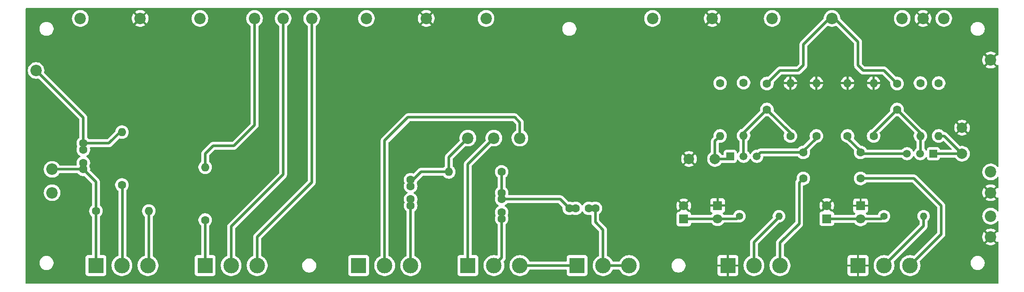
<source format=gbr>
%TF.GenerationSoftware,KiCad,Pcbnew,9.0.0*%
%TF.CreationDate,2025-02-28T17:27:40-06:00*%
%TF.ProjectId,Block-amp-front,426c6f63-6b2d-4616-9d70-2d66726f6e74,v0.1*%
%TF.SameCoordinates,Original*%
%TF.FileFunction,Copper,L1,Top*%
%TF.FilePolarity,Positive*%
%FSLAX46Y46*%
G04 Gerber Fmt 4.6, Leading zero omitted, Abs format (unit mm)*
G04 Created by KiCad (PCBNEW 9.0.0) date 2025-02-28 17:27:40*
%MOMM*%
%LPD*%
G01*
G04 APERTURE LIST*
%TA.AperFunction,ComponentPad*%
%ADD10C,2.200000*%
%TD*%
%TA.AperFunction,ComponentPad*%
%ADD11C,1.600000*%
%TD*%
%TA.AperFunction,ComponentPad*%
%ADD12O,1.600000X1.600000*%
%TD*%
%TA.AperFunction,ComponentPad*%
%ADD13R,1.800000X1.800000*%
%TD*%
%TA.AperFunction,ComponentPad*%
%ADD14C,1.800000*%
%TD*%
%TA.AperFunction,ComponentPad*%
%ADD15R,3.000000X3.000000*%
%TD*%
%TA.AperFunction,ComponentPad*%
%ADD16C,3.000000*%
%TD*%
%TA.AperFunction,ComponentPad*%
%ADD17C,1.400000*%
%TD*%
%TA.AperFunction,ComponentPad*%
%ADD18O,1.400000X1.400000*%
%TD*%
%TA.AperFunction,ComponentPad*%
%ADD19R,1.500000X1.500000*%
%TD*%
%TA.AperFunction,ComponentPad*%
%ADD20C,1.500000*%
%TD*%
%TA.AperFunction,ComponentPad*%
%ADD21C,2.000000*%
%TD*%
%TA.AperFunction,ViaPad*%
%ADD22C,0.700000*%
%TD*%
%TA.AperFunction,Conductor*%
%ADD23C,0.500000*%
%TD*%
G04 APERTURE END LIST*
D10*
%TO.P,J26,1,Pin_1*%
%TO.N,GND*%
X206000000Y-135500000D03*
%TD*%
%TO.P,J27,1,Pin_1*%
%TO.N,/Bal_2_Transformer*%
X206000000Y-131500000D03*
%TD*%
D11*
%TO.P,R10,1*%
%TO.N,+30V*%
X192500000Y-105920000D03*
D12*
%TO.P,R10,2*%
%TO.N,Net-(Q2-G)*%
X192500000Y-116080000D03*
%TD*%
D11*
%TO.P,C5,1*%
%TO.N,Net-(Q1-G)*%
X163000000Y-111000000D03*
%TO.P,C5,2*%
%TO.N,Net-(J32-Pin_1)*%
X163000000Y-106000000D03*
%TD*%
D13*
%TO.P,D4,1,K*%
%TO.N,GND*%
X153500000Y-129460000D03*
D14*
%TO.P,D4,2,A*%
%TO.N,Net-(D3-K)*%
X153500000Y-132000000D03*
%TD*%
D13*
%TO.P,D2,1,K*%
%TO.N,GND*%
X181000000Y-129500000D03*
D14*
%TO.P,D2,2,A*%
%TO.N,Net-(D1-K)*%
X181000000Y-132040000D03*
%TD*%
D13*
%TO.P,D1,1,K*%
%TO.N,Net-(D1-K)*%
X174500000Y-132000000D03*
D14*
%TO.P,D1,2,A*%
%TO.N,GND*%
X174500000Y-129460000D03*
%TD*%
D10*
%TO.P,J12,1,Pin_1*%
%TO.N,+30V*%
X164000000Y-93500000D03*
%TD*%
%TO.P,J29,1,Pin_1*%
%TO.N,GND*%
X206000000Y-127000000D03*
%TD*%
D11*
%TO.P,R15,1*%
%TO.N,+30V*%
X154000000Y-105920000D03*
D12*
%TO.P,R15,2*%
%TO.N,Net-(Q1-D)*%
X154000000Y-116080000D03*
%TD*%
D10*
%TO.P,J5,1,Pin_1*%
%TO.N,GND*%
X97500000Y-93500000D03*
%TD*%
D11*
%TO.P,R12,1*%
%TO.N,Net-(Q1-S)*%
X172500000Y-116080000D03*
D12*
%TO.P,R12,2*%
%TO.N,GND*%
X172500000Y-105920000D03*
%TD*%
D15*
%TO.P,RV3,1,1*%
%TO.N,Net-(C4-Pad2)*%
X84500000Y-141000000D03*
D16*
%TO.P,RV3,2,2*%
%TO.N,Net-(J21-Pin_1)*%
X89500000Y-141000000D03*
%TO.P,RV3,3,3*%
%TO.N,Net-(C2-Pad2)*%
X94500000Y-141000000D03*
%TD*%
D10*
%TO.P,J9,1,Pin_1*%
%TO.N,+9V*%
X141000000Y-93500000D03*
%TD*%
%TO.P,J11,1,Pin_1*%
%TO.N,+30V*%
X109000000Y-93500000D03*
%TD*%
%TO.P,J7,1,Pin_1*%
%TO.N,+9V*%
X31000000Y-93500000D03*
%TD*%
D15*
%TO.P,RV2,1,1*%
%TO.N,Net-(R3-Pad1)*%
X55000000Y-141000000D03*
D16*
%TO.P,RV2,2,2*%
%TO.N,Net-(J18-Pin_1)*%
X60000000Y-141000000D03*
%TO.P,RV2,3,3*%
%TO.N,Net-(J19-Pin_1)*%
X65000000Y-141000000D03*
%TD*%
D10*
%TO.P,J30,1,Pin_1*%
%TO.N,/Unbal_2_transformer*%
X206000000Y-123000000D03*
%TD*%
D15*
%TO.P,RV4,1,1*%
%TO.N,Net-(J22-Pin_1)*%
X105500000Y-141000000D03*
D16*
%TO.P,RV4,2,2*%
%TO.N,Net-(C3-Pad2)*%
X110500000Y-141000000D03*
%TO.P,RV4,3,3*%
%TO.N,Net-(RV4-Pad3)*%
X115500000Y-141000000D03*
%TD*%
D10*
%TO.P,J18,1,Pin_1*%
%TO.N,Net-(J18-Pin_1)*%
X70000000Y-93500000D03*
%TD*%
D11*
%TO.P,R4,1*%
%TO.N,Net-(C3-Pad1)*%
X112000000Y-123000000D03*
D12*
%TO.P,R4,2*%
%TO.N,Net-(J20-Pin_1)*%
X101840000Y-123000000D03*
%TD*%
D11*
%TO.P,R3,1*%
%TO.N,Net-(R3-Pad1)*%
X55000000Y-132250000D03*
D12*
%TO.P,R3,2*%
%TO.N,Net-(J17-Pin_1)*%
X55000000Y-122090000D03*
%TD*%
D10*
%TO.P,J17,1,Pin_1*%
%TO.N,Net-(J17-Pin_1)*%
X64500000Y-93500000D03*
%TD*%
D17*
%TO.P,R7,1*%
%TO.N,Net-(D3-K)*%
X157690000Y-131500000D03*
D18*
%TO.P,R7,2*%
%TO.N,/Unbal_2_transformer*%
X165310000Y-131500000D03*
%TD*%
D10*
%TO.P,J10,1,Pin_1*%
%TO.N,+30V*%
X54000000Y-93500000D03*
%TD*%
%TO.P,J19,1,Pin_1*%
%TO.N,Net-(J19-Pin_1)*%
X75500000Y-93500000D03*
%TD*%
D11*
%TO.P,C2,1*%
%TO.N,Net-(J20-Pin_1)*%
X94500000Y-124500000D03*
X94500000Y-125750000D03*
%TO.P,C2,2*%
%TO.N,Net-(C2-Pad2)*%
X94500000Y-128250000D03*
X94500000Y-129500000D03*
%TD*%
D10*
%TO.P,J22,1,Pin_1*%
%TO.N,Net-(J22-Pin_1)*%
X110500000Y-116500000D03*
%TD*%
%TO.P,J8,1,Pin_1*%
%TO.N,+9V*%
X86000000Y-93500000D03*
%TD*%
D19*
%TO.P,Q1,1,D*%
%TO.N,Net-(Q1-D)*%
X155960000Y-120000000D03*
D20*
%TO.P,Q1,2,G*%
%TO.N,Net-(Q1-G)*%
X158500000Y-120000000D03*
%TO.P,Q1,3,S*%
%TO.N,Net-(Q1-S)*%
X161040000Y-120000000D03*
%TD*%
D10*
%TO.P,J4,1,Pin_1*%
%TO.N,GND*%
X42500000Y-93500000D03*
%TD*%
D19*
%TO.P,Q2,1,D*%
%TO.N,Net-(Q2-D)*%
X195000000Y-119500000D03*
D20*
%TO.P,Q2,2,G*%
%TO.N,Net-(Q2-G)*%
X192460000Y-119500000D03*
%TO.P,Q2,3,S*%
%TO.N,Net-(Q2-S)*%
X189920000Y-119500000D03*
%TD*%
D15*
%TO.P,RV7,1,1*%
%TO.N,GND*%
X180500000Y-141000000D03*
D16*
%TO.P,RV7,2,2*%
%TO.N,/Bal_2_Transformer*%
X185500000Y-141000000D03*
%TO.P,RV7,3,3*%
%TO.N,Net-(C7-Pad1)*%
X190500000Y-141000000D03*
%TD*%
D15*
%TO.P,RV5,1,1*%
%TO.N,Net-(RV4-Pad3)*%
X126500000Y-141000000D03*
D16*
%TO.P,RV5,2,2*%
%TO.N,Net-(C4-Pad2)*%
X131500000Y-141000000D03*
%TO.P,RV5,3,3*%
X136500000Y-141000000D03*
%TD*%
D10*
%TO.P,J16,1,Pin_1*%
%TO.N,Net-(J16-Pin_1)*%
X25580000Y-122500000D03*
%TD*%
D21*
%TO.P,C9,1*%
%TO.N,GND*%
X200500000Y-114500000D03*
%TO.P,C9,2*%
%TO.N,Net-(Q2-D)*%
X200500000Y-119500000D03*
%TD*%
%TO.P,C10,1*%
%TO.N,GND*%
X148000000Y-120500000D03*
%TO.P,C10,2*%
%TO.N,Net-(Q1-D)*%
X153000000Y-120500000D03*
%TD*%
D11*
%TO.P,R11,1*%
%TO.N,Net-(Q2-G)*%
X183500000Y-116080000D03*
D12*
%TO.P,R11,2*%
%TO.N,GND*%
X183500000Y-105920000D03*
%TD*%
D11*
%TO.P,C7,1*%
%TO.N,Net-(C7-Pad1)*%
X181000000Y-124260000D03*
%TO.P,C7,2*%
%TO.N,Net-(Q2-S)*%
X181000000Y-119260000D03*
%TD*%
D15*
%TO.P,RV8,1,1*%
%TO.N,GND*%
X155500000Y-141000000D03*
D16*
%TO.P,RV8,2,2*%
%TO.N,/Unbal_2_transformer*%
X160500000Y-141000000D03*
%TO.P,RV8,3,3*%
%TO.N,Net-(C8-Pad1)*%
X165500000Y-141000000D03*
%TD*%
D10*
%TO.P,J3,1,Pin_1*%
%TO.N,+30V*%
X189000000Y-93500000D03*
%TD*%
D15*
%TO.P,RV1,1,1*%
%TO.N,Net-(J16-Pin_1)*%
X34000000Y-141000000D03*
D16*
%TO.P,RV1,2,2*%
%TO.N,Net-(R2-Pad1)*%
X39000000Y-141000000D03*
%TO.P,RV1,3,3*%
%TO.N,Net-(J14-Pin_1)*%
X44000000Y-141000000D03*
%TD*%
D11*
%TO.P,R8,1*%
%TO.N,+30V*%
X158500000Y-105840000D03*
D12*
%TO.P,R8,2*%
%TO.N,Net-(Q1-G)*%
X158500000Y-116000000D03*
%TD*%
D17*
%TO.P,R6,1*%
%TO.N,Net-(D1-K)*%
X185500000Y-131500000D03*
D18*
%TO.P,R6,2*%
%TO.N,/Bal_2_Transformer*%
X193120000Y-131500000D03*
%TD*%
D11*
%TO.P,R14,1*%
%TO.N,+30V*%
X196000000Y-105920000D03*
D12*
%TO.P,R14,2*%
%TO.N,Net-(Q2-D)*%
X196000000Y-116080000D03*
%TD*%
D10*
%TO.P,J20,1,Pin_1*%
%TO.N,Net-(J20-Pin_1)*%
X105500000Y-116500000D03*
%TD*%
D13*
%TO.P,D3,1,K*%
%TO.N,Net-(D3-K)*%
X147000000Y-132040000D03*
D14*
%TO.P,D3,2,A*%
%TO.N,GND*%
X147000000Y-129500000D03*
%TD*%
D11*
%TO.P,R9,1*%
%TO.N,Net-(Q1-G)*%
X167500000Y-116080000D03*
D12*
%TO.P,R9,2*%
%TO.N,GND*%
X167500000Y-105920000D03*
%TD*%
D10*
%TO.P,J32,1,Pin_1*%
%TO.N,Net-(J32-Pin_1)*%
X175500000Y-93500000D03*
%TD*%
D11*
%TO.P,C8,1*%
%TO.N,Net-(C8-Pad1)*%
X170000000Y-124260000D03*
%TO.P,C8,2*%
%TO.N,Net-(Q1-S)*%
X170000000Y-119260000D03*
%TD*%
%TO.P,R2,1*%
%TO.N,Net-(R2-Pad1)*%
X39000000Y-125500000D03*
D12*
%TO.P,R2,2*%
%TO.N,Net-(J13-Pin_1)*%
X39000000Y-115340000D03*
%TD*%
D11*
%TO.P,C3,1*%
%TO.N,Net-(C3-Pad1)*%
X112000000Y-127000000D03*
X112000000Y-128250000D03*
%TO.P,C3,2*%
%TO.N,Net-(C3-Pad2)*%
X112000000Y-130750000D03*
X112000000Y-132000000D03*
%TD*%
D10*
%TO.P,J1,1,Pin_1*%
%TO.N,GND*%
X193000000Y-93500000D03*
%TD*%
%TO.P,J6,1,Pin_1*%
%TO.N,GND*%
X152500000Y-93500000D03*
%TD*%
%TO.P,J14,1,Pin_1*%
%TO.N,Net-(J14-Pin_1)*%
X25580000Y-127000000D03*
%TD*%
D11*
%TO.P,R13,1*%
%TO.N,Net-(Q2-S)*%
X178500000Y-116080000D03*
D12*
%TO.P,R13,2*%
%TO.N,GND*%
X178500000Y-105920000D03*
%TD*%
D11*
%TO.P,C6,1*%
%TO.N,Net-(Q2-G)*%
X188000000Y-111000000D03*
%TO.P,C6,2*%
%TO.N,Net-(J32-Pin_1)*%
X188000000Y-106000000D03*
%TD*%
D10*
%TO.P,J2,1,Pin_1*%
%TO.N,+9V*%
X197000000Y-93500000D03*
%TD*%
D11*
%TO.P,C4,1*%
%TO.N,Net-(C3-Pad1)*%
X125000000Y-130000000D03*
X126250000Y-130000000D03*
%TO.P,C4,2*%
%TO.N,Net-(C4-Pad2)*%
X128750000Y-130000000D03*
X130000000Y-130000000D03*
%TD*%
D10*
%TO.P,J21,1,Pin_1*%
%TO.N,Net-(J21-Pin_1)*%
X115500000Y-116500000D03*
%TD*%
D11*
%TO.P,C1,1*%
%TO.N,Net-(J13-Pin_1)*%
X31580000Y-117500000D03*
X31580000Y-118750000D03*
%TO.P,C1,2*%
%TO.N,Net-(J16-Pin_1)*%
X31580000Y-121250000D03*
X31580000Y-122500000D03*
%TD*%
D10*
%TO.P,J13,1,Pin_1*%
%TO.N,Net-(J13-Pin_1)*%
X22500000Y-103500000D03*
%TD*%
%TO.P,J28,1,Pin_1*%
%TO.N,GND*%
X206000000Y-101500000D03*
%TD*%
D11*
%TO.P,R1,1*%
%TO.N,Net-(J16-Pin_1)*%
X34000000Y-130500000D03*
D12*
%TO.P,R1,2*%
%TO.N,Net-(J14-Pin_1)*%
X44160000Y-130500000D03*
%TD*%
D22*
%TO.N,GND*%
X101000000Y-119000000D03*
X103000000Y-117000000D03*
X207000000Y-99500000D03*
X206000000Y-99500000D03*
X205000000Y-99500000D03*
X205000000Y-103500000D03*
X206000000Y-103500000D03*
X207000000Y-103500000D03*
X142500000Y-133000000D03*
X150500000Y-127500000D03*
X157000000Y-128500000D03*
X175500000Y-114500000D03*
X162500000Y-99000000D03*
X175500000Y-95500000D03*
X186500000Y-93500000D03*
X184500000Y-96000000D03*
X187500000Y-102000000D03*
X190500000Y-101500000D03*
X187500000Y-97500000D03*
X190500000Y-99500000D03*
X197500000Y-104500000D03*
X195500000Y-102000000D03*
X195500000Y-98500000D03*
X198500000Y-96500000D03*
X198500000Y-100500000D03*
X201000000Y-103000000D03*
X201000000Y-107500000D03*
X68500000Y-117000000D03*
X68500000Y-120500000D03*
X67500000Y-124000000D03*
X65000000Y-126500000D03*
X63000000Y-128500000D03*
X60500000Y-131000000D03*
X77000000Y-124000000D03*
X77000000Y-120500000D03*
X77000000Y-117000000D03*
X77000000Y-113500000D03*
X74000000Y-113500000D03*
X74000000Y-117000000D03*
X74000000Y-120500000D03*
X74000000Y-124500000D03*
X72500000Y-126000000D03*
X70000000Y-128500000D03*
X67500000Y-131000000D03*
X76500000Y-126000000D03*
X74000000Y-128500000D03*
X71500000Y-131000000D03*
X69000000Y-133500000D03*
X65000000Y-133500000D03*
X58500000Y-133500000D03*
X62000000Y-133500000D03*
X64500000Y-131000000D03*
X67000000Y-128500000D03*
X69000000Y-126500000D03*
X71500000Y-124500000D03*
X71500000Y-120500000D03*
X71500000Y-117000000D03*
X71500000Y-113500000D03*
X68500000Y-113500000D03*
X63000000Y-113500000D03*
X65500000Y-115000000D03*
X63000000Y-117500000D03*
X60000000Y-119500000D03*
X60000000Y-116500000D03*
X56500000Y-116500000D03*
X54500000Y-117500000D03*
X193500000Y-95500000D03*
X191500000Y-95500000D03*
X192500000Y-95500000D03*
X194500000Y-95500000D03*
X21500000Y-100500000D03*
X201000000Y-123500000D03*
X170500000Y-128500000D03*
X119000000Y-122500000D03*
X131000000Y-122500000D03*
X142000000Y-122500000D03*
X202500000Y-110000000D03*
X198500000Y-110000000D03*
X194246251Y-104458650D03*
X194270000Y-107200000D03*
X194500000Y-110000000D03*
X190000000Y-110000000D03*
X190000000Y-107000000D03*
X186000000Y-110000000D03*
X181000000Y-110000000D03*
X175500000Y-110000000D03*
X170000000Y-110000000D03*
X161000000Y-110000000D03*
X165000000Y-110000000D03*
X161000000Y-107000000D03*
X156250000Y-104550000D03*
X156250000Y-107250000D03*
X156500000Y-110000000D03*
X150000000Y-110000000D03*
X150000000Y-107000000D03*
X145000000Y-110000000D03*
X145000000Y-107000000D03*
X125000000Y-110000000D03*
X130000000Y-110000000D03*
X135000000Y-110000000D03*
X140000000Y-110000000D03*
X140000000Y-107000000D03*
X135000000Y-107000000D03*
X130000000Y-107000000D03*
X125000000Y-107000000D03*
X120000000Y-110000000D03*
X120000000Y-107000000D03*
X116500000Y-107000000D03*
X116500000Y-110000000D03*
X113000000Y-107000000D03*
X110000000Y-107000000D03*
X107000000Y-107000000D03*
X104000000Y-107000000D03*
X101000000Y-107000000D03*
X113000000Y-110000000D03*
X110000000Y-110000000D03*
X107000000Y-110000000D03*
X104000000Y-110000000D03*
X101000000Y-110000000D03*
X98000000Y-110000000D03*
X98000000Y-107000000D03*
X94500000Y-110000000D03*
X94500000Y-107000000D03*
X90000000Y-110000000D03*
X84500000Y-104500000D03*
X87500000Y-104500000D03*
X90000000Y-107000000D03*
X85500000Y-110000000D03*
X81000000Y-110000000D03*
X85500000Y-107000000D03*
X81000000Y-107000000D03*
X77000000Y-110000000D03*
X77000000Y-107000000D03*
X71500000Y-110000000D03*
X74000000Y-110000000D03*
X74000000Y-107000000D03*
X71500000Y-107000000D03*
X58500000Y-107000000D03*
X58500000Y-110000000D03*
X68500000Y-110000000D03*
X68500000Y-107000000D03*
X66000000Y-107000000D03*
X66000000Y-110000000D03*
X63000000Y-110000000D03*
X63000000Y-107000000D03*
X53500000Y-107000000D03*
X53500000Y-110000000D03*
X47500000Y-110000000D03*
X47500000Y-107000000D03*
X42000000Y-107000000D03*
X42000000Y-110000000D03*
X37000000Y-109500000D03*
X39000000Y-107000000D03*
X36000000Y-104000000D03*
X33492163Y-105500000D03*
X29500000Y-101500000D03*
X32500000Y-100500000D03*
X81000000Y-102000000D03*
X81000000Y-99000000D03*
X59500000Y-102000000D03*
X57000000Y-102000000D03*
X54500000Y-101500000D03*
X52500000Y-99500000D03*
X52500000Y-97500000D03*
X52500000Y-95000000D03*
X55500000Y-95000000D03*
X55500000Y-97500000D03*
X57000000Y-99000000D03*
X59500000Y-99000000D03*
X59000000Y-92000000D03*
X66000000Y-95500000D03*
X63000000Y-95500000D03*
X63000000Y-99000000D03*
X63000000Y-102000000D03*
X68500000Y-102000000D03*
X66000000Y-102000000D03*
X66000000Y-99000000D03*
X68500000Y-99000000D03*
X68500000Y-95500000D03*
X71500000Y-95500000D03*
X74000000Y-95500000D03*
X77000000Y-95500000D03*
X74000000Y-99000000D03*
X71500000Y-99000000D03*
X71500000Y-102000000D03*
X74000000Y-102000000D03*
X77000000Y-102000000D03*
X77000000Y-99000000D03*
X84500000Y-102000000D03*
X84500000Y-99000000D03*
X87578924Y-95500000D03*
X101000000Y-99000000D03*
X96000000Y-99000000D03*
X90500000Y-99000000D03*
X87500000Y-99000000D03*
X87500000Y-102000000D03*
X90500000Y-102000000D03*
X96000000Y-102000000D03*
X101000000Y-102000000D03*
X106000000Y-102000000D03*
X106000000Y-99000000D03*
X108500000Y-99000000D03*
X107500000Y-97000000D03*
X106500000Y-93500000D03*
X111500000Y-93500000D03*
X110500000Y-97000000D03*
X112500000Y-99000000D03*
X115000000Y-99000000D03*
X120000000Y-99000000D03*
X110000000Y-102000000D03*
X115000000Y-102000000D03*
X120000000Y-102000000D03*
X124500000Y-102000000D03*
X124500000Y-99000000D03*
X129500000Y-99000000D03*
X129500000Y-102000000D03*
X134500000Y-102000000D03*
X134500000Y-99000000D03*
X139500000Y-102000000D03*
X139500000Y-99000000D03*
X142500000Y-99000000D03*
X142500000Y-102000000D03*
X162000000Y-138500000D03*
X41000000Y-129500000D03*
X100000000Y-92000000D03*
X33000000Y-113000000D03*
X170000000Y-96000000D03*
X174000000Y-96500000D03*
X96000000Y-137500000D03*
X150000000Y-134500000D03*
X161000000Y-104760000D03*
X100500000Y-114000000D03*
X104000000Y-134500000D03*
X144000000Y-93500000D03*
X63500000Y-136000000D03*
X107000000Y-128500000D03*
X37500000Y-136000000D03*
X88000000Y-119500000D03*
X185500000Y-105500000D03*
X56500000Y-136000000D03*
X197000000Y-118000000D03*
X93000000Y-115500000D03*
X181000000Y-96000000D03*
X150000000Y-93000000D03*
X119000000Y-129500000D03*
X168500000Y-102000000D03*
X91000000Y-122500000D03*
X32500000Y-132000000D03*
X198000000Y-135500000D03*
X159000000Y-138500000D03*
X182500000Y-122500000D03*
X26000000Y-109000000D03*
X29000000Y-143500000D03*
X28000000Y-121000000D03*
X136000000Y-116500000D03*
X29500000Y-98500000D03*
X104000000Y-137500000D03*
X170000000Y-106760000D03*
X172000000Y-125500000D03*
X53630000Y-123900000D03*
X105500000Y-119000000D03*
X165500000Y-107260000D03*
X32500000Y-95500000D03*
X28500000Y-107000000D03*
X186000000Y-111260000D03*
X204000000Y-121500000D03*
X181000000Y-106760000D03*
X155000000Y-93000000D03*
X30000000Y-116000000D03*
X66500000Y-136000000D03*
X28000000Y-111000000D03*
X106500000Y-114000000D03*
X161000000Y-111000000D03*
X194000000Y-117500000D03*
X42500000Y-126500000D03*
X104000000Y-131500000D03*
X88000000Y-116500000D03*
X107000000Y-137500000D03*
X81000000Y-93000000D03*
X161000000Y-93500000D03*
X165500000Y-96000000D03*
X42500000Y-136000000D03*
X32500000Y-98500000D03*
X175500000Y-105760000D03*
X167000000Y-138500000D03*
X93000000Y-137500000D03*
X155000000Y-94000000D03*
X150000000Y-95000000D03*
X53500000Y-136000000D03*
X187500000Y-137000000D03*
X111000000Y-111000000D03*
X53500000Y-133500000D03*
X113500000Y-137500000D03*
X49500000Y-134500000D03*
X147500000Y-99000000D03*
X34000000Y-122500000D03*
X125500000Y-116500000D03*
X83000000Y-138000000D03*
X45500000Y-136000000D03*
X193500000Y-140500000D03*
X93000000Y-134500000D03*
X162500000Y-117500000D03*
X117000000Y-114000000D03*
X138000000Y-93500000D03*
X182000000Y-98500000D03*
X99000000Y-111000000D03*
X160500000Y-115500000D03*
X88000000Y-125500000D03*
X194633877Y-125726547D03*
X110500000Y-134500000D03*
X123500000Y-137500000D03*
X97000000Y-121500000D03*
X104000000Y-125500000D03*
X200500000Y-143500000D03*
X186000000Y-125500000D03*
X153500000Y-99000000D03*
X156500000Y-123000000D03*
X126000000Y-135000000D03*
X21500000Y-132000000D03*
X195000000Y-133000000D03*
X200500000Y-117500000D03*
X201000000Y-130000000D03*
X91000000Y-125500000D03*
X204000000Y-128000000D03*
X91000000Y-134500000D03*
X179000000Y-99000000D03*
X162500000Y-132500000D03*
X164000000Y-129000000D03*
X181000000Y-105760000D03*
X45500000Y-132000000D03*
X130000000Y-138500000D03*
X33000000Y-116000000D03*
X183500000Y-138500000D03*
X100500000Y-124500000D03*
X107000000Y-122000000D03*
X198000000Y-133000000D03*
X28000000Y-126500000D03*
X56500000Y-133500000D03*
X186000000Y-117500000D03*
X94500000Y-114000000D03*
X153500000Y-102000000D03*
X39000000Y-113000000D03*
X189500000Y-117500000D03*
X168000000Y-123000000D03*
X168000000Y-113500000D03*
X166000000Y-99000000D03*
X183500000Y-128500000D03*
X171500000Y-102000000D03*
X41000000Y-115500000D03*
X128500000Y-133000000D03*
X182000000Y-102000000D03*
X164000000Y-138500000D03*
X204000000Y-126000000D03*
X88000000Y-131500000D03*
X56500000Y-130500000D03*
X30000000Y-113000000D03*
X21500000Y-111500000D03*
X115000000Y-129500000D03*
X181000000Y-111260000D03*
X100500000Y-121500000D03*
X121000000Y-142500000D03*
X95000000Y-94000000D03*
X165000000Y-111260000D03*
X56370000Y-123900000D03*
X129500000Y-143000000D03*
X175500000Y-104760000D03*
X88000000Y-128500000D03*
X195000000Y-130000000D03*
X170500000Y-143500000D03*
X123500000Y-133000000D03*
X110500000Y-125000000D03*
X202000000Y-127000000D03*
X128000000Y-127000000D03*
X199000000Y-121000000D03*
X171500000Y-99000000D03*
X206500000Y-92500000D03*
X168500000Y-99000000D03*
X26500000Y-105000000D03*
X100000000Y-137500000D03*
X206500000Y-112000000D03*
X21500000Y-120000000D03*
X175500000Y-99000000D03*
X166000000Y-126000000D03*
X91500000Y-113000000D03*
X53630000Y-130440000D03*
X190500000Y-125500000D03*
X170000000Y-105760000D03*
X107000000Y-131500000D03*
X29500000Y-95500000D03*
X197500000Y-114500000D03*
X193500000Y-143500000D03*
X198000000Y-130000000D03*
X91000000Y-128500000D03*
X114500000Y-120500000D03*
X107000000Y-134500000D03*
X138000000Y-138500000D03*
X121000000Y-139500000D03*
X100000000Y-134500000D03*
X36000000Y-126500000D03*
X206500000Y-143500000D03*
X103500000Y-114000000D03*
X40000000Y-95000000D03*
X199000000Y-125500000D03*
X32500000Y-129500000D03*
X119500000Y-93000000D03*
X166000000Y-117500000D03*
X96000000Y-134500000D03*
X204000000Y-130000000D03*
X163500000Y-102000000D03*
X42500000Y-132000000D03*
X155000000Y-92000000D03*
X201000000Y-133000000D03*
X91000000Y-137500000D03*
X173000000Y-93000000D03*
X181000000Y-117000000D03*
X120000000Y-137500000D03*
X97500000Y-114000000D03*
X113500000Y-125000000D03*
X191500000Y-137500000D03*
X114000000Y-111000000D03*
X159500000Y-123000000D03*
X40500000Y-136000000D03*
X204000000Y-134500000D03*
X206500000Y-138000000D03*
X91000000Y-119500000D03*
X166000000Y-134500000D03*
X150000000Y-92000000D03*
X168000000Y-120500000D03*
X95000000Y-122500000D03*
X193000000Y-114000000D03*
X116500000Y-134500000D03*
X45000000Y-92000000D03*
X182500000Y-125500000D03*
X167500000Y-93500000D03*
X204000000Y-133500000D03*
X179500000Y-125500000D03*
X40000000Y-93000000D03*
X123500000Y-139500000D03*
X189000000Y-128500000D03*
X116500000Y-137500000D03*
X61500000Y-136000000D03*
X40000000Y-92000000D03*
X188500000Y-121000000D03*
X190000000Y-105500000D03*
X141500000Y-143500000D03*
X86000000Y-138000000D03*
X170500000Y-116000000D03*
X93000000Y-131500000D03*
X100000000Y-93000000D03*
X190000000Y-134500000D03*
X113000000Y-116500000D03*
X158500000Y-143500000D03*
X35500000Y-136000000D03*
X159000000Y-99000000D03*
X28000000Y-124000000D03*
X170500000Y-131500000D03*
X165500000Y-115500000D03*
X85000000Y-95500000D03*
X160500000Y-134500000D03*
X178000000Y-93000000D03*
X183500000Y-143500000D03*
X105000000Y-111000000D03*
X163000000Y-120500000D03*
X90000000Y-114500000D03*
X175500000Y-134500000D03*
X89000000Y-92500000D03*
X135500000Y-128000000D03*
X162500000Y-96000000D03*
X110500000Y-137500000D03*
X204000000Y-136500000D03*
X204000000Y-125000000D03*
X93500000Y-111000000D03*
X123000000Y-127000000D03*
X132000000Y-132500000D03*
X159000000Y-102000000D03*
X48000000Y-120000000D03*
X193000000Y-124000000D03*
X102000000Y-111000000D03*
X175500000Y-143500000D03*
X109500000Y-114000000D03*
X58500000Y-136000000D03*
X176000000Y-125500000D03*
X115000000Y-127000000D03*
X172500000Y-118500000D03*
X104000000Y-120500000D03*
X118000000Y-142500000D03*
X158000000Y-113500000D03*
X118000000Y-139500000D03*
X31000000Y-109500000D03*
X204000000Y-135500000D03*
X32500000Y-136000000D03*
X53630000Y-120500000D03*
X49500000Y-143500000D03*
X129500000Y-93000000D03*
X188500000Y-123000000D03*
X35425000Y-129500000D03*
X182500000Y-121000000D03*
X91000000Y-117500000D03*
X188000000Y-113000000D03*
X170000000Y-104760000D03*
X188000000Y-143500000D03*
X123500000Y-142500000D03*
X45000000Y-93000000D03*
X56500000Y-120500000D03*
X183500000Y-113500000D03*
X190500000Y-115500000D03*
X164500000Y-134500000D03*
X206500000Y-118000000D03*
X157000000Y-117500000D03*
X160000000Y-117500000D03*
X175500000Y-111260000D03*
X168000000Y-132500000D03*
X100000000Y-94000000D03*
X168000000Y-128500000D03*
X21500000Y-92500000D03*
X150000000Y-94000000D03*
X190000000Y-111260000D03*
X170000000Y-111260000D03*
X97000000Y-125000000D03*
X96000000Y-131500000D03*
X170500000Y-134500000D03*
X193500000Y-128500000D03*
X40000000Y-94000000D03*
X88000000Y-137500000D03*
X45000000Y-94000000D03*
X88000000Y-134500000D03*
X21500000Y-143500000D03*
X194500000Y-134500000D03*
X162500000Y-136500000D03*
X133000000Y-135500000D03*
X107000000Y-125500000D03*
X84500000Y-135500000D03*
X175500000Y-106760000D03*
X163000000Y-113500000D03*
X185500000Y-107260000D03*
X95000000Y-92000000D03*
X207000000Y-129000000D03*
X181000000Y-104760000D03*
X191500000Y-132500000D03*
X91000000Y-131500000D03*
X27500000Y-129500000D03*
X134000000Y-142500000D03*
X119000000Y-127000000D03*
X113000000Y-143500000D03*
X108000000Y-111000000D03*
X169000000Y-117500000D03*
X39000000Y-117500000D03*
X100000000Y-143500000D03*
X120000000Y-134500000D03*
X165500000Y-105500000D03*
X95000000Y-93000000D03*
X177000000Y-96500000D03*
X175500000Y-117260000D03*
X163000000Y-123000000D03*
X177500000Y-128500000D03*
X36000000Y-119000000D03*
X35500000Y-132000000D03*
X112500000Y-114000000D03*
X104000000Y-128500000D03*
X45000000Y-95000000D03*
X88000000Y-122500000D03*
X175500000Y-102000000D03*
X150500000Y-143500000D03*
X108500000Y-143500000D03*
X113500000Y-134500000D03*
X196000000Y-138000000D03*
X204000000Y-127000000D03*
X133000000Y-138500000D03*
X32500000Y-126500000D03*
X178500000Y-118500000D03*
X122500000Y-129500000D03*
X155000000Y-95000000D03*
X185500000Y-115500000D03*
X44500000Y-128500000D03*
X109500000Y-119500000D03*
X134000000Y-139500000D03*
X100000000Y-95000000D03*
X147500000Y-102000000D03*
X96000000Y-111000000D03*
X36000000Y-116000000D03*
X130000000Y-135500000D03*
X179000000Y-102000000D03*
X29000000Y-134000000D03*
X197148101Y-128262613D03*
X24000000Y-107000000D03*
X95000000Y-95000000D03*
X108000000Y-116500000D03*
%TD*%
D23*
%TO.N,Net-(C4-Pad2)*%
X131500000Y-141000000D02*
X131500000Y-134132786D01*
X131500000Y-134132786D02*
X130000000Y-132632786D01*
X130000000Y-132632786D02*
X130000000Y-130000000D01*
%TO.N,Net-(C3-Pad1)*%
X112000000Y-128250000D02*
X123250000Y-128250000D01*
X123250000Y-128250000D02*
X125000000Y-130000000D01*
%TO.N,Net-(J17-Pin_1)*%
X55000000Y-122090000D02*
X55000000Y-119500000D01*
X55000000Y-119500000D02*
X56500000Y-118000000D01*
X60500000Y-118000000D02*
X64500000Y-114000000D01*
X56500000Y-118000000D02*
X60500000Y-118000000D01*
X64500000Y-114000000D02*
X64500000Y-93500000D01*
%TO.N,Net-(R2-Pad1)*%
X39080000Y-125080000D02*
X39080000Y-141000000D01*
%TO.N,Net-(C4-Pad2)*%
X136500000Y-141000000D02*
X131500000Y-141000000D01*
%TO.N,Net-(Q1-G)*%
X158500000Y-119220000D02*
X158500000Y-116000000D01*
X158500000Y-115500000D02*
X163000000Y-111000000D01*
X167500000Y-115500000D02*
X163000000Y-111000000D01*
%TO.N,Net-(J32-Pin_1)*%
X181500000Y-103500000D02*
X180500000Y-102500000D01*
X180500000Y-98000000D02*
X176000000Y-93500000D01*
X170000000Y-98500000D02*
X175000000Y-93500000D01*
X163000000Y-106000000D02*
X165500000Y-103500000D01*
X185500000Y-103500000D02*
X181500000Y-103500000D01*
X169000000Y-103500000D02*
X170000000Y-102500000D01*
X165500000Y-103500000D02*
X169000000Y-103500000D01*
X188000000Y-106000000D02*
X185500000Y-103500000D01*
X170000000Y-102500000D02*
X170000000Y-98500000D01*
X180500000Y-102500000D02*
X180500000Y-98000000D01*
%TO.N,Net-(Q2-G)*%
X183500000Y-115500000D02*
X188000000Y-111000000D01*
X192500000Y-119720000D02*
X192500000Y-116080000D01*
X192500000Y-115500000D02*
X188000000Y-111000000D01*
%TO.N,Net-(Q1-S)*%
X170000000Y-119260000D02*
X161780000Y-119260000D01*
X161780000Y-119260000D02*
X161040000Y-120000000D01*
X172500000Y-116500000D02*
X170000000Y-119000000D01*
%TO.N,Net-(Q2-S)*%
X189920000Y-119500000D02*
X181240000Y-119500000D01*
X178500000Y-116500000D02*
X181000000Y-119000000D01*
%TO.N,Net-(J13-Pin_1)*%
X31580000Y-117500000D02*
X31580000Y-112580000D01*
X31580000Y-112580000D02*
X22500000Y-103500000D01*
X31580000Y-117500000D02*
X36500000Y-117500000D01*
X36500000Y-117500000D02*
X39080000Y-114920000D01*
%TO.N,Net-(J19-Pin_1)*%
X75500000Y-125000000D02*
X75500000Y-93500000D01*
X65000000Y-141000000D02*
X65000000Y-135500000D01*
X65000000Y-135500000D02*
X75500000Y-125000000D01*
%TO.N,Net-(R3-Pad1)*%
X55000000Y-132250000D02*
X55000000Y-141000000D01*
%TO.N,/Bal_2_Transformer*%
X185500000Y-141000000D02*
X193120000Y-133380000D01*
X193120000Y-133380000D02*
X193120000Y-131500000D01*
%TO.N,Net-(D1-K)*%
X185000000Y-132000000D02*
X185500000Y-131500000D01*
X181000000Y-132000000D02*
X185000000Y-132000000D01*
X174500000Y-132010000D02*
X180990000Y-132010000D01*
%TO.N,Net-(C7-Pad1)*%
X196500000Y-135000000D02*
X190500000Y-141000000D01*
X181000000Y-124260000D02*
X191260000Y-124260000D01*
X191260000Y-124260000D02*
X196500000Y-129500000D01*
X196500000Y-129500000D02*
X196500000Y-135000000D01*
%TO.N,Net-(D3-K)*%
X147000000Y-132040000D02*
X153460000Y-132040000D01*
X157190000Y-132000000D02*
X157690000Y-131500000D01*
X153500000Y-132000000D02*
X157190000Y-132000000D01*
%TO.N,Net-(Q2-D)*%
X200500000Y-119500000D02*
X197080000Y-116080000D01*
X197080000Y-116080000D02*
X196000000Y-116080000D01*
X195000000Y-119500000D02*
X200500000Y-119500000D01*
%TO.N,Net-(J20-Pin_1)*%
X96500000Y-123000000D02*
X101840000Y-123000000D01*
X95000000Y-124500000D02*
X96500000Y-123000000D01*
X101840000Y-120160000D02*
X105500000Y-116500000D01*
X101840000Y-123000000D02*
X101840000Y-120160000D01*
%TO.N,Net-(J22-Pin_1)*%
X105500000Y-141000000D02*
X105500000Y-121500000D01*
X105500000Y-121500000D02*
X110500000Y-116500000D01*
%TO.N,Net-(C8-Pad1)*%
X169200001Y-125059999D02*
X170000000Y-124260000D01*
X165500000Y-136632786D02*
X169200001Y-132932785D01*
X169200001Y-132932785D02*
X169200001Y-125059999D01*
X165500000Y-141000000D02*
X165500000Y-136632786D01*
%TO.N,Net-(J16-Pin_1)*%
X34000000Y-130500000D02*
X34000000Y-140920000D01*
X34000000Y-130500000D02*
X34000000Y-124920000D01*
X25580000Y-122500000D02*
X31580000Y-122500000D01*
X34000000Y-124920000D02*
X31580000Y-122500000D01*
%TO.N,Net-(C2-Pad2)*%
X94500000Y-141000000D02*
X94500000Y-130000000D01*
%TO.N,Net-(C3-Pad1)*%
X112000000Y-123000000D02*
X112000000Y-127000000D01*
%TO.N,Net-(C3-Pad2)*%
X112000000Y-139500000D02*
X110500000Y-141000000D01*
X112000000Y-132000000D02*
X112000000Y-139500000D01*
%TO.N,Net-(Q1-D)*%
X153000000Y-117080000D02*
X154000000Y-116080000D01*
X153000000Y-120500000D02*
X153000000Y-117080000D01*
X153000000Y-120500000D02*
X155460000Y-120500000D01*
%TO.N,Net-(J14-Pin_1)*%
X44160000Y-130500000D02*
X44160000Y-140920000D01*
%TO.N,Net-(J18-Pin_1)*%
X70000000Y-123500000D02*
X70000000Y-93500000D01*
X60000000Y-133500000D02*
X70000000Y-123500000D01*
X60000000Y-141000000D02*
X60000000Y-133500000D01*
%TO.N,Net-(J21-Pin_1)*%
X94000000Y-112500000D02*
X114500000Y-112500000D01*
X89500000Y-117000000D02*
X94000000Y-112500000D01*
X115500000Y-113500000D02*
X115500000Y-116500000D01*
X114500000Y-112500000D02*
X115500000Y-113500000D01*
X89500000Y-141000000D02*
X89500000Y-117000000D01*
%TO.N,/Unbal_2_transformer*%
X160500000Y-136500000D02*
X165500000Y-131500000D01*
X160500000Y-141140000D02*
X160500000Y-136500000D01*
%TO.N,Net-(RV4-Pad3)*%
X126500000Y-141000000D02*
X115500000Y-141000000D01*
%TD*%
%TA.AperFunction,Conductor*%
%TO.N,GND*%
G36*
X207442539Y-91520185D02*
G01*
X207488294Y-91572989D01*
X207499500Y-91624500D01*
X207499500Y-100460167D01*
X207479815Y-100527206D01*
X207427011Y-100572961D01*
X207357853Y-100582905D01*
X207294297Y-100553880D01*
X207275182Y-100533053D01*
X207264496Y-100518346D01*
X207264495Y-100518345D01*
X206506154Y-101276686D01*
X206440110Y-101162292D01*
X206337708Y-101059890D01*
X206223312Y-100993844D01*
X206981653Y-100235503D01*
X206981652Y-100235502D01*
X206838586Y-100131559D01*
X206614184Y-100017219D01*
X206374669Y-99939397D01*
X206125928Y-99900000D01*
X205874072Y-99900000D01*
X205625330Y-99939397D01*
X205385815Y-100017219D01*
X205161420Y-100131555D01*
X205018346Y-100235503D01*
X205776687Y-100993844D01*
X205662292Y-101059890D01*
X205559890Y-101162292D01*
X205493844Y-101276687D01*
X204735503Y-100518346D01*
X204631555Y-100661420D01*
X204517219Y-100885815D01*
X204439397Y-101125330D01*
X204400000Y-101374071D01*
X204400000Y-101625928D01*
X204439397Y-101874669D01*
X204517219Y-102114184D01*
X204631559Y-102338586D01*
X204735502Y-102481652D01*
X204735503Y-102481653D01*
X205493844Y-101723312D01*
X205559890Y-101837708D01*
X205662292Y-101940110D01*
X205776686Y-102006154D01*
X205018345Y-102764495D01*
X205018346Y-102764497D01*
X205161413Y-102868440D01*
X205385815Y-102982780D01*
X205625330Y-103060602D01*
X205874072Y-103100000D01*
X206125928Y-103100000D01*
X206374669Y-103060602D01*
X206614184Y-102982780D01*
X206838583Y-102868442D01*
X206981652Y-102764495D01*
X206981653Y-102764495D01*
X206223313Y-102006154D01*
X206337708Y-101940110D01*
X206440110Y-101837708D01*
X206506155Y-101723313D01*
X207264495Y-102481653D01*
X207264496Y-102481652D01*
X207275182Y-102466945D01*
X207330512Y-102424279D01*
X207400125Y-102418300D01*
X207461920Y-102450906D01*
X207496277Y-102511744D01*
X207499500Y-102539830D01*
X207499500Y-121959317D01*
X207479815Y-122026356D01*
X207427011Y-122072111D01*
X207357853Y-122082055D01*
X207294297Y-122053030D01*
X207275182Y-122032203D01*
X207220794Y-121957345D01*
X207042654Y-121779205D01*
X207042649Y-121779201D01*
X206838848Y-121631132D01*
X206838847Y-121631131D01*
X206838845Y-121631130D01*
X206752594Y-121587183D01*
X206614383Y-121516760D01*
X206374785Y-121438910D01*
X206293774Y-121426079D01*
X206125962Y-121399500D01*
X205874038Y-121399500D01*
X205807359Y-121410061D01*
X205625214Y-121438910D01*
X205385616Y-121516760D01*
X205161151Y-121631132D01*
X204957350Y-121779201D01*
X204957345Y-121779205D01*
X204779205Y-121957345D01*
X204779201Y-121957350D01*
X204631132Y-122161151D01*
X204516760Y-122385616D01*
X204438910Y-122625214D01*
X204427783Y-122695465D01*
X204399500Y-122874038D01*
X204399500Y-123125962D01*
X204409505Y-123189132D01*
X204438910Y-123374785D01*
X204516760Y-123614383D01*
X204570980Y-123720794D01*
X204624826Y-123826473D01*
X204631132Y-123838848D01*
X204779201Y-124042649D01*
X204779205Y-124042654D01*
X204957345Y-124220794D01*
X204957350Y-124220798D01*
X205135117Y-124349952D01*
X205161155Y-124368870D01*
X205303862Y-124441583D01*
X205385616Y-124483239D01*
X205385618Y-124483239D01*
X205385621Y-124483241D01*
X205625215Y-124561090D01*
X205874038Y-124600500D01*
X205874039Y-124600500D01*
X206125961Y-124600500D01*
X206125962Y-124600500D01*
X206374785Y-124561090D01*
X206614379Y-124483241D01*
X206838845Y-124368870D01*
X207042656Y-124220793D01*
X207220793Y-124042656D01*
X207257618Y-123991971D01*
X207275182Y-123967797D01*
X207330512Y-123925131D01*
X207400125Y-123919152D01*
X207461920Y-123951757D01*
X207496277Y-124012596D01*
X207499500Y-124040682D01*
X207499500Y-125960167D01*
X207479815Y-126027206D01*
X207427011Y-126072961D01*
X207357853Y-126082905D01*
X207294297Y-126053880D01*
X207275182Y-126033053D01*
X207264496Y-126018346D01*
X207264495Y-126018345D01*
X206506154Y-126776686D01*
X206440110Y-126662292D01*
X206337708Y-126559890D01*
X206223312Y-126493844D01*
X206981653Y-125735503D01*
X206981652Y-125735502D01*
X206838586Y-125631559D01*
X206614184Y-125517219D01*
X206374669Y-125439397D01*
X206125928Y-125400000D01*
X205874072Y-125400000D01*
X205625330Y-125439397D01*
X205385815Y-125517219D01*
X205161420Y-125631555D01*
X205018346Y-125735503D01*
X205776687Y-126493844D01*
X205662292Y-126559890D01*
X205559890Y-126662292D01*
X205493844Y-126776687D01*
X204735503Y-126018346D01*
X204631555Y-126161420D01*
X204517219Y-126385815D01*
X204439397Y-126625330D01*
X204400000Y-126874071D01*
X204400000Y-127125928D01*
X204439397Y-127374669D01*
X204517219Y-127614184D01*
X204631559Y-127838586D01*
X204735502Y-127981652D01*
X204735503Y-127981653D01*
X205493844Y-127223312D01*
X205559890Y-127337708D01*
X205662292Y-127440110D01*
X205776686Y-127506154D01*
X205018345Y-128264495D01*
X205018346Y-128264497D01*
X205161413Y-128368440D01*
X205385815Y-128482780D01*
X205625330Y-128560602D01*
X205874072Y-128600000D01*
X206125928Y-128600000D01*
X206374669Y-128560602D01*
X206614184Y-128482780D01*
X206838583Y-128368442D01*
X206981652Y-128264495D01*
X206981653Y-128264495D01*
X206223313Y-127506154D01*
X206337708Y-127440110D01*
X206440110Y-127337708D01*
X206506155Y-127223313D01*
X207264495Y-127981653D01*
X207264496Y-127981652D01*
X207275182Y-127966945D01*
X207330512Y-127924279D01*
X207400125Y-127918300D01*
X207461920Y-127950906D01*
X207496277Y-128011744D01*
X207499500Y-128039830D01*
X207499500Y-130459317D01*
X207479815Y-130526356D01*
X207427011Y-130572111D01*
X207357853Y-130582055D01*
X207294297Y-130553030D01*
X207275182Y-130532203D01*
X207220794Y-130457345D01*
X207042654Y-130279205D01*
X207042649Y-130279201D01*
X206838848Y-130131132D01*
X206838847Y-130131131D01*
X206838845Y-130131130D01*
X206715711Y-130068390D01*
X206614383Y-130016760D01*
X206374785Y-129938910D01*
X206125962Y-129899500D01*
X205874038Y-129899500D01*
X205749626Y-129919205D01*
X205625214Y-129938910D01*
X205385616Y-130016760D01*
X205161151Y-130131132D01*
X204957350Y-130279201D01*
X204957345Y-130279205D01*
X204779205Y-130457345D01*
X204779201Y-130457350D01*
X204631132Y-130661151D01*
X204516760Y-130885616D01*
X204438910Y-131125214D01*
X204416219Y-131268477D01*
X204399500Y-131374038D01*
X204399500Y-131625962D01*
X204427689Y-131803937D01*
X204438910Y-131874785D01*
X204516760Y-132114383D01*
X204533710Y-132147648D01*
X204622505Y-132321918D01*
X204631132Y-132338848D01*
X204779201Y-132542649D01*
X204779205Y-132542654D01*
X204957345Y-132720794D01*
X204957350Y-132720798D01*
X205068711Y-132801706D01*
X205161155Y-132868870D01*
X205284295Y-132931613D01*
X205385616Y-132983239D01*
X205385618Y-132983239D01*
X205385621Y-132983241D01*
X205625215Y-133061090D01*
X205874038Y-133100500D01*
X205874039Y-133100500D01*
X206125961Y-133100500D01*
X206125962Y-133100500D01*
X206374785Y-133061090D01*
X206614379Y-132983241D01*
X206838845Y-132868870D01*
X207042656Y-132720793D01*
X207220793Y-132542656D01*
X207252352Y-132499219D01*
X207275182Y-132467797D01*
X207330512Y-132425131D01*
X207400125Y-132419152D01*
X207461920Y-132451757D01*
X207496277Y-132512596D01*
X207499500Y-132540682D01*
X207499500Y-134460167D01*
X207479815Y-134527206D01*
X207427011Y-134572961D01*
X207357853Y-134582905D01*
X207294297Y-134553880D01*
X207275182Y-134533053D01*
X207264496Y-134518346D01*
X207264495Y-134518345D01*
X206506154Y-135276686D01*
X206440110Y-135162292D01*
X206337708Y-135059890D01*
X206223312Y-134993844D01*
X206981653Y-134235503D01*
X206981652Y-134235502D01*
X206838586Y-134131559D01*
X206614184Y-134017219D01*
X206374669Y-133939397D01*
X206125928Y-133900000D01*
X205874072Y-133900000D01*
X205625330Y-133939397D01*
X205385815Y-134017219D01*
X205161420Y-134131555D01*
X205018346Y-134235503D01*
X205776687Y-134993844D01*
X205662292Y-135059890D01*
X205559890Y-135162292D01*
X205493844Y-135276687D01*
X204735503Y-134518346D01*
X204631555Y-134661420D01*
X204517219Y-134885815D01*
X204439397Y-135125330D01*
X204400000Y-135374071D01*
X204400000Y-135625928D01*
X204439397Y-135874669D01*
X204517219Y-136114184D01*
X204631559Y-136338586D01*
X204735502Y-136481652D01*
X204735503Y-136481653D01*
X205493844Y-135723312D01*
X205559890Y-135837708D01*
X205662292Y-135940110D01*
X205776686Y-136006154D01*
X205018345Y-136764495D01*
X205018346Y-136764497D01*
X205161413Y-136868440D01*
X205385815Y-136982780D01*
X205625330Y-137060602D01*
X205874072Y-137100000D01*
X206125928Y-137100000D01*
X206374669Y-137060602D01*
X206614184Y-136982780D01*
X206838583Y-136868442D01*
X206981652Y-136764495D01*
X206981653Y-136764495D01*
X206223313Y-136006154D01*
X206337708Y-135940110D01*
X206440110Y-135837708D01*
X206506155Y-135723313D01*
X207264495Y-136481653D01*
X207264496Y-136481652D01*
X207275182Y-136466945D01*
X207330512Y-136424279D01*
X207400125Y-136418300D01*
X207461920Y-136450906D01*
X207496277Y-136511744D01*
X207499500Y-136539830D01*
X207499500Y-144375500D01*
X207479815Y-144442539D01*
X207427011Y-144488294D01*
X207375500Y-144499500D01*
X20624500Y-144499500D01*
X20557461Y-144479815D01*
X20511706Y-144427011D01*
X20500500Y-144375500D01*
X20500500Y-140393713D01*
X23149500Y-140393713D01*
X23149500Y-140606287D01*
X23182754Y-140816243D01*
X23199854Y-140868872D01*
X23248444Y-141018414D01*
X23344951Y-141207820D01*
X23469890Y-141379786D01*
X23620213Y-141530109D01*
X23792179Y-141655048D01*
X23792181Y-141655049D01*
X23792184Y-141655051D01*
X23981588Y-141751557D01*
X24183757Y-141817246D01*
X24393713Y-141850500D01*
X24393714Y-141850500D01*
X24606286Y-141850500D01*
X24606287Y-141850500D01*
X24816243Y-141817246D01*
X25018412Y-141751557D01*
X25207816Y-141655051D01*
X25283588Y-141600000D01*
X25379786Y-141530109D01*
X25379788Y-141530106D01*
X25379792Y-141530104D01*
X25530104Y-141379792D01*
X25530106Y-141379788D01*
X25530109Y-141379786D01*
X25655048Y-141207820D01*
X25655047Y-141207820D01*
X25655051Y-141207816D01*
X25751557Y-141018412D01*
X25817246Y-140816243D01*
X25850500Y-140606287D01*
X25850500Y-140393713D01*
X25817246Y-140183757D01*
X25751557Y-139981588D01*
X25655051Y-139792184D01*
X25655049Y-139792181D01*
X25655048Y-139792179D01*
X25530109Y-139620213D01*
X25379786Y-139469890D01*
X25207820Y-139344951D01*
X25018414Y-139248444D01*
X25018413Y-139248443D01*
X25018412Y-139248443D01*
X24816243Y-139182754D01*
X24816241Y-139182753D01*
X24816240Y-139182753D01*
X24639371Y-139154740D01*
X24606287Y-139149500D01*
X24393713Y-139149500D01*
X24360629Y-139154740D01*
X24183760Y-139182753D01*
X23981585Y-139248444D01*
X23792179Y-139344951D01*
X23620213Y-139469890D01*
X23469890Y-139620213D01*
X23344951Y-139792179D01*
X23248444Y-139981585D01*
X23182753Y-140183760D01*
X23155539Y-140355585D01*
X23149500Y-140393713D01*
X20500500Y-140393713D01*
X20500500Y-126874038D01*
X23979500Y-126874038D01*
X23979500Y-127125962D01*
X24000417Y-127258028D01*
X24018910Y-127374785D01*
X24096760Y-127614383D01*
X24166257Y-127750776D01*
X24210998Y-127838586D01*
X24211132Y-127838848D01*
X24359201Y-128042649D01*
X24359205Y-128042654D01*
X24537345Y-128220794D01*
X24537350Y-128220798D01*
X24699613Y-128338688D01*
X24741155Y-128368870D01*
X24843800Y-128421170D01*
X24965616Y-128483239D01*
X24965618Y-128483239D01*
X24965621Y-128483241D01*
X25205215Y-128561090D01*
X25454038Y-128600500D01*
X25454039Y-128600500D01*
X25705961Y-128600500D01*
X25705962Y-128600500D01*
X25954785Y-128561090D01*
X26194379Y-128483241D01*
X26418845Y-128368870D01*
X26622656Y-128220793D01*
X26800793Y-128042656D01*
X26948870Y-127838845D01*
X27063241Y-127614379D01*
X27141090Y-127374785D01*
X27180500Y-127125962D01*
X27180500Y-126874038D01*
X27141090Y-126625215D01*
X27063241Y-126385621D01*
X27063239Y-126385618D01*
X27063239Y-126385616D01*
X27021747Y-126304184D01*
X26948870Y-126161155D01*
X26892018Y-126082905D01*
X26800798Y-125957350D01*
X26800794Y-125957345D01*
X26622654Y-125779205D01*
X26622649Y-125779201D01*
X26418848Y-125631132D01*
X26418847Y-125631131D01*
X26418845Y-125631130D01*
X26302219Y-125571706D01*
X26194383Y-125516760D01*
X25954785Y-125438910D01*
X25705962Y-125399500D01*
X25454038Y-125399500D01*
X25329626Y-125419205D01*
X25205214Y-125438910D01*
X24965616Y-125516760D01*
X24741151Y-125631132D01*
X24537350Y-125779201D01*
X24537345Y-125779205D01*
X24359205Y-125957345D01*
X24359201Y-125957350D01*
X24211132Y-126161151D01*
X24096760Y-126385616D01*
X24018910Y-126625214D01*
X23993173Y-126787708D01*
X23979500Y-126874038D01*
X20500500Y-126874038D01*
X20500500Y-103374038D01*
X20899500Y-103374038D01*
X20899500Y-103625961D01*
X20938910Y-103874785D01*
X21016760Y-104114383D01*
X21086116Y-104250500D01*
X21104621Y-104286819D01*
X21131132Y-104338848D01*
X21279201Y-104542649D01*
X21279205Y-104542654D01*
X21457345Y-104720794D01*
X21457350Y-104720798D01*
X21559180Y-104794781D01*
X21661155Y-104868870D01*
X21777271Y-104928034D01*
X21885616Y-104983239D01*
X21885618Y-104983239D01*
X21885621Y-104983241D01*
X22125215Y-105061090D01*
X22374038Y-105100500D01*
X22374039Y-105100500D01*
X22625961Y-105100500D01*
X22625962Y-105100500D01*
X22874785Y-105061090D01*
X22896811Y-105053932D01*
X22966650Y-105051934D01*
X23022813Y-105084181D01*
X30793181Y-112854548D01*
X30826666Y-112915871D01*
X30829500Y-112942229D01*
X30829500Y-116374582D01*
X30809815Y-116441621D01*
X30778385Y-116474900D01*
X30732787Y-116508028D01*
X30732782Y-116508032D01*
X30588034Y-116652781D01*
X30588028Y-116652786D01*
X30467715Y-116818386D01*
X30374781Y-117000776D01*
X30311522Y-117195465D01*
X30279500Y-117397648D01*
X30279500Y-117602351D01*
X30311523Y-117804535D01*
X30311523Y-117804538D01*
X30374779Y-117999218D01*
X30374779Y-117999219D01*
X30410184Y-118068706D01*
X30423080Y-118137375D01*
X30410184Y-118181294D01*
X30374779Y-118250780D01*
X30374779Y-118250781D01*
X30311523Y-118445461D01*
X30311523Y-118445464D01*
X30284929Y-118613369D01*
X30279500Y-118647648D01*
X30279500Y-118852352D01*
X30283646Y-118878526D01*
X30311522Y-119054534D01*
X30374781Y-119249223D01*
X30428504Y-119354658D01*
X30464896Y-119426082D01*
X30467715Y-119431613D01*
X30588028Y-119597213D01*
X30732786Y-119741971D01*
X30898388Y-119862286D01*
X30951828Y-119889516D01*
X31002623Y-119937490D01*
X31019418Y-120005312D01*
X30996880Y-120071446D01*
X30951828Y-120110484D01*
X30898388Y-120137713D01*
X30732786Y-120258028D01*
X30588028Y-120402786D01*
X30467715Y-120568386D01*
X30374781Y-120750776D01*
X30311522Y-120945465D01*
X30279500Y-121147648D01*
X30279500Y-121352351D01*
X30311523Y-121554535D01*
X30311524Y-121554542D01*
X30322130Y-121587183D01*
X30324125Y-121657024D01*
X30288044Y-121716857D01*
X30225343Y-121747684D01*
X30204199Y-121749500D01*
X27069871Y-121749500D01*
X27002832Y-121729815D01*
X26959386Y-121681794D01*
X26948870Y-121661155D01*
X26948868Y-121661152D01*
X26948867Y-121661150D01*
X26800798Y-121457350D01*
X26800794Y-121457345D01*
X26622654Y-121279205D01*
X26622649Y-121279201D01*
X26418848Y-121131132D01*
X26418847Y-121131131D01*
X26418845Y-121131130D01*
X26348747Y-121095413D01*
X26194383Y-121016760D01*
X25954785Y-120938910D01*
X25705962Y-120899500D01*
X25454038Y-120899500D01*
X25329626Y-120919205D01*
X25205214Y-120938910D01*
X24965616Y-121016760D01*
X24741151Y-121131132D01*
X24537350Y-121279201D01*
X24537345Y-121279205D01*
X24359205Y-121457345D01*
X24359201Y-121457350D01*
X24211132Y-121661151D01*
X24096760Y-121885616D01*
X24018910Y-122125214D01*
X24008277Y-122192351D01*
X23979500Y-122374038D01*
X23979500Y-122625962D01*
X23991826Y-122703782D01*
X24018910Y-122874785D01*
X24096760Y-123114383D01*
X24141550Y-123202287D01*
X24200614Y-123318207D01*
X24211132Y-123338848D01*
X24359201Y-123542649D01*
X24359205Y-123542654D01*
X24537345Y-123720794D01*
X24537350Y-123720798D01*
X24671675Y-123818390D01*
X24741155Y-123868870D01*
X24884184Y-123941747D01*
X24965616Y-123983239D01*
X24965618Y-123983239D01*
X24965621Y-123983241D01*
X25205215Y-124061090D01*
X25454038Y-124100500D01*
X25454039Y-124100500D01*
X25705961Y-124100500D01*
X25705962Y-124100500D01*
X25954785Y-124061090D01*
X26194379Y-123983241D01*
X26418845Y-123868870D01*
X26622656Y-123720793D01*
X26800793Y-123542656D01*
X26948870Y-123338845D01*
X26959386Y-123318205D01*
X27007359Y-123267410D01*
X27069871Y-123250500D01*
X30454582Y-123250500D01*
X30521621Y-123270185D01*
X30554900Y-123301615D01*
X30588028Y-123347212D01*
X30588032Y-123347217D01*
X30732786Y-123491971D01*
X30874481Y-123594916D01*
X30898390Y-123612287D01*
X30977864Y-123652781D01*
X31080776Y-123705218D01*
X31080778Y-123705218D01*
X31080781Y-123705220D01*
X31185137Y-123739127D01*
X31275465Y-123768477D01*
X31359564Y-123781797D01*
X31477648Y-123800500D01*
X31477649Y-123800500D01*
X31682350Y-123800500D01*
X31682352Y-123800500D01*
X31738026Y-123791681D01*
X31807318Y-123800635D01*
X31845105Y-123826473D01*
X33213181Y-125194549D01*
X33246666Y-125255872D01*
X33249500Y-125282230D01*
X33249500Y-129374582D01*
X33229815Y-129441621D01*
X33198385Y-129474900D01*
X33152787Y-129508028D01*
X33152782Y-129508032D01*
X33008028Y-129652786D01*
X32887715Y-129818386D01*
X32794781Y-130000776D01*
X32731522Y-130195465D01*
X32708873Y-130338468D01*
X32699500Y-130397648D01*
X32699500Y-130602352D01*
X32702266Y-130619815D01*
X32731522Y-130804534D01*
X32794781Y-130999223D01*
X32852391Y-131112287D01*
X32881703Y-131169815D01*
X32887715Y-131181613D01*
X33008028Y-131347213D01*
X33008034Y-131347219D01*
X33152781Y-131491966D01*
X33198384Y-131525098D01*
X33241050Y-131580425D01*
X33249500Y-131625416D01*
X33249500Y-138875500D01*
X33229815Y-138942539D01*
X33177011Y-138988294D01*
X33125500Y-138999500D01*
X32452129Y-138999500D01*
X32452123Y-138999501D01*
X32392516Y-139005908D01*
X32257671Y-139056202D01*
X32257664Y-139056206D01*
X32142455Y-139142452D01*
X32142452Y-139142455D01*
X32056206Y-139257664D01*
X32056202Y-139257671D01*
X32005908Y-139392517D01*
X32002300Y-139426083D01*
X31999501Y-139452123D01*
X31999500Y-139452135D01*
X31999500Y-142547870D01*
X31999501Y-142547876D01*
X32005908Y-142607483D01*
X32056202Y-142742328D01*
X32056206Y-142742335D01*
X32142452Y-142857544D01*
X32142455Y-142857547D01*
X32257664Y-142943793D01*
X32257671Y-142943797D01*
X32392517Y-142994091D01*
X32392516Y-142994091D01*
X32399444Y-142994835D01*
X32452127Y-143000500D01*
X35547872Y-143000499D01*
X35607483Y-142994091D01*
X35742331Y-142943796D01*
X35857546Y-142857546D01*
X35943796Y-142742331D01*
X35994091Y-142607483D01*
X36000500Y-142547873D01*
X36000499Y-140868872D01*
X36999500Y-140868872D01*
X36999500Y-141131127D01*
X37026123Y-141333339D01*
X37033730Y-141391116D01*
X37070972Y-141530104D01*
X37101602Y-141644418D01*
X37101605Y-141644428D01*
X37201953Y-141886690D01*
X37201958Y-141886700D01*
X37333075Y-142113803D01*
X37492718Y-142321851D01*
X37492726Y-142321860D01*
X37678140Y-142507274D01*
X37678148Y-142507281D01*
X37886196Y-142666924D01*
X38113299Y-142798041D01*
X38113309Y-142798046D01*
X38355571Y-142898394D01*
X38355581Y-142898398D01*
X38608884Y-142966270D01*
X38857188Y-142998960D01*
X38868864Y-143000498D01*
X38868880Y-143000500D01*
X38868887Y-143000500D01*
X39131113Y-143000500D01*
X39131120Y-143000500D01*
X39391116Y-142966270D01*
X39644419Y-142898398D01*
X39886697Y-142798043D01*
X40113803Y-142666924D01*
X40321851Y-142507282D01*
X40321855Y-142507277D01*
X40321860Y-142507274D01*
X40507274Y-142321860D01*
X40507277Y-142321855D01*
X40507282Y-142321851D01*
X40666924Y-142113803D01*
X40798043Y-141886697D01*
X40898398Y-141644419D01*
X40966270Y-141391116D01*
X41000500Y-141131120D01*
X41000500Y-140868880D01*
X41000499Y-140868872D01*
X41999500Y-140868872D01*
X41999500Y-141131127D01*
X42026123Y-141333339D01*
X42033730Y-141391116D01*
X42070972Y-141530104D01*
X42101602Y-141644418D01*
X42101605Y-141644428D01*
X42201953Y-141886690D01*
X42201958Y-141886700D01*
X42333075Y-142113803D01*
X42492718Y-142321851D01*
X42492726Y-142321860D01*
X42678140Y-142507274D01*
X42678148Y-142507281D01*
X42886196Y-142666924D01*
X43113299Y-142798041D01*
X43113309Y-142798046D01*
X43355571Y-142898394D01*
X43355581Y-142898398D01*
X43608884Y-142966270D01*
X43857188Y-142998960D01*
X43868864Y-143000498D01*
X43868880Y-143000500D01*
X43868887Y-143000500D01*
X44131113Y-143000500D01*
X44131120Y-143000500D01*
X44391116Y-142966270D01*
X44644419Y-142898398D01*
X44886697Y-142798043D01*
X45113803Y-142666924D01*
X45321851Y-142507282D01*
X45321855Y-142507277D01*
X45321860Y-142507274D01*
X45507274Y-142321860D01*
X45507277Y-142321855D01*
X45507282Y-142321851D01*
X45666924Y-142113803D01*
X45798043Y-141886697D01*
X45898398Y-141644419D01*
X45966270Y-141391116D01*
X46000500Y-141131120D01*
X46000500Y-140868880D01*
X45966270Y-140608884D01*
X45898398Y-140355581D01*
X45872136Y-140292179D01*
X45798046Y-140113309D01*
X45798041Y-140113299D01*
X45666924Y-139886196D01*
X45538557Y-139718907D01*
X45507282Y-139678149D01*
X45507281Y-139678148D01*
X45507274Y-139678140D01*
X45321860Y-139492726D01*
X45321851Y-139492718D01*
X45268963Y-139452135D01*
X52999500Y-139452135D01*
X52999500Y-142547870D01*
X52999501Y-142547876D01*
X53005908Y-142607483D01*
X53056202Y-142742328D01*
X53056206Y-142742335D01*
X53142452Y-142857544D01*
X53142455Y-142857547D01*
X53257664Y-142943793D01*
X53257671Y-142943797D01*
X53392517Y-142994091D01*
X53392516Y-142994091D01*
X53399444Y-142994835D01*
X53452127Y-143000500D01*
X56547872Y-143000499D01*
X56607483Y-142994091D01*
X56742331Y-142943796D01*
X56857546Y-142857546D01*
X56943796Y-142742331D01*
X56994091Y-142607483D01*
X57000500Y-142547873D01*
X57000499Y-140868872D01*
X57999500Y-140868872D01*
X57999500Y-141131127D01*
X58026123Y-141333339D01*
X58033730Y-141391116D01*
X58070972Y-141530104D01*
X58101602Y-141644418D01*
X58101605Y-141644428D01*
X58201953Y-141886690D01*
X58201958Y-141886700D01*
X58333075Y-142113803D01*
X58492718Y-142321851D01*
X58492726Y-142321860D01*
X58678140Y-142507274D01*
X58678148Y-142507281D01*
X58886196Y-142666924D01*
X59113299Y-142798041D01*
X59113309Y-142798046D01*
X59355571Y-142898394D01*
X59355581Y-142898398D01*
X59608884Y-142966270D01*
X59857188Y-142998960D01*
X59868864Y-143000498D01*
X59868880Y-143000500D01*
X59868887Y-143000500D01*
X60131113Y-143000500D01*
X60131120Y-143000500D01*
X60391116Y-142966270D01*
X60644419Y-142898398D01*
X60886697Y-142798043D01*
X61113803Y-142666924D01*
X61321851Y-142507282D01*
X61321855Y-142507277D01*
X61321860Y-142507274D01*
X61507274Y-142321860D01*
X61507277Y-142321855D01*
X61507282Y-142321851D01*
X61666924Y-142113803D01*
X61798043Y-141886697D01*
X61898398Y-141644419D01*
X61966270Y-141391116D01*
X62000500Y-141131120D01*
X62000500Y-140868880D01*
X62000499Y-140868872D01*
X62999500Y-140868872D01*
X62999500Y-141131127D01*
X63026123Y-141333339D01*
X63033730Y-141391116D01*
X63070972Y-141530104D01*
X63101602Y-141644418D01*
X63101605Y-141644428D01*
X63201953Y-141886690D01*
X63201958Y-141886700D01*
X63333075Y-142113803D01*
X63492718Y-142321851D01*
X63492726Y-142321860D01*
X63678140Y-142507274D01*
X63678148Y-142507281D01*
X63886196Y-142666924D01*
X64113299Y-142798041D01*
X64113309Y-142798046D01*
X64355571Y-142898394D01*
X64355581Y-142898398D01*
X64608884Y-142966270D01*
X64857188Y-142998960D01*
X64868864Y-143000498D01*
X64868880Y-143000500D01*
X64868887Y-143000500D01*
X65131113Y-143000500D01*
X65131120Y-143000500D01*
X65391116Y-142966270D01*
X65644419Y-142898398D01*
X65886697Y-142798043D01*
X66113803Y-142666924D01*
X66321851Y-142507282D01*
X66321855Y-142507277D01*
X66321860Y-142507274D01*
X66507274Y-142321860D01*
X66507277Y-142321855D01*
X66507282Y-142321851D01*
X66666924Y-142113803D01*
X66798043Y-141886697D01*
X66898398Y-141644419D01*
X66966270Y-141391116D01*
X67000500Y-141131120D01*
X67000500Y-140893713D01*
X73649500Y-140893713D01*
X73649500Y-141106287D01*
X73653432Y-141131113D01*
X73682753Y-141316239D01*
X73682753Y-141316241D01*
X73682754Y-141316243D01*
X73703402Y-141379792D01*
X73748444Y-141518414D01*
X73844951Y-141707820D01*
X73969890Y-141879786D01*
X74120213Y-142030109D01*
X74292179Y-142155048D01*
X74292181Y-142155049D01*
X74292184Y-142155051D01*
X74481588Y-142251557D01*
X74683757Y-142317246D01*
X74893713Y-142350500D01*
X74893714Y-142350500D01*
X75106286Y-142350500D01*
X75106287Y-142350500D01*
X75316243Y-142317246D01*
X75518412Y-142251557D01*
X75707816Y-142155051D01*
X75729789Y-142139086D01*
X75879786Y-142030109D01*
X75879788Y-142030106D01*
X75879792Y-142030104D01*
X76030104Y-141879792D01*
X76030106Y-141879788D01*
X76030109Y-141879786D01*
X76155048Y-141707820D01*
X76155047Y-141707820D01*
X76155051Y-141707816D01*
X76251557Y-141518412D01*
X76317246Y-141316243D01*
X76350500Y-141106287D01*
X76350500Y-140893713D01*
X76317246Y-140683757D01*
X76251557Y-140481588D01*
X76155051Y-140292184D01*
X76155049Y-140292181D01*
X76155048Y-140292179D01*
X76030109Y-140120213D01*
X75879786Y-139969890D01*
X75707820Y-139844951D01*
X75518414Y-139748444D01*
X75518413Y-139748443D01*
X75518412Y-139748443D01*
X75316243Y-139682754D01*
X75316241Y-139682753D01*
X75316240Y-139682753D01*
X75154957Y-139657208D01*
X75106287Y-139649500D01*
X74893713Y-139649500D01*
X74845042Y-139657208D01*
X74683760Y-139682753D01*
X74481585Y-139748444D01*
X74292179Y-139844951D01*
X74120213Y-139969890D01*
X73969890Y-140120213D01*
X73844951Y-140292179D01*
X73748444Y-140481585D01*
X73682753Y-140683760D01*
X73669346Y-140768409D01*
X73649500Y-140893713D01*
X67000500Y-140893713D01*
X67000500Y-140868880D01*
X66966270Y-140608884D01*
X66898398Y-140355581D01*
X66872136Y-140292179D01*
X66798046Y-140113309D01*
X66798041Y-140113299D01*
X66666924Y-139886196D01*
X66538557Y-139718907D01*
X66507282Y-139678149D01*
X66507281Y-139678148D01*
X66507274Y-139678140D01*
X66321860Y-139492726D01*
X66321851Y-139492718D01*
X66268963Y-139452135D01*
X82499500Y-139452135D01*
X82499500Y-142547870D01*
X82499501Y-142547876D01*
X82505908Y-142607483D01*
X82556202Y-142742328D01*
X82556206Y-142742335D01*
X82642452Y-142857544D01*
X82642455Y-142857547D01*
X82757664Y-142943793D01*
X82757671Y-142943797D01*
X82892517Y-142994091D01*
X82892516Y-142994091D01*
X82899444Y-142994835D01*
X82952127Y-143000500D01*
X86047872Y-143000499D01*
X86107483Y-142994091D01*
X86242331Y-142943796D01*
X86357546Y-142857546D01*
X86443796Y-142742331D01*
X86494091Y-142607483D01*
X86500500Y-142547873D01*
X86500499Y-140868872D01*
X87499500Y-140868872D01*
X87499500Y-141131127D01*
X87526123Y-141333339D01*
X87533730Y-141391116D01*
X87570972Y-141530104D01*
X87601602Y-141644418D01*
X87601605Y-141644428D01*
X87701953Y-141886690D01*
X87701958Y-141886700D01*
X87833075Y-142113803D01*
X87992718Y-142321851D01*
X87992726Y-142321860D01*
X88178140Y-142507274D01*
X88178148Y-142507281D01*
X88386196Y-142666924D01*
X88613299Y-142798041D01*
X88613309Y-142798046D01*
X88855571Y-142898394D01*
X88855581Y-142898398D01*
X89108884Y-142966270D01*
X89357188Y-142998960D01*
X89368864Y-143000498D01*
X89368880Y-143000500D01*
X89368887Y-143000500D01*
X89631113Y-143000500D01*
X89631120Y-143000500D01*
X89891116Y-142966270D01*
X90144419Y-142898398D01*
X90386697Y-142798043D01*
X90613803Y-142666924D01*
X90821851Y-142507282D01*
X90821855Y-142507277D01*
X90821860Y-142507274D01*
X91007274Y-142321860D01*
X91007277Y-142321855D01*
X91007282Y-142321851D01*
X91166924Y-142113803D01*
X91298043Y-141886697D01*
X91398398Y-141644419D01*
X91466270Y-141391116D01*
X91500500Y-141131120D01*
X91500500Y-140868880D01*
X91500499Y-140868872D01*
X92499500Y-140868872D01*
X92499500Y-141131127D01*
X92526123Y-141333339D01*
X92533730Y-141391116D01*
X92570972Y-141530104D01*
X92601602Y-141644418D01*
X92601605Y-141644428D01*
X92701953Y-141886690D01*
X92701958Y-141886700D01*
X92833075Y-142113803D01*
X92992718Y-142321851D01*
X92992726Y-142321860D01*
X93178140Y-142507274D01*
X93178148Y-142507281D01*
X93386196Y-142666924D01*
X93613299Y-142798041D01*
X93613309Y-142798046D01*
X93855571Y-142898394D01*
X93855581Y-142898398D01*
X94108884Y-142966270D01*
X94357188Y-142998960D01*
X94368864Y-143000498D01*
X94368880Y-143000500D01*
X94368887Y-143000500D01*
X94631113Y-143000500D01*
X94631120Y-143000500D01*
X94891116Y-142966270D01*
X95144419Y-142898398D01*
X95386697Y-142798043D01*
X95613803Y-142666924D01*
X95821851Y-142507282D01*
X95821855Y-142507277D01*
X95821860Y-142507274D01*
X96007274Y-142321860D01*
X96007277Y-142321855D01*
X96007282Y-142321851D01*
X96166924Y-142113803D01*
X96298043Y-141886697D01*
X96398398Y-141644419D01*
X96466270Y-141391116D01*
X96500500Y-141131120D01*
X96500500Y-140868880D01*
X96466270Y-140608884D01*
X96398398Y-140355581D01*
X96372136Y-140292179D01*
X96298046Y-140113309D01*
X96298041Y-140113299D01*
X96166924Y-139886196D01*
X96038557Y-139718907D01*
X96007282Y-139678149D01*
X96007281Y-139678148D01*
X96007274Y-139678140D01*
X95821860Y-139492726D01*
X95821851Y-139492718D01*
X95768963Y-139452135D01*
X103499500Y-139452135D01*
X103499500Y-142547870D01*
X103499501Y-142547876D01*
X103505908Y-142607483D01*
X103556202Y-142742328D01*
X103556206Y-142742335D01*
X103642452Y-142857544D01*
X103642455Y-142857547D01*
X103757664Y-142943793D01*
X103757671Y-142943797D01*
X103892517Y-142994091D01*
X103892516Y-142994091D01*
X103899444Y-142994835D01*
X103952127Y-143000500D01*
X107047872Y-143000499D01*
X107107483Y-142994091D01*
X107242331Y-142943796D01*
X107357546Y-142857546D01*
X107443796Y-142742331D01*
X107494091Y-142607483D01*
X107500500Y-142547873D01*
X107500499Y-140868872D01*
X108499500Y-140868872D01*
X108499500Y-141131127D01*
X108526123Y-141333339D01*
X108533730Y-141391116D01*
X108570972Y-141530104D01*
X108601602Y-141644418D01*
X108601605Y-141644428D01*
X108701953Y-141886690D01*
X108701958Y-141886700D01*
X108833075Y-142113803D01*
X108992718Y-142321851D01*
X108992726Y-142321860D01*
X109178140Y-142507274D01*
X109178148Y-142507281D01*
X109386196Y-142666924D01*
X109613299Y-142798041D01*
X109613309Y-142798046D01*
X109855571Y-142898394D01*
X109855581Y-142898398D01*
X110108884Y-142966270D01*
X110357188Y-142998960D01*
X110368864Y-143000498D01*
X110368880Y-143000500D01*
X110368887Y-143000500D01*
X110631113Y-143000500D01*
X110631120Y-143000500D01*
X110891116Y-142966270D01*
X111144419Y-142898398D01*
X111386697Y-142798043D01*
X111613803Y-142666924D01*
X111821851Y-142507282D01*
X111821855Y-142507277D01*
X111821860Y-142507274D01*
X112007274Y-142321860D01*
X112007277Y-142321855D01*
X112007282Y-142321851D01*
X112166924Y-142113803D01*
X112298043Y-141886697D01*
X112398398Y-141644419D01*
X112466270Y-141391116D01*
X112500500Y-141131120D01*
X112500500Y-140868880D01*
X112500499Y-140868872D01*
X113499500Y-140868872D01*
X113499500Y-141131127D01*
X113526123Y-141333339D01*
X113533730Y-141391116D01*
X113570972Y-141530104D01*
X113601602Y-141644418D01*
X113601605Y-141644428D01*
X113701953Y-141886690D01*
X113701958Y-141886700D01*
X113833075Y-142113803D01*
X113992718Y-142321851D01*
X113992726Y-142321860D01*
X114178140Y-142507274D01*
X114178148Y-142507281D01*
X114386196Y-142666924D01*
X114613299Y-142798041D01*
X114613309Y-142798046D01*
X114855571Y-142898394D01*
X114855581Y-142898398D01*
X115108884Y-142966270D01*
X115357188Y-142998960D01*
X115368864Y-143000498D01*
X115368880Y-143000500D01*
X115368887Y-143000500D01*
X115631113Y-143000500D01*
X115631120Y-143000500D01*
X115891116Y-142966270D01*
X116144419Y-142898398D01*
X116386697Y-142798043D01*
X116613803Y-142666924D01*
X116821851Y-142507282D01*
X116821855Y-142507277D01*
X116821860Y-142507274D01*
X117007274Y-142321860D01*
X117007277Y-142321855D01*
X117007282Y-142321851D01*
X117166924Y-142113803D01*
X117298043Y-141886697D01*
X117322751Y-141827047D01*
X117366592Y-141772644D01*
X117432886Y-141750579D01*
X117437312Y-141750500D01*
X124375501Y-141750500D01*
X124442540Y-141770185D01*
X124488295Y-141822989D01*
X124499501Y-141874500D01*
X124499501Y-142547876D01*
X124505908Y-142607483D01*
X124556202Y-142742328D01*
X124556206Y-142742335D01*
X124642452Y-142857544D01*
X124642455Y-142857547D01*
X124757664Y-142943793D01*
X124757671Y-142943797D01*
X124892517Y-142994091D01*
X124892516Y-142994091D01*
X124899444Y-142994835D01*
X124952127Y-143000500D01*
X128047872Y-143000499D01*
X128107483Y-142994091D01*
X128242331Y-142943796D01*
X128357546Y-142857546D01*
X128443796Y-142742331D01*
X128494091Y-142607483D01*
X128500500Y-142547873D01*
X128500499Y-139452128D01*
X128494091Y-139392517D01*
X128476349Y-139344949D01*
X128443797Y-139257671D01*
X128443793Y-139257664D01*
X128357547Y-139142455D01*
X128357544Y-139142452D01*
X128242335Y-139056206D01*
X128242328Y-139056202D01*
X128107482Y-139005908D01*
X128107483Y-139005908D01*
X128047883Y-138999501D01*
X128047881Y-138999500D01*
X128047873Y-138999500D01*
X128047864Y-138999500D01*
X124952129Y-138999500D01*
X124952123Y-138999501D01*
X124892516Y-139005908D01*
X124757671Y-139056202D01*
X124757664Y-139056206D01*
X124642455Y-139142452D01*
X124642452Y-139142455D01*
X124556206Y-139257664D01*
X124556202Y-139257671D01*
X124505908Y-139392517D01*
X124502300Y-139426083D01*
X124499501Y-139452123D01*
X124499500Y-139452135D01*
X124499500Y-140125500D01*
X124479815Y-140192539D01*
X124427011Y-140238294D01*
X124375500Y-140249500D01*
X117437312Y-140249500D01*
X117370273Y-140229815D01*
X117324518Y-140177011D01*
X117322751Y-140172953D01*
X117298045Y-140113309D01*
X117298041Y-140113299D01*
X117166924Y-139886196D01*
X117038557Y-139718907D01*
X117007282Y-139678149D01*
X117007281Y-139678148D01*
X117007274Y-139678140D01*
X116821860Y-139492726D01*
X116821851Y-139492718D01*
X116613803Y-139333075D01*
X116386700Y-139201958D01*
X116386690Y-139201953D01*
X116144428Y-139101605D01*
X116144421Y-139101603D01*
X116144419Y-139101602D01*
X115891116Y-139033730D01*
X115833339Y-139026123D01*
X115631127Y-138999500D01*
X115631120Y-138999500D01*
X115368880Y-138999500D01*
X115368872Y-138999500D01*
X115140633Y-139029550D01*
X115108884Y-139033730D01*
X114863691Y-139099429D01*
X114855581Y-139101602D01*
X114855571Y-139101605D01*
X114613309Y-139201953D01*
X114613299Y-139201958D01*
X114386196Y-139333075D01*
X114178148Y-139492718D01*
X113992718Y-139678148D01*
X113833075Y-139886196D01*
X113701958Y-140113299D01*
X113701953Y-140113309D01*
X113601605Y-140355571D01*
X113601602Y-140355581D01*
X113567840Y-140481585D01*
X113533730Y-140608885D01*
X113499500Y-140868872D01*
X112500499Y-140868872D01*
X112466270Y-140608884D01*
X112398398Y-140355581D01*
X112373690Y-140295930D01*
X112366221Y-140226460D01*
X112397496Y-140163981D01*
X112400535Y-140160830D01*
X112582951Y-139978416D01*
X112665084Y-139855495D01*
X112669452Y-139844951D01*
X112721656Y-139718917D01*
X112721658Y-139718913D01*
X112731096Y-139671462D01*
X112750500Y-139573920D01*
X112750500Y-133125416D01*
X112770185Y-133058377D01*
X112801613Y-133025099D01*
X112847219Y-132991966D01*
X112991966Y-132847219D01*
X112991968Y-132847215D01*
X112991971Y-132847213D01*
X113046829Y-132771706D01*
X113112287Y-132681610D01*
X113205220Y-132499219D01*
X113268477Y-132304534D01*
X113300500Y-132102352D01*
X113300500Y-131897648D01*
X113268477Y-131695466D01*
X113268476Y-131695464D01*
X113245716Y-131625416D01*
X113205220Y-131500781D01*
X113205217Y-131500777D01*
X113205217Y-131500774D01*
X113169815Y-131431296D01*
X113156918Y-131362627D01*
X113169815Y-131318704D01*
X113184696Y-131289500D01*
X113205220Y-131249219D01*
X113268477Y-131054534D01*
X113300500Y-130852352D01*
X113300500Y-130647648D01*
X113278282Y-130507372D01*
X113268477Y-130445465D01*
X113214456Y-130279207D01*
X113205220Y-130250781D01*
X113205218Y-130250778D01*
X113205218Y-130250776D01*
X113169976Y-130181610D01*
X113112287Y-130068390D01*
X113074776Y-130016760D01*
X112991971Y-129902786D01*
X112847213Y-129758028D01*
X112681613Y-129637715D01*
X112681612Y-129637714D01*
X112681610Y-129637713D01*
X112628171Y-129610484D01*
X112577376Y-129562510D01*
X112560581Y-129494689D01*
X112583118Y-129428554D01*
X112628172Y-129389515D01*
X112631705Y-129387715D01*
X112681610Y-129362287D01*
X112793380Y-129281082D01*
X112847213Y-129241971D01*
X112847215Y-129241968D01*
X112847219Y-129241966D01*
X112991966Y-129097219D01*
X113009234Y-129073452D01*
X113025100Y-129051615D01*
X113080429Y-129008949D01*
X113125418Y-129000500D01*
X122887770Y-129000500D01*
X122954809Y-129020185D01*
X122975451Y-129036819D01*
X123673526Y-129734894D01*
X123707011Y-129796217D01*
X123708318Y-129841972D01*
X123699500Y-129897647D01*
X123699500Y-130102351D01*
X123731522Y-130304534D01*
X123794781Y-130499223D01*
X123838136Y-130584310D01*
X123870408Y-130647648D01*
X123887715Y-130681613D01*
X124008028Y-130847213D01*
X124152786Y-130991971D01*
X124290653Y-131092135D01*
X124318390Y-131112287D01*
X124419527Y-131163819D01*
X124500776Y-131205218D01*
X124500778Y-131205218D01*
X124500781Y-131205220D01*
X124571451Y-131228182D01*
X124695465Y-131268477D01*
X124774854Y-131281051D01*
X124897648Y-131300500D01*
X124897649Y-131300500D01*
X125102351Y-131300500D01*
X125102352Y-131300500D01*
X125304534Y-131268477D01*
X125499219Y-131205220D01*
X125568705Y-131169814D01*
X125637373Y-131156918D01*
X125681294Y-131169814D01*
X125704444Y-131181610D01*
X125750774Y-131205217D01*
X125750777Y-131205217D01*
X125750781Y-131205220D01*
X125884574Y-131248692D01*
X125945465Y-131268477D01*
X126024854Y-131281051D01*
X126147648Y-131300500D01*
X126147649Y-131300500D01*
X126352351Y-131300500D01*
X126352352Y-131300500D01*
X126554534Y-131268477D01*
X126749219Y-131205220D01*
X126931610Y-131112287D01*
X127028432Y-131041942D01*
X127097213Y-130991971D01*
X127097215Y-130991968D01*
X127097219Y-130991966D01*
X127241966Y-130847219D01*
X127241968Y-130847215D01*
X127241971Y-130847213D01*
X127307375Y-130757190D01*
X127362287Y-130681610D01*
X127389515Y-130628171D01*
X127437490Y-130577376D01*
X127505311Y-130560581D01*
X127571446Y-130583118D01*
X127610484Y-130628171D01*
X127620408Y-130647648D01*
X127637715Y-130681613D01*
X127758028Y-130847213D01*
X127902786Y-130991971D01*
X128040653Y-131092135D01*
X128068390Y-131112287D01*
X128169527Y-131163819D01*
X128250776Y-131205218D01*
X128250778Y-131205218D01*
X128250781Y-131205220D01*
X128321451Y-131228182D01*
X128445465Y-131268477D01*
X128524854Y-131281051D01*
X128647648Y-131300500D01*
X128647649Y-131300500D01*
X128852351Y-131300500D01*
X128852352Y-131300500D01*
X129054534Y-131268477D01*
X129054539Y-131268475D01*
X129054541Y-131268475D01*
X129087180Y-131257870D01*
X129157021Y-131255873D01*
X129216855Y-131291953D01*
X129247684Y-131354653D01*
X129249500Y-131375800D01*
X129249500Y-132706704D01*
X129249500Y-132706706D01*
X129249499Y-132706706D01*
X129278340Y-132851693D01*
X129278343Y-132851703D01*
X129334913Y-132988276D01*
X129334914Y-132988277D01*
X129334916Y-132988281D01*
X129359121Y-133024506D01*
X129415070Y-133108242D01*
X129417051Y-133111206D01*
X129417052Y-133111207D01*
X130713181Y-134407334D01*
X130746666Y-134468657D01*
X130749500Y-134495015D01*
X130749500Y-139062687D01*
X130729815Y-139129726D01*
X130677011Y-139175481D01*
X130672954Y-139177248D01*
X130613304Y-139201956D01*
X130613299Y-139201958D01*
X130386196Y-139333075D01*
X130178148Y-139492718D01*
X129992718Y-139678148D01*
X129833075Y-139886196D01*
X129701958Y-140113299D01*
X129701953Y-140113309D01*
X129601605Y-140355571D01*
X129601602Y-140355581D01*
X129567840Y-140481585D01*
X129533730Y-140608885D01*
X129499500Y-140868872D01*
X129499500Y-141131127D01*
X129526123Y-141333339D01*
X129533730Y-141391116D01*
X129570972Y-141530104D01*
X129601602Y-141644418D01*
X129601605Y-141644428D01*
X129701953Y-141886690D01*
X129701958Y-141886700D01*
X129833075Y-142113803D01*
X129992718Y-142321851D01*
X129992726Y-142321860D01*
X130178140Y-142507274D01*
X130178148Y-142507281D01*
X130386196Y-142666924D01*
X130613299Y-142798041D01*
X130613309Y-142798046D01*
X130855571Y-142898394D01*
X130855581Y-142898398D01*
X131108884Y-142966270D01*
X131357188Y-142998960D01*
X131368864Y-143000498D01*
X131368880Y-143000500D01*
X131368887Y-143000500D01*
X131631113Y-143000500D01*
X131631120Y-143000500D01*
X131891116Y-142966270D01*
X132144419Y-142898398D01*
X132386697Y-142798043D01*
X132613803Y-142666924D01*
X132821851Y-142507282D01*
X132821855Y-142507277D01*
X132821860Y-142507274D01*
X133007274Y-142321860D01*
X133007277Y-142321855D01*
X133007282Y-142321851D01*
X133166924Y-142113803D01*
X133298043Y-141886697D01*
X133322751Y-141827047D01*
X133366592Y-141772644D01*
X133432886Y-141750579D01*
X133437312Y-141750500D01*
X134562688Y-141750500D01*
X134629727Y-141770185D01*
X134675482Y-141822989D01*
X134677249Y-141827047D01*
X134701954Y-141886690D01*
X134701958Y-141886700D01*
X134833075Y-142113803D01*
X134992718Y-142321851D01*
X134992726Y-142321860D01*
X135178140Y-142507274D01*
X135178148Y-142507281D01*
X135386196Y-142666924D01*
X135613299Y-142798041D01*
X135613309Y-142798046D01*
X135855571Y-142898394D01*
X135855581Y-142898398D01*
X136108884Y-142966270D01*
X136357188Y-142998960D01*
X136368864Y-143000498D01*
X136368880Y-143000500D01*
X136368887Y-143000500D01*
X136631113Y-143000500D01*
X136631120Y-143000500D01*
X136891116Y-142966270D01*
X137144419Y-142898398D01*
X137386697Y-142798043D01*
X137613803Y-142666924D01*
X137821851Y-142507282D01*
X137821855Y-142507277D01*
X137821860Y-142507274D01*
X138007274Y-142321860D01*
X138007277Y-142321855D01*
X138007282Y-142321851D01*
X138166924Y-142113803D01*
X138298043Y-141886697D01*
X138398398Y-141644419D01*
X138466270Y-141391116D01*
X138500500Y-141131120D01*
X138500500Y-140893713D01*
X144649500Y-140893713D01*
X144649500Y-141106287D01*
X144653432Y-141131113D01*
X144682753Y-141316239D01*
X144682753Y-141316241D01*
X144682754Y-141316243D01*
X144703402Y-141379792D01*
X144748444Y-141518414D01*
X144844951Y-141707820D01*
X144969890Y-141879786D01*
X145120213Y-142030109D01*
X145292179Y-142155048D01*
X145292181Y-142155049D01*
X145292184Y-142155051D01*
X145481588Y-142251557D01*
X145683757Y-142317246D01*
X145893713Y-142350500D01*
X145893714Y-142350500D01*
X146106286Y-142350500D01*
X146106287Y-142350500D01*
X146316243Y-142317246D01*
X146518412Y-142251557D01*
X146707816Y-142155051D01*
X146729789Y-142139086D01*
X146879786Y-142030109D01*
X146879788Y-142030106D01*
X146879792Y-142030104D01*
X147030104Y-141879792D01*
X147030106Y-141879788D01*
X147030109Y-141879786D01*
X147155048Y-141707820D01*
X147155047Y-141707820D01*
X147155051Y-141707816D01*
X147251557Y-141518412D01*
X147317246Y-141316243D01*
X147350500Y-141106287D01*
X147350500Y-140893713D01*
X147317246Y-140683757D01*
X147251557Y-140481588D01*
X147155051Y-140292184D01*
X147155049Y-140292181D01*
X147155048Y-140292179D01*
X147030109Y-140120213D01*
X146879786Y-139969890D01*
X146707820Y-139844951D01*
X146518414Y-139748444D01*
X146518413Y-139748443D01*
X146518412Y-139748443D01*
X146316243Y-139682754D01*
X146316241Y-139682753D01*
X146316240Y-139682753D01*
X146154957Y-139657208D01*
X146106287Y-139649500D01*
X145893713Y-139649500D01*
X145845042Y-139657208D01*
X145683760Y-139682753D01*
X145481585Y-139748444D01*
X145292179Y-139844951D01*
X145120213Y-139969890D01*
X144969890Y-140120213D01*
X144844951Y-140292179D01*
X144748444Y-140481585D01*
X144682753Y-140683760D01*
X144669346Y-140768409D01*
X144649500Y-140893713D01*
X138500500Y-140893713D01*
X138500500Y-140868880D01*
X138466270Y-140608884D01*
X138398398Y-140355581D01*
X138372136Y-140292179D01*
X138298046Y-140113309D01*
X138298041Y-140113299D01*
X138166924Y-139886196D01*
X138038557Y-139718907D01*
X138007282Y-139678149D01*
X138007281Y-139678148D01*
X138007274Y-139678140D01*
X137821860Y-139492726D01*
X137821851Y-139492718D01*
X137768989Y-139452155D01*
X153500000Y-139452155D01*
X153500000Y-140800000D01*
X154932424Y-140800000D01*
X154900000Y-140921009D01*
X154900000Y-141078991D01*
X154932424Y-141200000D01*
X153500000Y-141200000D01*
X153500000Y-142547844D01*
X153506401Y-142607372D01*
X153506403Y-142607379D01*
X153556645Y-142742086D01*
X153556649Y-142742093D01*
X153642809Y-142857187D01*
X153642812Y-142857190D01*
X153757906Y-142943350D01*
X153757913Y-142943354D01*
X153892620Y-142993596D01*
X153892627Y-142993598D01*
X153952155Y-142999999D01*
X153952172Y-143000000D01*
X155300000Y-143000000D01*
X155300000Y-141567575D01*
X155421009Y-141600000D01*
X155578991Y-141600000D01*
X155700000Y-141567575D01*
X155700000Y-143000000D01*
X157047828Y-143000000D01*
X157047844Y-142999999D01*
X157107372Y-142993598D01*
X157107379Y-142993596D01*
X157242086Y-142943354D01*
X157242093Y-142943350D01*
X157357187Y-142857190D01*
X157357190Y-142857187D01*
X157443350Y-142742093D01*
X157443354Y-142742086D01*
X157493596Y-142607379D01*
X157493598Y-142607372D01*
X157499999Y-142547844D01*
X157500000Y-142547827D01*
X157500000Y-141200000D01*
X156067576Y-141200000D01*
X156100000Y-141078991D01*
X156100000Y-140921009D01*
X156086030Y-140868872D01*
X158499500Y-140868872D01*
X158499500Y-141131127D01*
X158526123Y-141333339D01*
X158533730Y-141391116D01*
X158570972Y-141530104D01*
X158601602Y-141644418D01*
X158601605Y-141644428D01*
X158701953Y-141886690D01*
X158701958Y-141886700D01*
X158833075Y-142113803D01*
X158992718Y-142321851D01*
X158992726Y-142321860D01*
X159178140Y-142507274D01*
X159178148Y-142507281D01*
X159386196Y-142666924D01*
X159613299Y-142798041D01*
X159613309Y-142798046D01*
X159855571Y-142898394D01*
X159855581Y-142898398D01*
X160108884Y-142966270D01*
X160357188Y-142998960D01*
X160368864Y-143000498D01*
X160368880Y-143000500D01*
X160368887Y-143000500D01*
X160631113Y-143000500D01*
X160631120Y-143000500D01*
X160891116Y-142966270D01*
X161144419Y-142898398D01*
X161386697Y-142798043D01*
X161613803Y-142666924D01*
X161821851Y-142507282D01*
X161821855Y-142507277D01*
X161821860Y-142507274D01*
X162007274Y-142321860D01*
X162007277Y-142321855D01*
X162007282Y-142321851D01*
X162166924Y-142113803D01*
X162298043Y-141886697D01*
X162398398Y-141644419D01*
X162466270Y-141391116D01*
X162500500Y-141131120D01*
X162500500Y-140868880D01*
X162500499Y-140868872D01*
X163499500Y-140868872D01*
X163499500Y-141131127D01*
X163526123Y-141333339D01*
X163533730Y-141391116D01*
X163570972Y-141530104D01*
X163601602Y-141644418D01*
X163601605Y-141644428D01*
X163701953Y-141886690D01*
X163701958Y-141886700D01*
X163833075Y-142113803D01*
X163992718Y-142321851D01*
X163992726Y-142321860D01*
X164178140Y-142507274D01*
X164178148Y-142507281D01*
X164386196Y-142666924D01*
X164613299Y-142798041D01*
X164613309Y-142798046D01*
X164855571Y-142898394D01*
X164855581Y-142898398D01*
X165108884Y-142966270D01*
X165357188Y-142998960D01*
X165368864Y-143000498D01*
X165368880Y-143000500D01*
X165368887Y-143000500D01*
X165631113Y-143000500D01*
X165631120Y-143000500D01*
X165891116Y-142966270D01*
X166144419Y-142898398D01*
X166386697Y-142798043D01*
X166613803Y-142666924D01*
X166821851Y-142507282D01*
X166821855Y-142507277D01*
X166821860Y-142507274D01*
X167007274Y-142321860D01*
X167007277Y-142321855D01*
X167007282Y-142321851D01*
X167166924Y-142113803D01*
X167298043Y-141886697D01*
X167398398Y-141644419D01*
X167466270Y-141391116D01*
X167500500Y-141131120D01*
X167500500Y-140868880D01*
X167466270Y-140608884D01*
X167398398Y-140355581D01*
X167372136Y-140292179D01*
X167298046Y-140113309D01*
X167298041Y-140113299D01*
X167166924Y-139886196D01*
X167038557Y-139718907D01*
X167007282Y-139678149D01*
X167007281Y-139678148D01*
X167007274Y-139678140D01*
X166821860Y-139492726D01*
X166821851Y-139492718D01*
X166768989Y-139452155D01*
X178500000Y-139452155D01*
X178500000Y-140800000D01*
X179932424Y-140800000D01*
X179900000Y-140921009D01*
X179900000Y-141078991D01*
X179932424Y-141200000D01*
X178500000Y-141200000D01*
X178500000Y-142547844D01*
X178506401Y-142607372D01*
X178506403Y-142607379D01*
X178556645Y-142742086D01*
X178556649Y-142742093D01*
X178642809Y-142857187D01*
X178642812Y-142857190D01*
X178757906Y-142943350D01*
X178757913Y-142943354D01*
X178892620Y-142993596D01*
X178892627Y-142993598D01*
X178952155Y-142999999D01*
X178952172Y-143000000D01*
X180300000Y-143000000D01*
X180300000Y-141567575D01*
X180421009Y-141600000D01*
X180578991Y-141600000D01*
X180700000Y-141567575D01*
X180700000Y-143000000D01*
X182047828Y-143000000D01*
X182047844Y-142999999D01*
X182107372Y-142993598D01*
X182107379Y-142993596D01*
X182242086Y-142943354D01*
X182242093Y-142943350D01*
X182357187Y-142857190D01*
X182357190Y-142857187D01*
X182443350Y-142742093D01*
X182443354Y-142742086D01*
X182493596Y-142607379D01*
X182493598Y-142607372D01*
X182499999Y-142547844D01*
X182500000Y-142547827D01*
X182500000Y-141200000D01*
X181067576Y-141200000D01*
X181100000Y-141078991D01*
X181100000Y-140921009D01*
X181086030Y-140868872D01*
X183499500Y-140868872D01*
X183499500Y-141131127D01*
X183526123Y-141333339D01*
X183533730Y-141391116D01*
X183570972Y-141530104D01*
X183601602Y-141644418D01*
X183601605Y-141644428D01*
X183701953Y-141886690D01*
X183701958Y-141886700D01*
X183833075Y-142113803D01*
X183992718Y-142321851D01*
X183992726Y-142321860D01*
X184178140Y-142507274D01*
X184178148Y-142507281D01*
X184386196Y-142666924D01*
X184613299Y-142798041D01*
X184613309Y-142798046D01*
X184855571Y-142898394D01*
X184855581Y-142898398D01*
X185108884Y-142966270D01*
X185357188Y-142998960D01*
X185368864Y-143000498D01*
X185368880Y-143000500D01*
X185368887Y-143000500D01*
X185631113Y-143000500D01*
X185631120Y-143000500D01*
X185891116Y-142966270D01*
X186144419Y-142898398D01*
X186386697Y-142798043D01*
X186613803Y-142666924D01*
X186821851Y-142507282D01*
X186821855Y-142507277D01*
X186821860Y-142507274D01*
X187007274Y-142321860D01*
X187007277Y-142321855D01*
X187007282Y-142321851D01*
X187166924Y-142113803D01*
X187298043Y-141886697D01*
X187398398Y-141644419D01*
X187466270Y-141391116D01*
X187500500Y-141131120D01*
X187500500Y-140868880D01*
X187466270Y-140608884D01*
X187398398Y-140355581D01*
X187373688Y-140295927D01*
X187366220Y-140226463D01*
X187397494Y-140163983D01*
X187400541Y-140160825D01*
X193702951Y-133858416D01*
X193785084Y-133735495D01*
X193841658Y-133598913D01*
X193870500Y-133453918D01*
X193870500Y-133306083D01*
X193870500Y-132498625D01*
X193890185Y-132431586D01*
X193906819Y-132410944D01*
X193965412Y-132352351D01*
X194035690Y-132282073D01*
X194146760Y-132129199D01*
X194232547Y-131960832D01*
X194290940Y-131781118D01*
X194304507Y-131695461D01*
X194320500Y-131594486D01*
X194320500Y-131405513D01*
X194290940Y-131218881D01*
X194249755Y-131092128D01*
X194232547Y-131039168D01*
X194232545Y-131039165D01*
X194232545Y-131039163D01*
X194169323Y-130915084D01*
X194146760Y-130870801D01*
X194035690Y-130717927D01*
X193902073Y-130584310D01*
X193749199Y-130473240D01*
X193737696Y-130467379D01*
X193580836Y-130387454D01*
X193401118Y-130329059D01*
X193214486Y-130299500D01*
X193214481Y-130299500D01*
X193025519Y-130299500D01*
X193025514Y-130299500D01*
X192838881Y-130329059D01*
X192659163Y-130387454D01*
X192490800Y-130473240D01*
X192419428Y-130525096D01*
X192337927Y-130584310D01*
X192337925Y-130584312D01*
X192337924Y-130584312D01*
X192204312Y-130717924D01*
X192204312Y-130717925D01*
X192204310Y-130717927D01*
X192175786Y-130757187D01*
X192093240Y-130870800D01*
X192007454Y-131039163D01*
X191949059Y-131218881D01*
X191919500Y-131405513D01*
X191919500Y-131594486D01*
X191949059Y-131781118D01*
X192007454Y-131960836D01*
X192060192Y-132064339D01*
X192093240Y-132129199D01*
X192204310Y-132282073D01*
X192204312Y-132282075D01*
X192333181Y-132410944D01*
X192366666Y-132472267D01*
X192369500Y-132498625D01*
X192369500Y-133017769D01*
X192349815Y-133084808D01*
X192333181Y-133105450D01*
X186339201Y-139099429D01*
X186277878Y-139132914D01*
X186208186Y-139127930D01*
X186204067Y-139126309D01*
X186144428Y-139101605D01*
X186144421Y-139101603D01*
X186144419Y-139101602D01*
X185891116Y-139033730D01*
X185833339Y-139026123D01*
X185631127Y-138999500D01*
X185631120Y-138999500D01*
X185368880Y-138999500D01*
X185368872Y-138999500D01*
X185140633Y-139029550D01*
X185108884Y-139033730D01*
X184863691Y-139099429D01*
X184855581Y-139101602D01*
X184855571Y-139101605D01*
X184613309Y-139201953D01*
X184613299Y-139201958D01*
X184386196Y-139333075D01*
X184178148Y-139492718D01*
X183992718Y-139678148D01*
X183833075Y-139886196D01*
X183701958Y-140113299D01*
X183701953Y-140113309D01*
X183601605Y-140355571D01*
X183601602Y-140355581D01*
X183567840Y-140481585D01*
X183533730Y-140608885D01*
X183499500Y-140868872D01*
X181086030Y-140868872D01*
X181067576Y-140800000D01*
X182500000Y-140800000D01*
X182500000Y-139452172D01*
X182499999Y-139452155D01*
X182493598Y-139392627D01*
X182493596Y-139392620D01*
X182443354Y-139257913D01*
X182443350Y-139257906D01*
X182357190Y-139142812D01*
X182357187Y-139142809D01*
X182242093Y-139056649D01*
X182242086Y-139056645D01*
X182107379Y-139006403D01*
X182107372Y-139006401D01*
X182047844Y-139000000D01*
X180700000Y-139000000D01*
X180700000Y-140432424D01*
X180578991Y-140400000D01*
X180421009Y-140400000D01*
X180300000Y-140432424D01*
X180300000Y-139000000D01*
X178952155Y-139000000D01*
X178892627Y-139006401D01*
X178892620Y-139006403D01*
X178757913Y-139056645D01*
X178757906Y-139056649D01*
X178642812Y-139142809D01*
X178642809Y-139142812D01*
X178556649Y-139257906D01*
X178556645Y-139257913D01*
X178506403Y-139392620D01*
X178506401Y-139392627D01*
X178500000Y-139452155D01*
X166768989Y-139452155D01*
X166613803Y-139333075D01*
X166386700Y-139201958D01*
X166386695Y-139201956D01*
X166327046Y-139177248D01*
X166272643Y-139133406D01*
X166250579Y-139067111D01*
X166250500Y-139062687D01*
X166250500Y-136995015D01*
X166270185Y-136927976D01*
X166286819Y-136907334D01*
X169782951Y-133411202D01*
X169782953Y-133411200D01*
X169853189Y-133306083D01*
X169865085Y-133288280D01*
X169902557Y-133197815D01*
X169921660Y-133151697D01*
X169950501Y-133006702D01*
X169950501Y-132858867D01*
X169950501Y-131052135D01*
X173099500Y-131052135D01*
X173099500Y-132947870D01*
X173099501Y-132947876D01*
X173105908Y-133007483D01*
X173156202Y-133142328D01*
X173156206Y-133142335D01*
X173242452Y-133257544D01*
X173242455Y-133257547D01*
X173357664Y-133343793D01*
X173357671Y-133343797D01*
X173492517Y-133394091D01*
X173492516Y-133394091D01*
X173499444Y-133394835D01*
X173552127Y-133400500D01*
X175447872Y-133400499D01*
X175507483Y-133394091D01*
X175642331Y-133343796D01*
X175757546Y-133257546D01*
X175843796Y-133142331D01*
X175894091Y-133007483D01*
X175900500Y-132947873D01*
X175900500Y-132884500D01*
X175920185Y-132817461D01*
X175972989Y-132771706D01*
X176024500Y-132760500D01*
X179729179Y-132760500D01*
X179796218Y-132780185D01*
X179829497Y-132811615D01*
X179931752Y-132952358D01*
X179931756Y-132952363D01*
X180087636Y-133108243D01*
X180087641Y-133108247D01*
X180210918Y-133197812D01*
X180265978Y-133237815D01*
X180394375Y-133303237D01*
X180462393Y-133337895D01*
X180462396Y-133337896D01*
X180548937Y-133366014D01*
X180672049Y-133406015D01*
X180889778Y-133440500D01*
X180889779Y-133440500D01*
X181110221Y-133440500D01*
X181110222Y-133440500D01*
X181327951Y-133406015D01*
X181537606Y-133337895D01*
X181734022Y-133237815D01*
X181912365Y-133108242D01*
X182068242Y-132952365D01*
X182177768Y-132801613D01*
X182233097Y-132758949D01*
X182278086Y-132750500D01*
X185073920Y-132750500D01*
X185171462Y-132731096D01*
X185218913Y-132721658D01*
X185275172Y-132698354D01*
X185342018Y-132690442D01*
X185405519Y-132700500D01*
X185405521Y-132700500D01*
X185594486Y-132700500D01*
X185781118Y-132670940D01*
X185960832Y-132612547D01*
X186129199Y-132526760D01*
X186282073Y-132415690D01*
X186415690Y-132282073D01*
X186526760Y-132129199D01*
X186612547Y-131960832D01*
X186670940Y-131781118D01*
X186684507Y-131695461D01*
X186700500Y-131594486D01*
X186700500Y-131405513D01*
X186670940Y-131218881D01*
X186629755Y-131092128D01*
X186612547Y-131039168D01*
X186612545Y-131039165D01*
X186612545Y-131039163D01*
X186549323Y-130915084D01*
X186526760Y-130870801D01*
X186415690Y-130717927D01*
X186282073Y-130584310D01*
X186129199Y-130473240D01*
X186117696Y-130467379D01*
X185960836Y-130387454D01*
X185781118Y-130329059D01*
X185594486Y-130299500D01*
X185594481Y-130299500D01*
X185405519Y-130299500D01*
X185405514Y-130299500D01*
X185218881Y-130329059D01*
X185039163Y-130387454D01*
X184870800Y-130473240D01*
X184799428Y-130525096D01*
X184717927Y-130584310D01*
X184717925Y-130584312D01*
X184717924Y-130584312D01*
X184584312Y-130717924D01*
X184584312Y-130717925D01*
X184584310Y-130717927D01*
X184555786Y-130757187D01*
X184473240Y-130870800D01*
X184387454Y-131039163D01*
X184346951Y-131163819D01*
X184307513Y-131221494D01*
X184243154Y-131248692D01*
X184229020Y-131249500D01*
X182219963Y-131249500D01*
X182219087Y-131249242D01*
X182218206Y-131249488D01*
X182185600Y-131239410D01*
X182152924Y-131229815D01*
X182152037Y-131229036D01*
X182151452Y-131228855D01*
X182147224Y-131224805D01*
X182125109Y-131205366D01*
X182122248Y-131201968D01*
X182068242Y-131127635D01*
X182013931Y-131073324D01*
X182010510Y-131069261D01*
X181998498Y-131041942D01*
X181984198Y-131015753D01*
X181984587Y-131010303D01*
X181982388Y-131005301D01*
X181987053Y-130975824D01*
X181989182Y-130946061D01*
X181992456Y-130941686D01*
X181993311Y-130936290D01*
X182013170Y-130914017D01*
X182031054Y-130890128D01*
X182037712Y-130886491D01*
X182039810Y-130884140D01*
X182044317Y-130882885D01*
X182062031Y-130873213D01*
X182142086Y-130843354D01*
X182142093Y-130843350D01*
X182257187Y-130757190D01*
X182257190Y-130757187D01*
X182343350Y-130642093D01*
X182343354Y-130642086D01*
X182393596Y-130507379D01*
X182393598Y-130507372D01*
X182399999Y-130447844D01*
X182400000Y-130447827D01*
X182400000Y-129700000D01*
X181404145Y-129700000D01*
X181419333Y-129673694D01*
X181450000Y-129559244D01*
X181450000Y-129440756D01*
X181419333Y-129326306D01*
X181404145Y-129300000D01*
X182400000Y-129300000D01*
X182400000Y-128552172D01*
X182399999Y-128552155D01*
X182393598Y-128492627D01*
X182393596Y-128492620D01*
X182343354Y-128357913D01*
X182343350Y-128357906D01*
X182257190Y-128242812D01*
X182257187Y-128242809D01*
X182142093Y-128156649D01*
X182142086Y-128156645D01*
X182007379Y-128106403D01*
X182007372Y-128106401D01*
X181947844Y-128100000D01*
X181200000Y-128100000D01*
X181200000Y-129095854D01*
X181173694Y-129080667D01*
X181059244Y-129050000D01*
X180940756Y-129050000D01*
X180826306Y-129080667D01*
X180800000Y-129095854D01*
X180800000Y-128100000D01*
X180052155Y-128100000D01*
X179992627Y-128106401D01*
X179992620Y-128106403D01*
X179857913Y-128156645D01*
X179857906Y-128156649D01*
X179742812Y-128242809D01*
X179742809Y-128242812D01*
X179656649Y-128357906D01*
X179656645Y-128357913D01*
X179606403Y-128492620D01*
X179606401Y-128492627D01*
X179600000Y-128552155D01*
X179600000Y-129300000D01*
X180595855Y-129300000D01*
X180580667Y-129326306D01*
X180550000Y-129440756D01*
X180550000Y-129559244D01*
X180580667Y-129673694D01*
X180595855Y-129700000D01*
X179600000Y-129700000D01*
X179600000Y-130447844D01*
X179606401Y-130507372D01*
X179606403Y-130507379D01*
X179656645Y-130642086D01*
X179656649Y-130642093D01*
X179742809Y-130757187D01*
X179742812Y-130757190D01*
X179857906Y-130843350D01*
X179857913Y-130843354D01*
X179937968Y-130873213D01*
X179961634Y-130890929D01*
X179986803Y-130906443D01*
X179989292Y-130911633D01*
X179993902Y-130915084D01*
X180004233Y-130942784D01*
X180017019Y-130969441D01*
X180016307Y-130975154D01*
X180018319Y-130980549D01*
X180012035Y-131009435D01*
X180008379Y-131038775D01*
X180004371Y-131044664D01*
X180003467Y-131048822D01*
X179989860Y-131068820D01*
X179986275Y-131073117D01*
X179931758Y-131127635D01*
X179870645Y-131211749D01*
X179867997Y-131214925D01*
X179842268Y-131232152D01*
X179817761Y-131251051D01*
X179812595Y-131252021D01*
X179809940Y-131253799D01*
X179802369Y-131253941D01*
X179772772Y-131259500D01*
X176024499Y-131259500D01*
X175957460Y-131239815D01*
X175911705Y-131187011D01*
X175900499Y-131135500D01*
X175900499Y-131052129D01*
X175900498Y-131052123D01*
X175900497Y-131052116D01*
X175894091Y-130992517D01*
X175893887Y-130991971D01*
X175843797Y-130857671D01*
X175843793Y-130857664D01*
X175757547Y-130742455D01*
X175757544Y-130742452D01*
X175642335Y-130656206D01*
X175642328Y-130656202D01*
X175507482Y-130605908D01*
X175507483Y-130605908D01*
X175447883Y-130599501D01*
X175447881Y-130599500D01*
X175447873Y-130599500D01*
X175447865Y-130599500D01*
X175408019Y-130599500D01*
X175340980Y-130579815D01*
X175320338Y-130563181D01*
X174644353Y-129887194D01*
X174673694Y-129879333D01*
X174776306Y-129820090D01*
X174860090Y-129736306D01*
X174919333Y-129633694D01*
X174927194Y-129604353D01*
X175621309Y-130298468D01*
X175621310Y-130298467D01*
X175697386Y-130193758D01*
X175697390Y-130193752D01*
X175797432Y-129997410D01*
X175865526Y-129787835D01*
X175900000Y-129570181D01*
X175900000Y-129349818D01*
X175865526Y-129132164D01*
X175797432Y-128922589D01*
X175697386Y-128726239D01*
X175621460Y-128621737D01*
X175621459Y-128621735D01*
X175621311Y-128621531D01*
X175621310Y-128621530D01*
X174927194Y-129315646D01*
X174919333Y-129286306D01*
X174860090Y-129183694D01*
X174776306Y-129099910D01*
X174673694Y-129040667D01*
X174644352Y-129032805D01*
X175338468Y-128338689D01*
X175338467Y-128338688D01*
X175233760Y-128262613D01*
X175037410Y-128162567D01*
X174827835Y-128094473D01*
X174610181Y-128060000D01*
X174389819Y-128060000D01*
X174172164Y-128094473D01*
X173962589Y-128162567D01*
X173766236Y-128262615D01*
X173661531Y-128338687D01*
X173661530Y-128338688D01*
X174355647Y-129032804D01*
X174326306Y-129040667D01*
X174223694Y-129099910D01*
X174139910Y-129183694D01*
X174080667Y-129286306D01*
X174072805Y-129315647D01*
X173378688Y-128621530D01*
X173378687Y-128621531D01*
X173302615Y-128726236D01*
X173202567Y-128922589D01*
X173134473Y-129132164D01*
X173100000Y-129349818D01*
X173100000Y-129570181D01*
X173134473Y-129787835D01*
X173202567Y-129997410D01*
X173302613Y-130193760D01*
X173378688Y-130298467D01*
X173378689Y-130298468D01*
X174072804Y-129604352D01*
X174080667Y-129633694D01*
X174139910Y-129736306D01*
X174223694Y-129820090D01*
X174326306Y-129879333D01*
X174355646Y-129887194D01*
X173679659Y-130563181D01*
X173618336Y-130596666D01*
X173591981Y-130599500D01*
X173552131Y-130599500D01*
X173552123Y-130599501D01*
X173492516Y-130605908D01*
X173357671Y-130656202D01*
X173357664Y-130656206D01*
X173242455Y-130742452D01*
X173242452Y-130742455D01*
X173156206Y-130857664D01*
X173156202Y-130857671D01*
X173105908Y-130992517D01*
X173100893Y-131039168D01*
X173099501Y-131052123D01*
X173099500Y-131052135D01*
X169950501Y-131052135D01*
X169950501Y-125684500D01*
X169970186Y-125617461D01*
X170022990Y-125571706D01*
X170074501Y-125560500D01*
X170102351Y-125560500D01*
X170102352Y-125560500D01*
X170304534Y-125528477D01*
X170499219Y-125465220D01*
X170681610Y-125372287D01*
X170805564Y-125282230D01*
X170847213Y-125251971D01*
X170847215Y-125251968D01*
X170847219Y-125251966D01*
X170991966Y-125107219D01*
X170991968Y-125107215D01*
X170991971Y-125107213D01*
X171069297Y-125000781D01*
X171112287Y-124941610D01*
X171205220Y-124759219D01*
X171268477Y-124564534D01*
X171300500Y-124362352D01*
X171300500Y-124157648D01*
X179699500Y-124157648D01*
X179699500Y-124362351D01*
X179731522Y-124564534D01*
X179794781Y-124759223D01*
X179887715Y-124941613D01*
X180008028Y-125107213D01*
X180152786Y-125251971D01*
X180295286Y-125355501D01*
X180318390Y-125372287D01*
X180434607Y-125431503D01*
X180500776Y-125465218D01*
X180500778Y-125465218D01*
X180500781Y-125465220D01*
X180605137Y-125499127D01*
X180695465Y-125528477D01*
X180796557Y-125544488D01*
X180897648Y-125560500D01*
X180897649Y-125560500D01*
X181102351Y-125560500D01*
X181102352Y-125560500D01*
X181304534Y-125528477D01*
X181499219Y-125465220D01*
X181681610Y-125372287D01*
X181805564Y-125282230D01*
X181847213Y-125251971D01*
X181847215Y-125251968D01*
X181847219Y-125251966D01*
X181991966Y-125107219D01*
X181994650Y-125103524D01*
X182025100Y-125061615D01*
X182080429Y-125018949D01*
X182125418Y-125010500D01*
X190897770Y-125010500D01*
X190964809Y-125030185D01*
X190985451Y-125046819D01*
X195713181Y-129774549D01*
X195746666Y-129835872D01*
X195749500Y-129862230D01*
X195749500Y-134637769D01*
X195729815Y-134704808D01*
X195713181Y-134725450D01*
X191339201Y-139099429D01*
X191277878Y-139132914D01*
X191208186Y-139127930D01*
X191204067Y-139126309D01*
X191144428Y-139101605D01*
X191144421Y-139101603D01*
X191144419Y-139101602D01*
X190891116Y-139033730D01*
X190833339Y-139026123D01*
X190631127Y-138999500D01*
X190631120Y-138999500D01*
X190368880Y-138999500D01*
X190368872Y-138999500D01*
X190140633Y-139029550D01*
X190108884Y-139033730D01*
X189863691Y-139099429D01*
X189855581Y-139101602D01*
X189855571Y-139101605D01*
X189613309Y-139201953D01*
X189613299Y-139201958D01*
X189386196Y-139333075D01*
X189178148Y-139492718D01*
X188992718Y-139678148D01*
X188833075Y-139886196D01*
X188701958Y-140113299D01*
X188701953Y-140113309D01*
X188601605Y-140355571D01*
X188601602Y-140355581D01*
X188567840Y-140481585D01*
X188533730Y-140608885D01*
X188499500Y-140868872D01*
X188499500Y-141131127D01*
X188526123Y-141333339D01*
X188533730Y-141391116D01*
X188570972Y-141530104D01*
X188601602Y-141644418D01*
X188601605Y-141644428D01*
X188701953Y-141886690D01*
X188701958Y-141886700D01*
X188833075Y-142113803D01*
X188992718Y-142321851D01*
X188992726Y-142321860D01*
X189178140Y-142507274D01*
X189178148Y-142507281D01*
X189386196Y-142666924D01*
X189613299Y-142798041D01*
X189613309Y-142798046D01*
X189855571Y-142898394D01*
X189855581Y-142898398D01*
X190108884Y-142966270D01*
X190357188Y-142998960D01*
X190368864Y-143000498D01*
X190368880Y-143000500D01*
X190368887Y-143000500D01*
X190631113Y-143000500D01*
X190631120Y-143000500D01*
X190891116Y-142966270D01*
X191144419Y-142898398D01*
X191386697Y-142798043D01*
X191613803Y-142666924D01*
X191821851Y-142507282D01*
X191821855Y-142507277D01*
X191821860Y-142507274D01*
X192007274Y-142321860D01*
X192007277Y-142321855D01*
X192007282Y-142321851D01*
X192166924Y-142113803D01*
X192298043Y-141886697D01*
X192398398Y-141644419D01*
X192466270Y-141391116D01*
X192500500Y-141131120D01*
X192500500Y-140868880D01*
X192466270Y-140608884D01*
X192408615Y-140393713D01*
X202149500Y-140393713D01*
X202149500Y-140606287D01*
X202182754Y-140816243D01*
X202199854Y-140868872D01*
X202248444Y-141018414D01*
X202344951Y-141207820D01*
X202469890Y-141379786D01*
X202620213Y-141530109D01*
X202792179Y-141655048D01*
X202792181Y-141655049D01*
X202792184Y-141655051D01*
X202981588Y-141751557D01*
X203183757Y-141817246D01*
X203393713Y-141850500D01*
X203393714Y-141850500D01*
X203606286Y-141850500D01*
X203606287Y-141850500D01*
X203816243Y-141817246D01*
X204018412Y-141751557D01*
X204207816Y-141655051D01*
X204283588Y-141600000D01*
X204379786Y-141530109D01*
X204379788Y-141530106D01*
X204379792Y-141530104D01*
X204530104Y-141379792D01*
X204530106Y-141379788D01*
X204530109Y-141379786D01*
X204655048Y-141207820D01*
X204655047Y-141207820D01*
X204655051Y-141207816D01*
X204751557Y-141018412D01*
X204817246Y-140816243D01*
X204850500Y-140606287D01*
X204850500Y-140393713D01*
X204817246Y-140183757D01*
X204751557Y-139981588D01*
X204655051Y-139792184D01*
X204655049Y-139792181D01*
X204655048Y-139792179D01*
X204530109Y-139620213D01*
X204379786Y-139469890D01*
X204207820Y-139344951D01*
X204018414Y-139248444D01*
X204018413Y-139248443D01*
X204018412Y-139248443D01*
X203816243Y-139182754D01*
X203816241Y-139182753D01*
X203816240Y-139182753D01*
X203639371Y-139154740D01*
X203606287Y-139149500D01*
X203393713Y-139149500D01*
X203360629Y-139154740D01*
X203183760Y-139182753D01*
X202981585Y-139248444D01*
X202792179Y-139344951D01*
X202620213Y-139469890D01*
X202469890Y-139620213D01*
X202344951Y-139792179D01*
X202248444Y-139981585D01*
X202182753Y-140183760D01*
X202155539Y-140355585D01*
X202149500Y-140393713D01*
X192408615Y-140393713D01*
X192398398Y-140355581D01*
X192372100Y-140292094D01*
X192370777Y-140288177D01*
X192369529Y-140257248D01*
X192366220Y-140226463D01*
X192368134Y-140222638D01*
X192367962Y-140218364D01*
X192383635Y-140191669D01*
X192397494Y-140163983D01*
X192400541Y-140160825D01*
X194166191Y-138395176D01*
X195931813Y-136629555D01*
X197082948Y-135478419D01*
X197082951Y-135478416D01*
X197165084Y-135355495D01*
X197221658Y-135218913D01*
X197232921Y-135162292D01*
X197250500Y-135073920D01*
X197250500Y-129426079D01*
X197221659Y-129281092D01*
X197221658Y-129281091D01*
X197221658Y-129281087D01*
X197212923Y-129260000D01*
X197186192Y-129195464D01*
X197165084Y-129144505D01*
X197117609Y-129073453D01*
X197117609Y-129073452D01*
X197082950Y-129021581D01*
X191738421Y-123677052D01*
X191738414Y-123677046D01*
X191664729Y-123627812D01*
X191664729Y-123627813D01*
X191615491Y-123594913D01*
X191478917Y-123538343D01*
X191478907Y-123538340D01*
X191333920Y-123509500D01*
X191333918Y-123509500D01*
X182125418Y-123509500D01*
X182058379Y-123489815D01*
X182025100Y-123458385D01*
X181991971Y-123412787D01*
X181991967Y-123412782D01*
X181847213Y-123268028D01*
X181681613Y-123147715D01*
X181681612Y-123147714D01*
X181681610Y-123147713D01*
X181616196Y-123114383D01*
X181499223Y-123054781D01*
X181304534Y-122991522D01*
X181129995Y-122963878D01*
X181102352Y-122959500D01*
X180897648Y-122959500D01*
X180873329Y-122963351D01*
X180695465Y-122991522D01*
X180500776Y-123054781D01*
X180318386Y-123147715D01*
X180152786Y-123268028D01*
X180008028Y-123412786D01*
X179887715Y-123578386D01*
X179794781Y-123760776D01*
X179731522Y-123955465D01*
X179699500Y-124157648D01*
X171300500Y-124157648D01*
X171293315Y-124112284D01*
X171268477Y-123955465D01*
X171233303Y-123847212D01*
X171205220Y-123760781D01*
X171205218Y-123760778D01*
X171205218Y-123760776D01*
X171162555Y-123677046D01*
X171112287Y-123578390D01*
X171086325Y-123542656D01*
X170991971Y-123412786D01*
X170847213Y-123268028D01*
X170681613Y-123147715D01*
X170681612Y-123147714D01*
X170681610Y-123147713D01*
X170616196Y-123114383D01*
X170499223Y-123054781D01*
X170304534Y-122991522D01*
X170129995Y-122963878D01*
X170102352Y-122959500D01*
X169897648Y-122959500D01*
X169873329Y-122963351D01*
X169695465Y-122991522D01*
X169500776Y-123054781D01*
X169318386Y-123147715D01*
X169152786Y-123268028D01*
X169008028Y-123412786D01*
X168887715Y-123578386D01*
X168794781Y-123760776D01*
X168731522Y-123955465D01*
X168704605Y-124125416D01*
X168699500Y-124157648D01*
X168699500Y-124362352D01*
X168703517Y-124387713D01*
X168708318Y-124418026D01*
X168699363Y-124487320D01*
X168673526Y-124525105D01*
X168617053Y-124581577D01*
X168617050Y-124581580D01*
X168581954Y-124634105D01*
X168581955Y-124634106D01*
X168534915Y-124704507D01*
X168478344Y-124841081D01*
X168478341Y-124841091D01*
X168449501Y-124986078D01*
X168449501Y-132570555D01*
X168429816Y-132637594D01*
X168413182Y-132658236D01*
X164917048Y-136154369D01*
X164894494Y-136188125D01*
X164872089Y-136221658D01*
X164853502Y-136249474D01*
X164834916Y-136277290D01*
X164834912Y-136277297D01*
X164778343Y-136413868D01*
X164778340Y-136413878D01*
X164749500Y-136558865D01*
X164749500Y-139062687D01*
X164729815Y-139129726D01*
X164677011Y-139175481D01*
X164672954Y-139177248D01*
X164613304Y-139201956D01*
X164613299Y-139201958D01*
X164386196Y-139333075D01*
X164178148Y-139492718D01*
X163992718Y-139678148D01*
X163833075Y-139886196D01*
X163701958Y-140113299D01*
X163701953Y-140113309D01*
X163601605Y-140355571D01*
X163601602Y-140355581D01*
X163567840Y-140481585D01*
X163533730Y-140608885D01*
X163499500Y-140868872D01*
X162500499Y-140868872D01*
X162466270Y-140608884D01*
X162398398Y-140355581D01*
X162372136Y-140292179D01*
X162298046Y-140113309D01*
X162298041Y-140113299D01*
X162166924Y-139886196D01*
X162038557Y-139718907D01*
X162007282Y-139678149D01*
X162007281Y-139678148D01*
X162007274Y-139678140D01*
X161821860Y-139492726D01*
X161821851Y-139492718D01*
X161613803Y-139333075D01*
X161386700Y-139201958D01*
X161386695Y-139201956D01*
X161327046Y-139177248D01*
X161272643Y-139133406D01*
X161250579Y-139067111D01*
X161250500Y-139062687D01*
X161250500Y-136862230D01*
X161270185Y-136795191D01*
X161286819Y-136774549D01*
X163175553Y-134885815D01*
X165324796Y-132736571D01*
X165386117Y-132703088D01*
X165402761Y-132700635D01*
X165404468Y-132700500D01*
X165404481Y-132700500D01*
X165591118Y-132670940D01*
X165770832Y-132612547D01*
X165939199Y-132526760D01*
X166092073Y-132415690D01*
X166225690Y-132282073D01*
X166336760Y-132129199D01*
X166422547Y-131960832D01*
X166480940Y-131781118D01*
X166494507Y-131695461D01*
X166510500Y-131594486D01*
X166510500Y-131405513D01*
X166480940Y-131218881D01*
X166439755Y-131092128D01*
X166422547Y-131039168D01*
X166422545Y-131039165D01*
X166422545Y-131039163D01*
X166359323Y-130915084D01*
X166336760Y-130870801D01*
X166225690Y-130717927D01*
X166092073Y-130584310D01*
X165939199Y-130473240D01*
X165927696Y-130467379D01*
X165770836Y-130387454D01*
X165591118Y-130329059D01*
X165404486Y-130299500D01*
X165404481Y-130299500D01*
X165215519Y-130299500D01*
X165215514Y-130299500D01*
X165028881Y-130329059D01*
X164849163Y-130387454D01*
X164680800Y-130473240D01*
X164609428Y-130525096D01*
X164527927Y-130584310D01*
X164527925Y-130584312D01*
X164527924Y-130584312D01*
X164394312Y-130717924D01*
X164394312Y-130717925D01*
X164394310Y-130717927D01*
X164365786Y-130757187D01*
X164283240Y-130870800D01*
X164197454Y-131039163D01*
X164139059Y-131218881D01*
X164109500Y-131405513D01*
X164109500Y-131594486D01*
X164131699Y-131734644D01*
X164122744Y-131803937D01*
X164096907Y-131841723D01*
X159917047Y-136021584D01*
X159917044Y-136021588D01*
X159901908Y-136044243D01*
X159898172Y-136049835D01*
X159898062Y-136050000D01*
X159834914Y-136144507D01*
X159778343Y-136281082D01*
X159778340Y-136281092D01*
X159749500Y-136426079D01*
X159749500Y-139062687D01*
X159729815Y-139129726D01*
X159677011Y-139175481D01*
X159672954Y-139177248D01*
X159613304Y-139201956D01*
X159613299Y-139201958D01*
X159386196Y-139333075D01*
X159178148Y-139492718D01*
X158992718Y-139678148D01*
X158833075Y-139886196D01*
X158701958Y-140113299D01*
X158701953Y-140113309D01*
X158601605Y-140355571D01*
X158601602Y-140355581D01*
X158567840Y-140481585D01*
X158533730Y-140608885D01*
X158499500Y-140868872D01*
X156086030Y-140868872D01*
X156067576Y-140800000D01*
X157500000Y-140800000D01*
X157500000Y-139452172D01*
X157499999Y-139452155D01*
X157493598Y-139392627D01*
X157493596Y-139392620D01*
X157443354Y-139257913D01*
X157443350Y-139257906D01*
X157357190Y-139142812D01*
X157357187Y-139142809D01*
X157242093Y-139056649D01*
X157242086Y-139056645D01*
X157107379Y-139006403D01*
X157107372Y-139006401D01*
X157047844Y-139000000D01*
X155700000Y-139000000D01*
X155700000Y-140432424D01*
X155578991Y-140400000D01*
X155421009Y-140400000D01*
X155300000Y-140432424D01*
X155300000Y-139000000D01*
X153952155Y-139000000D01*
X153892627Y-139006401D01*
X153892620Y-139006403D01*
X153757913Y-139056645D01*
X153757906Y-139056649D01*
X153642812Y-139142809D01*
X153642809Y-139142812D01*
X153556649Y-139257906D01*
X153556645Y-139257913D01*
X153506403Y-139392620D01*
X153506401Y-139392627D01*
X153500000Y-139452155D01*
X137768989Y-139452155D01*
X137613803Y-139333075D01*
X137386700Y-139201958D01*
X137386690Y-139201953D01*
X137144428Y-139101605D01*
X137144421Y-139101603D01*
X137144419Y-139101602D01*
X136891116Y-139033730D01*
X136833339Y-139026123D01*
X136631127Y-138999500D01*
X136631120Y-138999500D01*
X136368880Y-138999500D01*
X136368872Y-138999500D01*
X136140633Y-139029550D01*
X136108884Y-139033730D01*
X135863691Y-139099429D01*
X135855581Y-139101602D01*
X135855571Y-139101605D01*
X135613309Y-139201953D01*
X135613299Y-139201958D01*
X135386196Y-139333075D01*
X135178148Y-139492718D01*
X134992718Y-139678148D01*
X134833075Y-139886196D01*
X134701958Y-140113299D01*
X134701954Y-140113309D01*
X134677249Y-140172953D01*
X134633408Y-140227356D01*
X134567114Y-140249421D01*
X134562688Y-140249500D01*
X133437312Y-140249500D01*
X133370273Y-140229815D01*
X133324518Y-140177011D01*
X133322751Y-140172953D01*
X133298045Y-140113309D01*
X133298041Y-140113299D01*
X133166924Y-139886196D01*
X133038557Y-139718907D01*
X133007282Y-139678149D01*
X133007281Y-139678148D01*
X133007274Y-139678140D01*
X132821860Y-139492726D01*
X132821851Y-139492718D01*
X132613803Y-139333075D01*
X132386700Y-139201958D01*
X132386695Y-139201956D01*
X132327046Y-139177248D01*
X132272643Y-139133406D01*
X132250579Y-139067111D01*
X132250500Y-139062687D01*
X132250500Y-134058865D01*
X132221659Y-133913878D01*
X132221658Y-133913877D01*
X132221658Y-133913873D01*
X132215912Y-133900000D01*
X132165087Y-133777297D01*
X132165080Y-133777284D01*
X132082952Y-133654371D01*
X132082951Y-133654370D01*
X131978416Y-133549835D01*
X131411820Y-132983239D01*
X130786819Y-132358237D01*
X130753334Y-132296914D01*
X130750500Y-132270556D01*
X130750500Y-131125416D01*
X130752020Y-131120238D01*
X130750942Y-131114950D01*
X130759793Y-131092135D01*
X145599500Y-131092135D01*
X145599500Y-132987870D01*
X145599501Y-132987876D01*
X145605908Y-133047483D01*
X145656202Y-133182328D01*
X145656206Y-133182335D01*
X145742452Y-133297544D01*
X145742455Y-133297547D01*
X145857664Y-133383793D01*
X145857671Y-133383797D01*
X145992517Y-133434091D01*
X145992516Y-133434091D01*
X145999444Y-133434835D01*
X146052127Y-133440500D01*
X147947872Y-133440499D01*
X148007483Y-133434091D01*
X148142331Y-133383796D01*
X148257546Y-133297546D01*
X148343796Y-133182331D01*
X148394091Y-133047483D01*
X148400500Y-132987873D01*
X148400500Y-132914500D01*
X148420185Y-132847461D01*
X148472989Y-132801706D01*
X148524500Y-132790500D01*
X152280037Y-132790500D01*
X152347076Y-132810185D01*
X152380355Y-132841615D01*
X152431755Y-132912361D01*
X152431760Y-132912367D01*
X152587636Y-133068243D01*
X152587641Y-133068247D01*
X152743192Y-133181260D01*
X152765978Y-133197815D01*
X152894375Y-133263237D01*
X152962393Y-133297895D01*
X152962396Y-133297896D01*
X153062513Y-133330425D01*
X153172049Y-133366015D01*
X153389778Y-133400500D01*
X153389779Y-133400500D01*
X153610221Y-133400500D01*
X153610222Y-133400500D01*
X153827951Y-133366015D01*
X154037606Y-133297895D01*
X154234022Y-133197815D01*
X154412365Y-133068242D01*
X154568242Y-132912365D01*
X154648705Y-132801615D01*
X154704035Y-132758949D01*
X154749024Y-132750500D01*
X157263920Y-132750500D01*
X157361462Y-132731096D01*
X157408913Y-132721658D01*
X157465172Y-132698354D01*
X157532018Y-132690442D01*
X157595519Y-132700500D01*
X157595521Y-132700500D01*
X157784486Y-132700500D01*
X157971118Y-132670940D01*
X158150832Y-132612547D01*
X158319199Y-132526760D01*
X158472073Y-132415690D01*
X158605690Y-132282073D01*
X158716760Y-132129199D01*
X158802547Y-131960832D01*
X158860940Y-131781118D01*
X158874507Y-131695461D01*
X158890500Y-131594486D01*
X158890500Y-131405513D01*
X158860940Y-131218881D01*
X158819755Y-131092128D01*
X158802547Y-131039168D01*
X158802545Y-131039165D01*
X158802545Y-131039163D01*
X158739323Y-130915084D01*
X158716760Y-130870801D01*
X158605690Y-130717927D01*
X158472073Y-130584310D01*
X158319199Y-130473240D01*
X158307696Y-130467379D01*
X158150836Y-130387454D01*
X157971118Y-130329059D01*
X157784486Y-130299500D01*
X157784481Y-130299500D01*
X157595519Y-130299500D01*
X157595514Y-130299500D01*
X157408881Y-130329059D01*
X157229163Y-130387454D01*
X157060800Y-130473240D01*
X156989428Y-130525096D01*
X156907927Y-130584310D01*
X156907925Y-130584312D01*
X156907924Y-130584312D01*
X156774312Y-130717924D01*
X156774312Y-130717925D01*
X156774310Y-130717927D01*
X156745786Y-130757187D01*
X156663240Y-130870800D01*
X156577454Y-131039163D01*
X156536951Y-131163819D01*
X156497513Y-131221494D01*
X156433154Y-131248692D01*
X156419020Y-131249500D01*
X154749024Y-131249500D01*
X154747188Y-131248961D01*
X154745339Y-131249445D01*
X154713803Y-131239157D01*
X154681985Y-131229815D01*
X154680156Y-131228182D01*
X154678914Y-131227777D01*
X154670129Y-131219229D01*
X154652940Y-131203882D01*
X154650744Y-131201190D01*
X154568242Y-131087635D01*
X154513247Y-131032640D01*
X154509280Y-131027777D01*
X154498055Y-131001131D01*
X154484198Y-130975753D01*
X154484657Y-130969325D01*
X154482156Y-130963387D01*
X154487119Y-130934902D01*
X154489182Y-130906061D01*
X154493044Y-130900902D01*
X154494150Y-130894555D01*
X154513724Y-130873276D01*
X154531054Y-130850128D01*
X154539023Y-130845776D01*
X154541454Y-130843134D01*
X154546077Y-130841924D01*
X154562031Y-130833213D01*
X154642086Y-130803354D01*
X154642093Y-130803350D01*
X154757187Y-130717190D01*
X154757190Y-130717187D01*
X154843350Y-130602093D01*
X154843354Y-130602086D01*
X154893596Y-130467379D01*
X154893598Y-130467372D01*
X154899999Y-130407844D01*
X154900000Y-130407827D01*
X154900000Y-129660000D01*
X153904145Y-129660000D01*
X153919333Y-129633694D01*
X153950000Y-129519244D01*
X153950000Y-129400756D01*
X153919333Y-129286306D01*
X153904145Y-129260000D01*
X154900000Y-129260000D01*
X154900000Y-128512172D01*
X154899999Y-128512155D01*
X154893598Y-128452627D01*
X154893596Y-128452620D01*
X154843354Y-128317913D01*
X154843350Y-128317906D01*
X154757190Y-128202812D01*
X154757187Y-128202809D01*
X154642093Y-128116649D01*
X154642086Y-128116645D01*
X154507379Y-128066403D01*
X154507372Y-128066401D01*
X154447844Y-128060000D01*
X153700000Y-128060000D01*
X153700000Y-129055854D01*
X153673694Y-129040667D01*
X153559244Y-129010000D01*
X153440756Y-129010000D01*
X153326306Y-129040667D01*
X153300000Y-129055854D01*
X153300000Y-128060000D01*
X152552155Y-128060000D01*
X152492627Y-128066401D01*
X152492620Y-128066403D01*
X152357913Y-128116645D01*
X152357906Y-128116649D01*
X152242812Y-128202809D01*
X152242809Y-128202812D01*
X152156649Y-128317906D01*
X152156645Y-128317913D01*
X152106403Y-128452620D01*
X152106401Y-128452627D01*
X152100000Y-128512155D01*
X152100000Y-129260000D01*
X153095855Y-129260000D01*
X153080667Y-129286306D01*
X153050000Y-129400756D01*
X153050000Y-129519244D01*
X153080667Y-129633694D01*
X153095855Y-129660000D01*
X152100000Y-129660000D01*
X152100000Y-130407844D01*
X152106401Y-130467372D01*
X152106403Y-130467379D01*
X152156645Y-130602086D01*
X152156649Y-130602093D01*
X152242809Y-130717187D01*
X152242812Y-130717190D01*
X152357906Y-130803350D01*
X152357913Y-130803354D01*
X152437968Y-130833213D01*
X152493902Y-130875084D01*
X152518319Y-130940549D01*
X152503467Y-131008822D01*
X152482317Y-131037075D01*
X152431758Y-131087634D01*
X152402696Y-131127635D01*
X152322231Y-131238386D01*
X152266903Y-131281051D01*
X152221914Y-131289500D01*
X148524499Y-131289500D01*
X148457460Y-131269815D01*
X148411705Y-131217011D01*
X148400499Y-131165500D01*
X148400499Y-131092129D01*
X148400498Y-131092123D01*
X148400497Y-131092116D01*
X148394091Y-131032517D01*
X148391486Y-131025533D01*
X148343797Y-130897671D01*
X148343793Y-130897664D01*
X148257547Y-130782455D01*
X148257544Y-130782452D01*
X148142335Y-130696206D01*
X148142328Y-130696202D01*
X148007482Y-130645908D01*
X148007483Y-130645908D01*
X147947883Y-130639501D01*
X147947881Y-130639500D01*
X147947873Y-130639500D01*
X147947865Y-130639500D01*
X147908019Y-130639500D01*
X147840980Y-130619815D01*
X147820338Y-130603181D01*
X147144353Y-129927194D01*
X147173694Y-129919333D01*
X147276306Y-129860090D01*
X147360090Y-129776306D01*
X147419333Y-129673694D01*
X147427194Y-129644353D01*
X148121309Y-130338468D01*
X148121310Y-130338467D01*
X148197386Y-130233758D01*
X148197390Y-130233752D01*
X148297432Y-130037410D01*
X148365526Y-129827835D01*
X148400000Y-129610181D01*
X148400000Y-129389818D01*
X148365526Y-129172164D01*
X148297432Y-128962589D01*
X148197386Y-128766239D01*
X148121310Y-128661531D01*
X148121310Y-128661530D01*
X147427194Y-129355646D01*
X147419333Y-129326306D01*
X147360090Y-129223694D01*
X147276306Y-129139910D01*
X147173694Y-129080667D01*
X147144352Y-129072804D01*
X147795987Y-128421170D01*
X147838468Y-128378688D01*
X147733760Y-128302613D01*
X147537410Y-128202567D01*
X147327835Y-128134473D01*
X147110181Y-128100000D01*
X146889819Y-128100000D01*
X146672164Y-128134473D01*
X146462589Y-128202567D01*
X146266236Y-128302615D01*
X146161531Y-128378687D01*
X146161530Y-128378688D01*
X146855647Y-129072804D01*
X146826306Y-129080667D01*
X146723694Y-129139910D01*
X146639910Y-129223694D01*
X146580667Y-129326306D01*
X146572805Y-129355647D01*
X145878688Y-128661530D01*
X145878687Y-128661531D01*
X145802615Y-128766236D01*
X145702567Y-128962589D01*
X145634473Y-129172164D01*
X145600000Y-129389818D01*
X145600000Y-129610181D01*
X145634473Y-129827835D01*
X145702567Y-130037410D01*
X145802613Y-130233760D01*
X145878688Y-130338467D01*
X145878689Y-130338468D01*
X146572804Y-129644352D01*
X146580667Y-129673694D01*
X146639910Y-129776306D01*
X146723694Y-129860090D01*
X146826306Y-129919333D01*
X146855646Y-129927194D01*
X146179659Y-130603181D01*
X146118336Y-130636666D01*
X146091981Y-130639500D01*
X146052131Y-130639500D01*
X146052123Y-130639501D01*
X145992516Y-130645908D01*
X145857671Y-130696202D01*
X145857664Y-130696206D01*
X145742455Y-130782452D01*
X145742452Y-130782455D01*
X145656206Y-130897664D01*
X145656202Y-130897671D01*
X145605908Y-131032517D01*
X145599983Y-131087634D01*
X145599501Y-131092123D01*
X145599500Y-131092135D01*
X130759793Y-131092135D01*
X130761761Y-131087062D01*
X130770185Y-131058377D01*
X130774782Y-131053503D01*
X130776215Y-131049811D01*
X130801166Y-131025533D01*
X130801497Y-131025184D01*
X130847219Y-130991966D01*
X130991966Y-130847219D01*
X130991968Y-130847215D01*
X130991971Y-130847213D01*
X131057375Y-130757190D01*
X131112287Y-130681610D01*
X131205220Y-130499219D01*
X131268477Y-130304534D01*
X131300500Y-130102352D01*
X131300500Y-129897648D01*
X131291682Y-129841972D01*
X131268477Y-129695465D01*
X131211219Y-129519244D01*
X131205220Y-129500781D01*
X131205218Y-129500778D01*
X131205218Y-129500776D01*
X131174883Y-129441241D01*
X131162470Y-129416880D01*
X131112287Y-129318390D01*
X131095134Y-129294781D01*
X130991971Y-129152786D01*
X130847213Y-129008028D01*
X130681613Y-128887715D01*
X130681612Y-128887714D01*
X130681610Y-128887713D01*
X130594013Y-128843080D01*
X130499223Y-128794781D01*
X130304534Y-128731522D01*
X130125624Y-128703186D01*
X130102352Y-128699500D01*
X129897648Y-128699500D01*
X129841974Y-128708318D01*
X129695464Y-128731523D01*
X129695461Y-128731523D01*
X129500781Y-128794779D01*
X129500780Y-128794779D01*
X129431294Y-128830184D01*
X129362625Y-128843080D01*
X129318706Y-128830184D01*
X129249219Y-128794779D01*
X129054536Y-128731523D01*
X128908026Y-128708318D01*
X128852352Y-128699500D01*
X128647648Y-128699500D01*
X128624376Y-128703186D01*
X128445465Y-128731522D01*
X128250776Y-128794781D01*
X128068386Y-128887715D01*
X127902786Y-129008028D01*
X127758028Y-129152786D01*
X127637713Y-129318388D01*
X127610484Y-129371828D01*
X127562510Y-129422623D01*
X127494688Y-129439418D01*
X127428554Y-129416880D01*
X127389516Y-129371828D01*
X127362286Y-129318388D01*
X127241971Y-129152786D01*
X127097213Y-129008028D01*
X126931613Y-128887715D01*
X126931612Y-128887714D01*
X126931610Y-128887713D01*
X126844013Y-128843080D01*
X126749223Y-128794781D01*
X126554534Y-128731522D01*
X126375624Y-128703186D01*
X126352352Y-128699500D01*
X126147648Y-128699500D01*
X126091974Y-128708318D01*
X125945464Y-128731523D01*
X125945461Y-128731523D01*
X125750781Y-128794779D01*
X125750780Y-128794779D01*
X125681294Y-128830184D01*
X125612625Y-128843080D01*
X125568706Y-128830184D01*
X125499219Y-128794779D01*
X125304536Y-128731523D01*
X125158026Y-128708318D01*
X125102352Y-128699500D01*
X124897648Y-128699500D01*
X124841972Y-128708318D01*
X124836547Y-128707616D01*
X124831421Y-128709529D01*
X124802265Y-128703186D01*
X124772679Y-128699363D01*
X124767075Y-128695531D01*
X124763148Y-128694677D01*
X124734894Y-128673526D01*
X124574997Y-128513629D01*
X123728421Y-127667052D01*
X123728414Y-127667046D01*
X123654729Y-127617812D01*
X123654729Y-127617813D01*
X123605491Y-127584913D01*
X123468917Y-127528343D01*
X123468907Y-127528340D01*
X123323920Y-127499500D01*
X123323918Y-127499500D01*
X113375801Y-127499500D01*
X113308762Y-127479815D01*
X113263007Y-127427011D01*
X113253063Y-127357853D01*
X113257870Y-127337183D01*
X113268475Y-127304542D01*
X113268475Y-127304538D01*
X113268477Y-127304534D01*
X113300500Y-127102352D01*
X113300500Y-126897648D01*
X113296766Y-126874071D01*
X113268477Y-126695465D01*
X113205218Y-126500776D01*
X113169976Y-126431610D01*
X113112287Y-126318390D01*
X113062032Y-126249219D01*
X112991971Y-126152786D01*
X112847217Y-126008032D01*
X112847212Y-126008028D01*
X112801615Y-125974900D01*
X112758949Y-125919571D01*
X112750500Y-125874582D01*
X112750500Y-124125416D01*
X112770185Y-124058377D01*
X112801613Y-124025099D01*
X112847219Y-123991966D01*
X112991966Y-123847219D01*
X112991968Y-123847215D01*
X112991971Y-123847213D01*
X113083819Y-123720793D01*
X113112287Y-123681610D01*
X113205220Y-123499219D01*
X113268477Y-123304534D01*
X113300500Y-123102352D01*
X113300500Y-122897648D01*
X113296879Y-122874785D01*
X113268477Y-122695465D01*
X113238221Y-122602349D01*
X113205220Y-122500781D01*
X113205218Y-122500778D01*
X113205218Y-122500776D01*
X113140641Y-122374038D01*
X113112287Y-122318390D01*
X113104556Y-122307749D01*
X112991971Y-122152786D01*
X112847213Y-122008028D01*
X112681613Y-121887715D01*
X112681612Y-121887714D01*
X112681610Y-121887713D01*
X112611814Y-121852150D01*
X112499223Y-121794781D01*
X112436951Y-121774548D01*
X112359862Y-121749500D01*
X112304534Y-121731522D01*
X112129995Y-121703878D01*
X112102352Y-121699500D01*
X111897648Y-121699500D01*
X111873329Y-121703351D01*
X111695465Y-121731522D01*
X111500776Y-121794781D01*
X111318386Y-121887715D01*
X111152786Y-122008028D01*
X111008028Y-122152786D01*
X110887715Y-122318386D01*
X110794781Y-122500776D01*
X110731522Y-122695465D01*
X110699500Y-122897648D01*
X110699500Y-123102351D01*
X110731522Y-123304534D01*
X110794781Y-123499223D01*
X110852391Y-123612287D01*
X110873026Y-123652786D01*
X110887715Y-123681613D01*
X111008028Y-123847213D01*
X111008034Y-123847219D01*
X111152781Y-123991966D01*
X111198384Y-124025098D01*
X111241050Y-124080425D01*
X111249500Y-124125416D01*
X111249500Y-125874582D01*
X111229815Y-125941621D01*
X111198385Y-125974900D01*
X111152787Y-126008028D01*
X111152782Y-126008032D01*
X111008028Y-126152786D01*
X110887715Y-126318386D01*
X110794781Y-126500776D01*
X110731522Y-126695465D01*
X110699500Y-126897648D01*
X110699500Y-127102351D01*
X110731523Y-127304535D01*
X110731523Y-127304538D01*
X110794779Y-127499218D01*
X110794779Y-127499219D01*
X110830184Y-127568706D01*
X110843080Y-127637375D01*
X110830184Y-127681294D01*
X110794779Y-127750780D01*
X110794779Y-127750781D01*
X110731523Y-127945461D01*
X110731523Y-127945464D01*
X110725791Y-127981653D01*
X110699500Y-128147648D01*
X110699500Y-128352352D01*
X110702116Y-128368867D01*
X110731522Y-128554534D01*
X110794781Y-128749223D01*
X110887715Y-128931613D01*
X111008028Y-129097213D01*
X111152786Y-129241971D01*
X111318388Y-129362286D01*
X111371828Y-129389516D01*
X111422623Y-129437490D01*
X111439418Y-129505312D01*
X111416880Y-129571446D01*
X111371828Y-129610484D01*
X111318388Y-129637713D01*
X111152786Y-129758028D01*
X111008028Y-129902786D01*
X110887715Y-130068386D01*
X110794781Y-130250776D01*
X110731522Y-130445465D01*
X110700790Y-130639501D01*
X110699500Y-130647648D01*
X110699500Y-130852352D01*
X110704336Y-130882885D01*
X110731523Y-131054535D01*
X110731523Y-131054538D01*
X110794779Y-131249218D01*
X110794779Y-131249219D01*
X110830184Y-131318706D01*
X110843080Y-131387375D01*
X110830184Y-131431294D01*
X110794779Y-131500780D01*
X110794779Y-131500781D01*
X110731523Y-131695461D01*
X110731523Y-131695464D01*
X110699500Y-131897648D01*
X110699500Y-132102351D01*
X110731522Y-132304534D01*
X110794781Y-132499223D01*
X110857298Y-132621917D01*
X110882276Y-132670940D01*
X110887715Y-132681613D01*
X111008028Y-132847213D01*
X111008034Y-132847219D01*
X111152781Y-132991966D01*
X111198384Y-133025098D01*
X111241050Y-133080425D01*
X111249500Y-133125416D01*
X111249500Y-138968158D01*
X111229815Y-139035197D01*
X111177011Y-139080952D01*
X111107853Y-139090896D01*
X111093407Y-139087933D01*
X110967343Y-139054155D01*
X110891116Y-139033730D01*
X110858616Y-139029451D01*
X110631127Y-138999500D01*
X110631120Y-138999500D01*
X110368880Y-138999500D01*
X110368872Y-138999500D01*
X110140633Y-139029550D01*
X110108884Y-139033730D01*
X109863691Y-139099429D01*
X109855581Y-139101602D01*
X109855571Y-139101605D01*
X109613309Y-139201953D01*
X109613299Y-139201958D01*
X109386196Y-139333075D01*
X109178148Y-139492718D01*
X108992718Y-139678148D01*
X108833075Y-139886196D01*
X108701958Y-140113299D01*
X108701953Y-140113309D01*
X108601605Y-140355571D01*
X108601602Y-140355581D01*
X108567840Y-140481585D01*
X108533730Y-140608885D01*
X108499500Y-140868872D01*
X107500499Y-140868872D01*
X107500499Y-139452128D01*
X107494091Y-139392517D01*
X107476349Y-139344949D01*
X107443797Y-139257671D01*
X107443793Y-139257664D01*
X107357547Y-139142455D01*
X107357544Y-139142452D01*
X107242335Y-139056206D01*
X107242328Y-139056202D01*
X107107482Y-139005908D01*
X107107483Y-139005908D01*
X107047883Y-138999501D01*
X107047881Y-138999500D01*
X107047873Y-138999500D01*
X107047865Y-138999500D01*
X106374500Y-138999500D01*
X106307461Y-138979815D01*
X106261706Y-138927011D01*
X106250500Y-138875500D01*
X106250500Y-121862229D01*
X106270185Y-121795190D01*
X106286814Y-121774553D01*
X107679420Y-120381947D01*
X146500000Y-120381947D01*
X146500000Y-120618052D01*
X146536934Y-120851247D01*
X146609897Y-121075802D01*
X146717087Y-121286174D01*
X146807095Y-121410060D01*
X146807096Y-121410061D01*
X147531980Y-120685177D01*
X147534075Y-120692993D01*
X147599901Y-120807007D01*
X147692993Y-120900099D01*
X147807007Y-120965925D01*
X147814822Y-120968019D01*
X147089937Y-121692902D01*
X147089938Y-121692904D01*
X147213825Y-121782912D01*
X147424197Y-121890102D01*
X147648752Y-121963065D01*
X147648751Y-121963065D01*
X147881948Y-122000000D01*
X148118052Y-122000000D01*
X148351247Y-121963065D01*
X148575802Y-121890102D01*
X148786171Y-121782914D01*
X148910060Y-121692902D01*
X148910061Y-121692902D01*
X148185177Y-120968019D01*
X148192993Y-120965925D01*
X148307007Y-120900099D01*
X148400099Y-120807007D01*
X148465925Y-120692993D01*
X148468019Y-120685177D01*
X149192902Y-121410061D01*
X149192902Y-121410060D01*
X149282914Y-121286171D01*
X149390102Y-121075802D01*
X149463065Y-120851247D01*
X149500000Y-120618052D01*
X149500000Y-120381947D01*
X149499993Y-120381902D01*
X151499500Y-120381902D01*
X151499500Y-120618097D01*
X151536446Y-120851368D01*
X151609433Y-121075996D01*
X151698347Y-121250498D01*
X151716657Y-121286433D01*
X151855483Y-121477510D01*
X152022490Y-121644517D01*
X152213567Y-121783343D01*
X152267588Y-121810868D01*
X152424003Y-121890566D01*
X152424005Y-121890566D01*
X152424008Y-121890568D01*
X152544412Y-121929689D01*
X152648631Y-121963553D01*
X152881903Y-122000500D01*
X152881908Y-122000500D01*
X153118097Y-122000500D01*
X153351368Y-121963553D01*
X153370477Y-121957344D01*
X153575992Y-121890568D01*
X153786433Y-121783343D01*
X153977510Y-121644517D01*
X154144517Y-121477510D01*
X154272313Y-121301613D01*
X154327643Y-121258949D01*
X154372631Y-121250500D01*
X155558581Y-121250500D01*
X155558585Y-121250499D01*
X156757871Y-121250499D01*
X156757872Y-121250499D01*
X156817483Y-121244091D01*
X156952331Y-121193796D01*
X157067546Y-121107546D01*
X157153796Y-120992331D01*
X157204091Y-120857483D01*
X157210500Y-120797873D01*
X157210499Y-120734265D01*
X157230183Y-120667229D01*
X157282986Y-120621473D01*
X157352144Y-120611529D01*
X157415700Y-120640553D01*
X157434816Y-120661381D01*
X157523065Y-120782842D01*
X157546172Y-120814646D01*
X157685354Y-120953828D01*
X157844595Y-121069524D01*
X157919214Y-121107544D01*
X158019970Y-121158882D01*
X158019972Y-121158882D01*
X158019975Y-121158884D01*
X158120317Y-121191487D01*
X158207173Y-121219709D01*
X158401578Y-121250500D01*
X158401583Y-121250500D01*
X158598422Y-121250500D01*
X158792826Y-121219709D01*
X158872574Y-121193797D01*
X158980025Y-121158884D01*
X159155405Y-121069524D01*
X159314646Y-120953828D01*
X159453828Y-120814646D01*
X159569524Y-120655405D01*
X159613862Y-120568386D01*
X159659515Y-120478787D01*
X159707489Y-120427990D01*
X159775310Y-120411195D01*
X159841445Y-120433732D01*
X159880485Y-120478787D01*
X159970474Y-120655403D01*
X160005234Y-120703246D01*
X160086172Y-120814646D01*
X160225354Y-120953828D01*
X160384595Y-121069524D01*
X160459214Y-121107544D01*
X160559970Y-121158882D01*
X160559972Y-121158882D01*
X160559975Y-121158884D01*
X160660317Y-121191487D01*
X160747173Y-121219709D01*
X160941578Y-121250500D01*
X160941583Y-121250500D01*
X161138422Y-121250500D01*
X161332826Y-121219709D01*
X161412574Y-121193797D01*
X161520025Y-121158884D01*
X161695405Y-121069524D01*
X161854646Y-120953828D01*
X161993828Y-120814646D01*
X162109524Y-120655405D01*
X162198884Y-120480025D01*
X162259709Y-120292826D01*
X162263295Y-120270185D01*
X162287858Y-120115102D01*
X162317787Y-120051967D01*
X162377099Y-120015036D01*
X162410331Y-120010500D01*
X168874582Y-120010500D01*
X168941621Y-120030185D01*
X168974900Y-120061615D01*
X169008028Y-120107212D01*
X169008032Y-120107217D01*
X169152786Y-120251971D01*
X169287629Y-120349938D01*
X169318390Y-120372287D01*
X169427713Y-120427990D01*
X169500776Y-120465218D01*
X169500778Y-120465218D01*
X169500781Y-120465220D01*
X169605137Y-120499127D01*
X169695465Y-120528477D01*
X169796557Y-120544488D01*
X169897648Y-120560500D01*
X169897649Y-120560500D01*
X170102351Y-120560500D01*
X170102352Y-120560500D01*
X170304534Y-120528477D01*
X170499219Y-120465220D01*
X170681610Y-120372287D01*
X170784034Y-120297872D01*
X170847213Y-120251971D01*
X170847215Y-120251968D01*
X170847219Y-120251966D01*
X170991966Y-120107219D01*
X170991968Y-120107215D01*
X170991971Y-120107213D01*
X171066005Y-120005312D01*
X171112287Y-119941610D01*
X171205220Y-119759219D01*
X171268477Y-119564534D01*
X171300500Y-119362352D01*
X171300500Y-119157648D01*
X171268477Y-118955466D01*
X171252088Y-118905025D01*
X171250093Y-118835186D01*
X171282336Y-118779030D01*
X172667156Y-117394210D01*
X172728477Y-117360727D01*
X172735396Y-117359427D01*
X172804534Y-117348477D01*
X172999219Y-117285220D01*
X173181610Y-117192287D01*
X173301619Y-117105096D01*
X173347213Y-117071971D01*
X173347215Y-117071968D01*
X173347219Y-117071966D01*
X173491966Y-116927219D01*
X173491968Y-116927215D01*
X173491971Y-116927213D01*
X173571037Y-116818386D01*
X173612287Y-116761610D01*
X173705220Y-116579219D01*
X173768477Y-116384534D01*
X173800500Y-116182352D01*
X173800500Y-115977648D01*
X177199500Y-115977648D01*
X177199500Y-116182351D01*
X177231522Y-116384534D01*
X177294781Y-116579223D01*
X177387715Y-116761613D01*
X177508028Y-116927213D01*
X177652786Y-117071971D01*
X177774535Y-117160425D01*
X177818390Y-117192287D01*
X177925115Y-117246666D01*
X178000776Y-117285218D01*
X178000778Y-117285218D01*
X178000781Y-117285220D01*
X178113241Y-117321760D01*
X178195459Y-117348475D01*
X178195460Y-117348475D01*
X178195466Y-117348477D01*
X178264563Y-117359420D01*
X178327695Y-117389348D01*
X178332844Y-117394212D01*
X179717660Y-118779028D01*
X179751145Y-118840351D01*
X179747911Y-118905025D01*
X179731522Y-118955466D01*
X179701582Y-119144505D01*
X179699500Y-119157648D01*
X179699500Y-119362352D01*
X179702597Y-119381908D01*
X179731522Y-119564534D01*
X179794781Y-119759223D01*
X179841732Y-119851368D01*
X179887449Y-119941092D01*
X179887715Y-119941613D01*
X180008028Y-120107213D01*
X180152786Y-120251971D01*
X180287629Y-120349938D01*
X180318390Y-120372287D01*
X180427713Y-120427990D01*
X180500776Y-120465218D01*
X180500778Y-120465218D01*
X180500781Y-120465220D01*
X180605137Y-120499127D01*
X180695465Y-120528477D01*
X180796557Y-120544488D01*
X180897648Y-120560500D01*
X180897649Y-120560500D01*
X181102351Y-120560500D01*
X181102352Y-120560500D01*
X181304534Y-120528477D01*
X181499219Y-120465220D01*
X181681610Y-120372287D01*
X181778884Y-120301614D01*
X181816642Y-120274182D01*
X181882448Y-120250702D01*
X181889527Y-120250500D01*
X188856386Y-120250500D01*
X188923425Y-120270185D01*
X188956702Y-120301612D01*
X188966172Y-120314646D01*
X189105354Y-120453828D01*
X189264595Y-120569524D01*
X189339214Y-120607544D01*
X189439970Y-120658882D01*
X189439972Y-120658882D01*
X189439975Y-120658884D01*
X189540317Y-120691487D01*
X189627173Y-120719709D01*
X189821578Y-120750500D01*
X189821583Y-120750500D01*
X190018422Y-120750500D01*
X190212826Y-120719709D01*
X190292574Y-120693797D01*
X190400025Y-120658884D01*
X190575405Y-120569524D01*
X190734646Y-120453828D01*
X190873828Y-120314646D01*
X190989524Y-120155405D01*
X191051344Y-120034075D01*
X191079515Y-119978787D01*
X191127489Y-119927990D01*
X191195310Y-119911195D01*
X191261445Y-119933732D01*
X191300485Y-119978787D01*
X191390474Y-120155403D01*
X191394817Y-120161380D01*
X191506172Y-120314646D01*
X191645354Y-120453828D01*
X191804595Y-120569524D01*
X191879214Y-120607544D01*
X191979970Y-120658882D01*
X191979972Y-120658882D01*
X191979975Y-120658884D01*
X192080317Y-120691487D01*
X192167173Y-120719709D01*
X192361578Y-120750500D01*
X192361583Y-120750500D01*
X192558422Y-120750500D01*
X192752826Y-120719709D01*
X192832574Y-120693797D01*
X192940025Y-120658884D01*
X193115405Y-120569524D01*
X193274646Y-120453828D01*
X193413828Y-120314646D01*
X193525184Y-120161378D01*
X193580512Y-120118714D01*
X193650125Y-120112735D01*
X193711920Y-120145341D01*
X193746277Y-120206179D01*
X193749500Y-120234263D01*
X193749500Y-120297869D01*
X193749501Y-120297876D01*
X193755908Y-120357483D01*
X193806202Y-120492328D01*
X193806206Y-120492335D01*
X193892452Y-120607544D01*
X193892455Y-120607547D01*
X194007664Y-120693793D01*
X194007671Y-120693797D01*
X194142517Y-120744091D01*
X194142516Y-120744091D01*
X194149444Y-120744835D01*
X194202127Y-120750500D01*
X195797872Y-120750499D01*
X195857483Y-120744091D01*
X195992331Y-120693796D01*
X196107546Y-120607546D01*
X196193796Y-120492331D01*
X196244091Y-120357483D01*
X196244091Y-120357481D01*
X196245874Y-120349938D01*
X196248146Y-120350474D01*
X196270429Y-120296688D01*
X196327823Y-120256843D01*
X196366976Y-120250500D01*
X199127369Y-120250500D01*
X199194408Y-120270185D01*
X199227685Y-120301613D01*
X199355483Y-120477510D01*
X199522490Y-120644517D01*
X199713567Y-120783343D01*
X199774989Y-120814639D01*
X199924003Y-120890566D01*
X199924005Y-120890566D01*
X199924008Y-120890568D01*
X200044412Y-120929689D01*
X200148631Y-120963553D01*
X200381903Y-121000500D01*
X200381908Y-121000500D01*
X200618097Y-121000500D01*
X200851368Y-120963553D01*
X200881298Y-120953828D01*
X201075992Y-120890568D01*
X201286433Y-120783343D01*
X201477510Y-120644517D01*
X201644517Y-120477510D01*
X201783343Y-120286433D01*
X201890568Y-120075992D01*
X201963553Y-119851368D01*
X201975720Y-119774548D01*
X202000500Y-119618097D01*
X202000500Y-119381902D01*
X201963553Y-119148631D01*
X201922271Y-119021581D01*
X201890568Y-118924008D01*
X201890566Y-118924005D01*
X201890566Y-118924003D01*
X201820667Y-118786819D01*
X201783343Y-118713567D01*
X201644517Y-118522490D01*
X201477510Y-118355483D01*
X201286433Y-118216657D01*
X201075996Y-118109433D01*
X200851368Y-118036446D01*
X200618097Y-117999500D01*
X200618092Y-117999500D01*
X200381908Y-117999500D01*
X200381903Y-117999500D01*
X200167165Y-118033511D01*
X200097871Y-118024556D01*
X200060086Y-117998719D01*
X197794693Y-115733324D01*
X197558421Y-115497052D01*
X197558414Y-115497046D01*
X197476556Y-115442351D01*
X197476556Y-115442352D01*
X197435491Y-115414913D01*
X197298917Y-115358343D01*
X197298907Y-115358340D01*
X197153920Y-115329500D01*
X197153918Y-115329500D01*
X197125418Y-115329500D01*
X197058379Y-115309815D01*
X197025100Y-115278385D01*
X196991971Y-115232787D01*
X196991967Y-115232782D01*
X196847213Y-115088028D01*
X196681613Y-114967715D01*
X196681612Y-114967714D01*
X196681610Y-114967713D01*
X196624653Y-114938691D01*
X196499223Y-114874781D01*
X196304534Y-114811522D01*
X196123452Y-114782842D01*
X196102352Y-114779500D01*
X195897648Y-114779500D01*
X195876548Y-114782842D01*
X195695465Y-114811522D01*
X195500776Y-114874781D01*
X195318386Y-114967715D01*
X195152786Y-115088028D01*
X195008028Y-115232786D01*
X194887715Y-115398386D01*
X194794781Y-115580776D01*
X194731522Y-115775465D01*
X194699500Y-115977648D01*
X194699500Y-116182351D01*
X194731522Y-116384534D01*
X194794781Y-116579223D01*
X194887715Y-116761613D01*
X195008028Y-116927213D01*
X195152786Y-117071971D01*
X195274535Y-117160425D01*
X195318390Y-117192287D01*
X195425115Y-117246666D01*
X195500776Y-117285218D01*
X195500778Y-117285218D01*
X195500781Y-117285220D01*
X195605137Y-117319127D01*
X195695465Y-117348477D01*
X195796557Y-117364488D01*
X195897648Y-117380500D01*
X195897649Y-117380500D01*
X196102351Y-117380500D01*
X196102352Y-117380500D01*
X196304534Y-117348477D01*
X196499219Y-117285220D01*
X196681610Y-117192287D01*
X196847219Y-117071966D01*
X196847228Y-117071956D01*
X196848162Y-117071160D01*
X196848599Y-117070963D01*
X196851161Y-117069103D01*
X196851551Y-117069640D01*
X196911918Y-117042580D01*
X196981006Y-117053006D01*
X197016389Y-117077757D01*
X197807502Y-117868870D01*
X198476452Y-118537819D01*
X198509937Y-118599142D01*
X198504953Y-118668834D01*
X198463081Y-118724767D01*
X198397617Y-118749184D01*
X198388771Y-118749500D01*
X196366977Y-118749500D01*
X196299938Y-118729815D01*
X196254183Y-118677011D01*
X196246733Y-118649865D01*
X196245876Y-118650068D01*
X196244092Y-118642520D01*
X196233219Y-118613369D01*
X196226336Y-118594913D01*
X196193797Y-118507671D01*
X196193793Y-118507664D01*
X196107547Y-118392455D01*
X196107544Y-118392452D01*
X195992335Y-118306206D01*
X195992328Y-118306202D01*
X195857482Y-118255908D01*
X195857483Y-118255908D01*
X195797883Y-118249501D01*
X195797881Y-118249500D01*
X195797873Y-118249500D01*
X195797864Y-118249500D01*
X194202129Y-118249500D01*
X194202123Y-118249501D01*
X194142516Y-118255908D01*
X194007671Y-118306202D01*
X194007664Y-118306206D01*
X193892455Y-118392452D01*
X193892452Y-118392455D01*
X193806206Y-118507664D01*
X193806202Y-118507671D01*
X193755908Y-118642517D01*
X193749501Y-118702116D01*
X193749500Y-118702135D01*
X193749500Y-118765732D01*
X193729815Y-118832771D01*
X193677011Y-118878526D01*
X193607853Y-118888470D01*
X193544297Y-118859445D01*
X193525182Y-118838618D01*
X193465089Y-118755908D01*
X193413828Y-118685354D01*
X193286818Y-118558344D01*
X193253334Y-118497021D01*
X193250500Y-118470663D01*
X193250500Y-117205416D01*
X193270185Y-117138377D01*
X193301613Y-117105099D01*
X193347219Y-117071966D01*
X193491966Y-116927219D01*
X193491968Y-116927215D01*
X193491971Y-116927213D01*
X193571037Y-116818386D01*
X193612287Y-116761610D01*
X193705220Y-116579219D01*
X193768477Y-116384534D01*
X193800500Y-116182352D01*
X193800500Y-115977648D01*
X193769657Y-115782914D01*
X193768477Y-115775465D01*
X193731334Y-115661151D01*
X193705220Y-115580781D01*
X193705218Y-115580778D01*
X193705218Y-115580776D01*
X193664453Y-115500772D01*
X193612287Y-115398390D01*
X193590400Y-115368265D01*
X193491971Y-115232786D01*
X193347213Y-115088028D01*
X193181613Y-114967715D01*
X193181612Y-114967714D01*
X193181610Y-114967713D01*
X193095630Y-114923903D01*
X192999222Y-114874781D01*
X192934102Y-114853622D01*
X192884740Y-114823372D01*
X192443315Y-114381947D01*
X199000000Y-114381947D01*
X199000000Y-114618052D01*
X199036934Y-114851247D01*
X199109897Y-115075802D01*
X199217087Y-115286174D01*
X199307095Y-115410060D01*
X199307096Y-115410061D01*
X200031980Y-114685177D01*
X200034075Y-114692993D01*
X200099901Y-114807007D01*
X200192993Y-114900099D01*
X200307007Y-114965925D01*
X200314822Y-114968019D01*
X199589937Y-115692902D01*
X199589938Y-115692904D01*
X199713825Y-115782912D01*
X199924197Y-115890102D01*
X200148752Y-115963065D01*
X200148751Y-115963065D01*
X200381948Y-116000000D01*
X200618052Y-116000000D01*
X200851247Y-115963065D01*
X201075802Y-115890102D01*
X201286171Y-115782914D01*
X201410060Y-115692902D01*
X201410061Y-115692902D01*
X200685177Y-114968019D01*
X200692993Y-114965925D01*
X200807007Y-114900099D01*
X200900099Y-114807007D01*
X200965925Y-114692993D01*
X200968019Y-114685178D01*
X201692902Y-115410061D01*
X201692902Y-115410060D01*
X201782914Y-115286171D01*
X201890102Y-115075802D01*
X201963065Y-114851247D01*
X202000000Y-114618052D01*
X202000000Y-114381947D01*
X201963065Y-114148752D01*
X201890102Y-113924197D01*
X201782912Y-113713825D01*
X201692904Y-113589938D01*
X201692902Y-113589937D01*
X200968018Y-114314821D01*
X200965925Y-114307007D01*
X200900099Y-114192993D01*
X200807007Y-114099901D01*
X200692993Y-114034075D01*
X200685177Y-114031980D01*
X201410061Y-113307096D01*
X201410060Y-113307095D01*
X201286174Y-113217087D01*
X201075802Y-113109897D01*
X200851247Y-113036934D01*
X200851248Y-113036934D01*
X200618052Y-113000000D01*
X200381948Y-113000000D01*
X200148752Y-113036934D01*
X199924197Y-113109897D01*
X199713832Y-113217083D01*
X199589938Y-113307096D01*
X200314822Y-114031980D01*
X200307007Y-114034075D01*
X200192993Y-114099901D01*
X200099901Y-114192993D01*
X200034075Y-114307007D01*
X200031980Y-114314822D01*
X199307096Y-113589938D01*
X199217083Y-113713832D01*
X199109897Y-113924197D01*
X199036934Y-114148752D01*
X199000000Y-114381947D01*
X192443315Y-114381947D01*
X189326473Y-111265105D01*
X189292988Y-111203782D01*
X189291681Y-111158027D01*
X189300500Y-111102352D01*
X189300500Y-110897648D01*
X189268477Y-110695466D01*
X189205220Y-110500781D01*
X189205218Y-110500778D01*
X189205218Y-110500776D01*
X189171503Y-110434607D01*
X189112287Y-110318390D01*
X189104556Y-110307749D01*
X188991971Y-110152786D01*
X188847213Y-110008028D01*
X188681613Y-109887715D01*
X188681612Y-109887714D01*
X188681610Y-109887713D01*
X188624653Y-109858691D01*
X188499223Y-109794781D01*
X188304534Y-109731522D01*
X188129995Y-109703878D01*
X188102352Y-109699500D01*
X187897648Y-109699500D01*
X187873329Y-109703351D01*
X187695465Y-109731522D01*
X187500776Y-109794781D01*
X187318386Y-109887715D01*
X187152786Y-110008028D01*
X187008028Y-110152786D01*
X186887715Y-110318386D01*
X186794781Y-110500776D01*
X186731522Y-110695465D01*
X186699500Y-110897648D01*
X186699500Y-111102351D01*
X186708318Y-111158025D01*
X186699364Y-111227318D01*
X186673526Y-111265104D01*
X183115258Y-114823372D01*
X183065897Y-114853621D01*
X183000780Y-114874779D01*
X182818386Y-114967715D01*
X182652786Y-115088028D01*
X182508028Y-115232786D01*
X182387715Y-115398386D01*
X182294781Y-115580776D01*
X182231522Y-115775465D01*
X182199500Y-115977648D01*
X182199500Y-116182351D01*
X182231522Y-116384534D01*
X182294781Y-116579223D01*
X182387715Y-116761613D01*
X182508028Y-116927213D01*
X182652786Y-117071971D01*
X182774535Y-117160425D01*
X182818390Y-117192287D01*
X182925115Y-117246666D01*
X183000776Y-117285218D01*
X183000778Y-117285218D01*
X183000781Y-117285220D01*
X183105137Y-117319127D01*
X183195465Y-117348477D01*
X183296557Y-117364488D01*
X183397648Y-117380500D01*
X183397649Y-117380500D01*
X183602351Y-117380500D01*
X183602352Y-117380500D01*
X183804534Y-117348477D01*
X183999219Y-117285220D01*
X184181610Y-117192287D01*
X184301619Y-117105096D01*
X184347213Y-117071971D01*
X184347215Y-117071968D01*
X184347219Y-117071966D01*
X184491966Y-116927219D01*
X184491968Y-116927215D01*
X184491971Y-116927213D01*
X184571037Y-116818386D01*
X184612287Y-116761610D01*
X184705220Y-116579219D01*
X184768477Y-116384534D01*
X184800500Y-116182352D01*
X184800500Y-115977648D01*
X184769657Y-115782914D01*
X184768477Y-115775465D01*
X184731334Y-115661151D01*
X184705220Y-115580781D01*
X184705218Y-115580778D01*
X184705218Y-115580776D01*
X184670297Y-115512241D01*
X184657401Y-115443572D01*
X184683677Y-115378831D01*
X184693092Y-115368274D01*
X187734895Y-112326471D01*
X187796216Y-112292988D01*
X187841971Y-112291681D01*
X187897648Y-112300500D01*
X187897649Y-112300500D01*
X188102350Y-112300500D01*
X188102352Y-112300500D01*
X188158026Y-112291681D01*
X188227318Y-112300635D01*
X188265105Y-112326473D01*
X191306898Y-115368266D01*
X191340383Y-115429589D01*
X191335399Y-115499281D01*
X191329702Y-115512241D01*
X191294779Y-115580781D01*
X191294779Y-115580782D01*
X191231523Y-115775461D01*
X191231523Y-115775464D01*
X191199500Y-115977648D01*
X191199500Y-116182351D01*
X191231522Y-116384534D01*
X191294781Y-116579223D01*
X191387715Y-116761613D01*
X191508028Y-116927213D01*
X191508034Y-116927219D01*
X191652781Y-117071966D01*
X191698384Y-117105098D01*
X191741050Y-117160425D01*
X191749500Y-117205416D01*
X191749500Y-118407324D01*
X191729815Y-118474363D01*
X191698386Y-118507641D01*
X191679101Y-118521653D01*
X191645352Y-118546173D01*
X191506174Y-118685351D01*
X191506174Y-118685352D01*
X191506172Y-118685354D01*
X191458190Y-118751395D01*
X191390476Y-118844594D01*
X191300485Y-119021213D01*
X191252511Y-119072009D01*
X191184690Y-119088804D01*
X191118555Y-119066267D01*
X191079515Y-119021213D01*
X191020314Y-118905025D01*
X190989524Y-118844595D01*
X190873828Y-118685354D01*
X190734646Y-118546172D01*
X190575405Y-118430476D01*
X190540747Y-118412817D01*
X190400029Y-118341117D01*
X190212826Y-118280290D01*
X190018422Y-118249500D01*
X190018417Y-118249500D01*
X189821583Y-118249500D01*
X189821578Y-118249500D01*
X189627173Y-118280290D01*
X189439970Y-118341117D01*
X189264594Y-118430476D01*
X189204190Y-118474363D01*
X189105354Y-118546172D01*
X189105352Y-118546174D01*
X189105351Y-118546174D01*
X188966171Y-118685354D01*
X188956703Y-118698387D01*
X188901372Y-118741052D01*
X188856386Y-118749500D01*
X182275459Y-118749500D01*
X182208420Y-118729815D01*
X182164975Y-118681796D01*
X182112287Y-118578390D01*
X182112285Y-118578387D01*
X182112284Y-118578385D01*
X181991971Y-118412786D01*
X181847213Y-118268028D01*
X181681613Y-118147715D01*
X181681612Y-118147714D01*
X181681610Y-118147713D01*
X181624653Y-118118691D01*
X181499223Y-118054781D01*
X181304534Y-117991522D01*
X181129995Y-117963878D01*
X181102352Y-117959500D01*
X181102351Y-117959500D01*
X181072230Y-117959500D01*
X181005191Y-117939815D01*
X180984549Y-117923181D01*
X179743100Y-116681732D01*
X179709615Y-116620409D01*
X179712849Y-116555737D01*
X179768477Y-116384534D01*
X179800500Y-116182352D01*
X179800500Y-115977648D01*
X179769657Y-115782914D01*
X179768477Y-115775465D01*
X179731334Y-115661151D01*
X179705220Y-115580781D01*
X179705218Y-115580778D01*
X179705218Y-115580776D01*
X179664453Y-115500772D01*
X179612287Y-115398390D01*
X179590400Y-115368265D01*
X179491971Y-115232786D01*
X179347213Y-115088028D01*
X179181613Y-114967715D01*
X179181612Y-114967714D01*
X179181610Y-114967713D01*
X179124653Y-114938691D01*
X178999223Y-114874781D01*
X178804534Y-114811522D01*
X178623452Y-114782842D01*
X178602352Y-114779500D01*
X178397648Y-114779500D01*
X178376548Y-114782842D01*
X178195465Y-114811522D01*
X178000776Y-114874781D01*
X177818386Y-114967715D01*
X177652786Y-115088028D01*
X177508028Y-115232786D01*
X177387715Y-115398386D01*
X177294781Y-115580776D01*
X177231522Y-115775465D01*
X177199500Y-115977648D01*
X173800500Y-115977648D01*
X173769657Y-115782914D01*
X173768477Y-115775465D01*
X173731334Y-115661151D01*
X173705220Y-115580781D01*
X173705218Y-115580778D01*
X173705218Y-115580776D01*
X173664453Y-115500772D01*
X173612287Y-115398390D01*
X173590400Y-115368265D01*
X173491971Y-115232786D01*
X173347213Y-115088028D01*
X173181613Y-114967715D01*
X173181612Y-114967714D01*
X173181610Y-114967713D01*
X173124653Y-114938691D01*
X172999223Y-114874781D01*
X172804534Y-114811522D01*
X172623452Y-114782842D01*
X172602352Y-114779500D01*
X172397648Y-114779500D01*
X172376548Y-114782842D01*
X172195465Y-114811522D01*
X172000776Y-114874781D01*
X171818386Y-114967715D01*
X171652786Y-115088028D01*
X171508028Y-115232786D01*
X171387715Y-115398386D01*
X171294781Y-115580776D01*
X171231522Y-115775465D01*
X171199500Y-115977648D01*
X171199500Y-116182351D01*
X171231522Y-116384534D01*
X171253536Y-116452284D01*
X171287149Y-116555732D01*
X171289144Y-116625572D01*
X171256899Y-116681731D01*
X170015451Y-117923181D01*
X169954128Y-117956666D01*
X169927770Y-117959500D01*
X169897648Y-117959500D01*
X169873329Y-117963351D01*
X169695465Y-117991522D01*
X169500776Y-118054781D01*
X169318386Y-118147715D01*
X169152786Y-118268028D01*
X169008032Y-118412782D01*
X169008028Y-118412787D01*
X168974900Y-118458385D01*
X168919571Y-118501051D01*
X168874582Y-118509500D01*
X161706080Y-118509500D01*
X161561092Y-118538340D01*
X161561082Y-118538343D01*
X161424509Y-118594913D01*
X161400452Y-118610987D01*
X161400443Y-118610993D01*
X161396890Y-118613368D01*
X161301584Y-118677048D01*
X161255822Y-118722809D01*
X161249569Y-118727644D01*
X161224089Y-118737601D01*
X161200078Y-118750712D01*
X161189788Y-118751005D01*
X161184492Y-118753076D01*
X161176144Y-118751395D01*
X161154329Y-118752019D01*
X161138421Y-118749500D01*
X161138417Y-118749500D01*
X160941583Y-118749500D01*
X160941578Y-118749500D01*
X160747173Y-118780290D01*
X160559970Y-118841117D01*
X160384594Y-118930476D01*
X160350199Y-118955466D01*
X160225354Y-119046172D01*
X160225352Y-119046174D01*
X160225351Y-119046174D01*
X160086174Y-119185351D01*
X160086174Y-119185352D01*
X160086172Y-119185354D01*
X160055416Y-119227686D01*
X159970476Y-119344594D01*
X159880485Y-119521213D01*
X159832511Y-119572009D01*
X159764690Y-119588804D01*
X159698555Y-119566267D01*
X159659515Y-119521213D01*
X159632397Y-119467992D01*
X159569524Y-119344595D01*
X159453828Y-119185354D01*
X159314646Y-119046172D01*
X159314645Y-119046171D01*
X159314643Y-119046169D01*
X159301612Y-119036701D01*
X159258948Y-118981370D01*
X159250500Y-118936385D01*
X159250500Y-117125416D01*
X159270185Y-117058377D01*
X159301613Y-117025099D01*
X159347219Y-116991966D01*
X159491966Y-116847219D01*
X159491968Y-116847215D01*
X159491971Y-116847213D01*
X159581122Y-116724505D01*
X159612287Y-116681610D01*
X159705220Y-116499219D01*
X159768477Y-116304534D01*
X159800500Y-116102352D01*
X159800500Y-115897648D01*
X159768477Y-115695466D01*
X159705220Y-115500781D01*
X159705217Y-115500775D01*
X159705216Y-115500772D01*
X159697302Y-115485240D01*
X159684404Y-115416572D01*
X159710679Y-115351831D01*
X159720095Y-115341271D01*
X162734895Y-112326471D01*
X162796216Y-112292988D01*
X162841971Y-112291681D01*
X162897648Y-112300500D01*
X162897649Y-112300500D01*
X163102350Y-112300500D01*
X163102352Y-112300500D01*
X163158026Y-112291681D01*
X163227318Y-112300635D01*
X163265105Y-112326473D01*
X166306898Y-115368266D01*
X166340383Y-115429589D01*
X166335399Y-115499281D01*
X166329702Y-115512241D01*
X166294779Y-115580781D01*
X166294779Y-115580782D01*
X166231523Y-115775461D01*
X166231523Y-115775464D01*
X166199500Y-115977648D01*
X166199500Y-116182351D01*
X166231522Y-116384534D01*
X166294781Y-116579223D01*
X166387715Y-116761613D01*
X166508028Y-116927213D01*
X166652786Y-117071971D01*
X166774535Y-117160425D01*
X166818390Y-117192287D01*
X166925115Y-117246666D01*
X167000776Y-117285218D01*
X167000778Y-117285218D01*
X167000781Y-117285220D01*
X167105137Y-117319127D01*
X167195465Y-117348477D01*
X167296557Y-117364488D01*
X167397648Y-117380500D01*
X167397649Y-117380500D01*
X167602351Y-117380500D01*
X167602352Y-117380500D01*
X167804534Y-117348477D01*
X167999219Y-117285220D01*
X168181610Y-117192287D01*
X168301619Y-117105096D01*
X168347213Y-117071971D01*
X168347215Y-117071968D01*
X168347219Y-117071966D01*
X168491966Y-116927219D01*
X168491968Y-116927215D01*
X168491971Y-116927213D01*
X168571037Y-116818386D01*
X168612287Y-116761610D01*
X168705220Y-116579219D01*
X168768477Y-116384534D01*
X168800500Y-116182352D01*
X168800500Y-115977648D01*
X168769657Y-115782914D01*
X168768477Y-115775465D01*
X168731334Y-115661151D01*
X168705220Y-115580781D01*
X168705218Y-115580778D01*
X168705218Y-115580776D01*
X168664453Y-115500772D01*
X168612287Y-115398390D01*
X168590400Y-115368265D01*
X168491971Y-115232786D01*
X168347213Y-115088028D01*
X168181613Y-114967715D01*
X168181612Y-114967714D01*
X168181610Y-114967713D01*
X168095630Y-114923903D01*
X167999222Y-114874781D01*
X167934102Y-114853622D01*
X167884740Y-114823372D01*
X164326473Y-111265105D01*
X164292988Y-111203782D01*
X164291681Y-111158027D01*
X164300500Y-111102352D01*
X164300500Y-110897648D01*
X164268477Y-110695466D01*
X164205220Y-110500781D01*
X164205218Y-110500778D01*
X164205218Y-110500776D01*
X164171503Y-110434607D01*
X164112287Y-110318390D01*
X164104556Y-110307749D01*
X163991971Y-110152786D01*
X163847213Y-110008028D01*
X163681613Y-109887715D01*
X163681612Y-109887714D01*
X163681610Y-109887713D01*
X163624653Y-109858691D01*
X163499223Y-109794781D01*
X163304534Y-109731522D01*
X163129995Y-109703878D01*
X163102352Y-109699500D01*
X162897648Y-109699500D01*
X162873329Y-109703351D01*
X162695465Y-109731522D01*
X162500776Y-109794781D01*
X162318386Y-109887715D01*
X162152786Y-110008028D01*
X162008028Y-110152786D01*
X161887715Y-110318386D01*
X161794781Y-110500776D01*
X161731522Y-110695465D01*
X161699500Y-110897648D01*
X161699500Y-111102351D01*
X161708318Y-111158025D01*
X161699364Y-111227318D01*
X161673526Y-111265104D01*
X158233762Y-114704868D01*
X158184400Y-114735118D01*
X158000776Y-114794781D01*
X157818386Y-114887715D01*
X157652786Y-115008028D01*
X157508028Y-115152786D01*
X157387715Y-115318386D01*
X157294781Y-115500776D01*
X157231522Y-115695465D01*
X157199500Y-115897648D01*
X157199500Y-116102351D01*
X157231522Y-116304534D01*
X157294781Y-116499223D01*
X157347516Y-116602719D01*
X157373026Y-116652786D01*
X157387715Y-116681613D01*
X157508028Y-116847213D01*
X157508034Y-116847219D01*
X157652781Y-116991966D01*
X157698384Y-117025098D01*
X157741050Y-117080425D01*
X157749500Y-117125416D01*
X157749500Y-118936385D01*
X157729815Y-119003424D01*
X157698388Y-119036701D01*
X157685356Y-119046169D01*
X157546171Y-119185355D01*
X157434817Y-119338620D01*
X157379486Y-119381285D01*
X157309873Y-119387264D01*
X157248078Y-119354658D01*
X157213721Y-119293819D01*
X157210499Y-119265734D01*
X157210499Y-119202129D01*
X157210498Y-119202123D01*
X157210497Y-119202116D01*
X157204091Y-119142517D01*
X157184057Y-119088804D01*
X157153797Y-119007671D01*
X157153793Y-119007664D01*
X157067547Y-118892455D01*
X157067544Y-118892452D01*
X156952335Y-118806206D01*
X156952328Y-118806202D01*
X156817482Y-118755908D01*
X156817483Y-118755908D01*
X156757883Y-118749501D01*
X156757881Y-118749500D01*
X156757873Y-118749500D01*
X156757864Y-118749500D01*
X155162129Y-118749500D01*
X155162123Y-118749501D01*
X155102516Y-118755908D01*
X154967671Y-118806202D01*
X154967664Y-118806206D01*
X154852455Y-118892452D01*
X154852452Y-118892455D01*
X154766206Y-119007664D01*
X154766202Y-119007671D01*
X154715908Y-119142517D01*
X154711303Y-119185354D01*
X154709501Y-119202123D01*
X154709500Y-119202135D01*
X154709500Y-119625500D01*
X154706949Y-119634185D01*
X154708238Y-119643147D01*
X154697259Y-119667187D01*
X154689815Y-119692539D01*
X154682974Y-119698466D01*
X154679213Y-119706703D01*
X154656978Y-119720992D01*
X154637011Y-119738294D01*
X154626496Y-119740581D01*
X154620435Y-119744477D01*
X154585500Y-119749500D01*
X154372631Y-119749500D01*
X154305592Y-119729815D01*
X154272313Y-119698386D01*
X154260107Y-119681586D01*
X154144517Y-119522490D01*
X153977510Y-119355483D01*
X153875113Y-119281087D01*
X153801614Y-119227686D01*
X153758949Y-119172355D01*
X153750500Y-119127368D01*
X153750500Y-117502379D01*
X153770185Y-117435340D01*
X153822989Y-117389585D01*
X153892147Y-117379641D01*
X153893873Y-117379902D01*
X153897648Y-117380500D01*
X153897649Y-117380500D01*
X154102351Y-117380500D01*
X154102352Y-117380500D01*
X154304534Y-117348477D01*
X154499219Y-117285220D01*
X154681610Y-117192287D01*
X154801619Y-117105096D01*
X154847213Y-117071971D01*
X154847215Y-117071968D01*
X154847219Y-117071966D01*
X154991966Y-116927219D01*
X154991968Y-116927215D01*
X154991971Y-116927213D01*
X155071037Y-116818386D01*
X155112287Y-116761610D01*
X155205220Y-116579219D01*
X155268477Y-116384534D01*
X155300500Y-116182352D01*
X155300500Y-115977648D01*
X155269657Y-115782914D01*
X155268477Y-115775465D01*
X155231334Y-115661151D01*
X155205220Y-115580781D01*
X155205218Y-115580778D01*
X155205218Y-115580776D01*
X155164453Y-115500772D01*
X155112287Y-115398390D01*
X155090400Y-115368265D01*
X154991971Y-115232786D01*
X154847213Y-115088028D01*
X154681613Y-114967715D01*
X154681612Y-114967714D01*
X154681610Y-114967713D01*
X154624653Y-114938691D01*
X154499223Y-114874781D01*
X154304534Y-114811522D01*
X154123452Y-114782842D01*
X154102352Y-114779500D01*
X153897648Y-114779500D01*
X153876548Y-114782842D01*
X153695465Y-114811522D01*
X153500776Y-114874781D01*
X153318386Y-114967715D01*
X153152786Y-115088028D01*
X153008028Y-115232786D01*
X152887715Y-115398386D01*
X152794781Y-115580776D01*
X152731522Y-115775465D01*
X152699500Y-115977648D01*
X152699500Y-116182351D01*
X152708318Y-116238026D01*
X152699363Y-116307320D01*
X152673526Y-116345105D01*
X152417052Y-116601578D01*
X152417049Y-116601581D01*
X152382839Y-116652780D01*
X152382840Y-116652781D01*
X152334914Y-116724508D01*
X152278343Y-116861082D01*
X152278340Y-116861092D01*
X152249500Y-117006079D01*
X152249500Y-119127368D01*
X152229815Y-119194407D01*
X152198386Y-119227686D01*
X152022488Y-119355484D01*
X151855485Y-119522487D01*
X151855485Y-119522488D01*
X151855483Y-119522490D01*
X151824936Y-119564534D01*
X151716657Y-119713566D01*
X151609433Y-119924003D01*
X151536446Y-120148631D01*
X151499500Y-120381902D01*
X149499993Y-120381902D01*
X149463065Y-120148752D01*
X149390102Y-119924197D01*
X149282912Y-119713825D01*
X149192904Y-119589938D01*
X149192902Y-119589937D01*
X148468018Y-120314821D01*
X148465925Y-120307007D01*
X148400099Y-120192993D01*
X148307007Y-120099901D01*
X148192993Y-120034075D01*
X148185177Y-120031980D01*
X148910061Y-119307096D01*
X148910060Y-119307095D01*
X148786174Y-119217087D01*
X148575802Y-119109897D01*
X148351247Y-119036934D01*
X148351248Y-119036934D01*
X148118052Y-119000000D01*
X147881948Y-119000000D01*
X147648752Y-119036934D01*
X147424197Y-119109897D01*
X147213832Y-119217083D01*
X147089938Y-119307096D01*
X147814822Y-120031980D01*
X147807007Y-120034075D01*
X147692993Y-120099901D01*
X147599901Y-120192993D01*
X147534075Y-120307007D01*
X147531980Y-120314822D01*
X146807096Y-119589938D01*
X146717083Y-119713832D01*
X146609897Y-119924197D01*
X146536934Y-120148752D01*
X146500000Y-120381947D01*
X107679420Y-120381947D01*
X109977187Y-118084179D01*
X110038508Y-118050696D01*
X110103181Y-118053930D01*
X110125215Y-118061090D01*
X110374038Y-118100500D01*
X110374039Y-118100500D01*
X110625961Y-118100500D01*
X110625962Y-118100500D01*
X110874785Y-118061090D01*
X111114379Y-117983241D01*
X111338845Y-117868870D01*
X111542656Y-117720793D01*
X111720793Y-117542656D01*
X111868870Y-117338845D01*
X111983241Y-117114379D01*
X112061090Y-116874785D01*
X112100500Y-116625962D01*
X112100500Y-116374038D01*
X112061090Y-116125215D01*
X111983241Y-115885621D01*
X111983239Y-115885618D01*
X111983239Y-115885616D01*
X111927112Y-115775461D01*
X111868870Y-115661155D01*
X111810475Y-115580781D01*
X111720798Y-115457350D01*
X111720794Y-115457345D01*
X111542654Y-115279205D01*
X111542649Y-115279201D01*
X111338848Y-115131132D01*
X111338847Y-115131131D01*
X111338845Y-115131130D01*
X111254264Y-115088034D01*
X111114383Y-115016760D01*
X110874785Y-114938910D01*
X110625962Y-114899500D01*
X110374038Y-114899500D01*
X110249626Y-114919205D01*
X110125214Y-114938910D01*
X109885616Y-115016760D01*
X109661151Y-115131132D01*
X109457350Y-115279201D01*
X109457345Y-115279205D01*
X109279205Y-115457345D01*
X109279201Y-115457350D01*
X109131132Y-115661151D01*
X109016760Y-115885616D01*
X108938910Y-116125214D01*
X108938910Y-116125215D01*
X108899500Y-116374038D01*
X108899500Y-116625962D01*
X108903748Y-116652780D01*
X108938910Y-116874786D01*
X108938910Y-116874789D01*
X108946067Y-116896814D01*
X108948062Y-116966655D01*
X108915817Y-117022813D01*
X104917047Y-121021584D01*
X104917045Y-121021586D01*
X104880697Y-121075989D01*
X104880695Y-121075992D01*
X104834919Y-121144499D01*
X104834912Y-121144511D01*
X104778343Y-121281082D01*
X104778340Y-121281092D01*
X104749500Y-121426079D01*
X104749500Y-138875500D01*
X104729815Y-138942539D01*
X104677011Y-138988294D01*
X104625500Y-138999500D01*
X103952129Y-138999500D01*
X103952123Y-138999501D01*
X103892516Y-139005908D01*
X103757671Y-139056202D01*
X103757664Y-139056206D01*
X103642455Y-139142452D01*
X103642452Y-139142455D01*
X103556206Y-139257664D01*
X103556202Y-139257671D01*
X103505908Y-139392517D01*
X103502300Y-139426083D01*
X103499501Y-139452123D01*
X103499500Y-139452135D01*
X95768963Y-139452135D01*
X95613803Y-139333075D01*
X95386700Y-139201958D01*
X95386695Y-139201956D01*
X95327046Y-139177248D01*
X95272643Y-139133406D01*
X95250579Y-139067111D01*
X95250500Y-139062687D01*
X95250500Y-130625416D01*
X95270185Y-130558377D01*
X95301613Y-130525099D01*
X95347219Y-130491966D01*
X95491966Y-130347219D01*
X95491968Y-130347215D01*
X95491971Y-130347213D01*
X95574398Y-130233760D01*
X95612287Y-130181610D01*
X95705220Y-129999219D01*
X95768477Y-129804534D01*
X95800500Y-129602352D01*
X95800500Y-129397648D01*
X95782038Y-129281087D01*
X95768477Y-129195465D01*
X95737429Y-129099910D01*
X95705220Y-129000781D01*
X95705217Y-129000777D01*
X95705217Y-129000774D01*
X95669815Y-128931296D01*
X95656918Y-128862627D01*
X95669815Y-128818704D01*
X95705217Y-128749225D01*
X95705218Y-128749223D01*
X95705220Y-128749219D01*
X95768477Y-128554534D01*
X95800500Y-128352352D01*
X95800500Y-128147648D01*
X95774209Y-127981653D01*
X95768477Y-127945465D01*
X95705218Y-127750776D01*
X95662555Y-127667046D01*
X95612287Y-127568390D01*
X95598926Y-127550000D01*
X95491971Y-127402786D01*
X95347213Y-127258028D01*
X95181613Y-127137715D01*
X95181612Y-127137714D01*
X95181610Y-127137713D01*
X95128171Y-127110484D01*
X95077376Y-127062510D01*
X95060581Y-126994689D01*
X95083118Y-126928554D01*
X95128172Y-126889515D01*
X95181610Y-126862287D01*
X95284260Y-126787708D01*
X95347213Y-126741971D01*
X95347215Y-126741968D01*
X95347219Y-126741966D01*
X95491966Y-126597219D01*
X95491968Y-126597215D01*
X95491971Y-126597213D01*
X95544732Y-126524590D01*
X95612287Y-126431610D01*
X95705220Y-126249219D01*
X95768477Y-126054534D01*
X95800500Y-125852352D01*
X95800500Y-125647648D01*
X95771606Y-125465220D01*
X95768477Y-125445465D01*
X95744699Y-125372284D01*
X95705220Y-125250781D01*
X95705217Y-125250777D01*
X95705217Y-125250774D01*
X95669815Y-125181296D01*
X95656918Y-125112627D01*
X95669815Y-125068704D01*
X95705218Y-124999223D01*
X95705218Y-124999222D01*
X95705220Y-124999219D01*
X95764882Y-124815595D01*
X95795130Y-124766236D01*
X96774548Y-123786819D01*
X96835871Y-123753334D01*
X96862229Y-123750500D01*
X100714582Y-123750500D01*
X100781621Y-123770185D01*
X100814900Y-123801615D01*
X100848028Y-123847212D01*
X100848032Y-123847217D01*
X100992786Y-123991971D01*
X101114535Y-124080425D01*
X101158390Y-124112287D01*
X101247416Y-124157648D01*
X101340776Y-124205218D01*
X101340778Y-124205218D01*
X101340781Y-124205220D01*
X101445137Y-124239127D01*
X101535465Y-124268477D01*
X101636557Y-124284488D01*
X101737648Y-124300500D01*
X101737649Y-124300500D01*
X101942351Y-124300500D01*
X101942352Y-124300500D01*
X102144534Y-124268477D01*
X102339219Y-124205220D01*
X102521610Y-124112287D01*
X102641619Y-124025096D01*
X102687213Y-123991971D01*
X102687215Y-123991968D01*
X102687219Y-123991966D01*
X102831966Y-123847219D01*
X102831968Y-123847215D01*
X102831971Y-123847213D01*
X102923819Y-123720793D01*
X102952287Y-123681610D01*
X103045220Y-123499219D01*
X103108477Y-123304534D01*
X103140500Y-123102352D01*
X103140500Y-122897648D01*
X103136879Y-122874785D01*
X103108477Y-122695465D01*
X103078221Y-122602349D01*
X103045220Y-122500781D01*
X103045218Y-122500778D01*
X103045218Y-122500776D01*
X102980641Y-122374038D01*
X102952287Y-122318390D01*
X102944556Y-122307749D01*
X102831971Y-122152786D01*
X102687217Y-122008032D01*
X102687212Y-122008028D01*
X102641615Y-121974900D01*
X102598949Y-121919571D01*
X102590500Y-121874582D01*
X102590500Y-120522228D01*
X102610185Y-120455189D01*
X102626814Y-120434552D01*
X104977186Y-118084179D01*
X105038507Y-118050696D01*
X105103181Y-118053930D01*
X105125215Y-118061090D01*
X105374038Y-118100500D01*
X105374039Y-118100500D01*
X105625961Y-118100500D01*
X105625962Y-118100500D01*
X105874785Y-118061090D01*
X106114379Y-117983241D01*
X106338845Y-117868870D01*
X106542656Y-117720793D01*
X106720793Y-117542656D01*
X106868870Y-117338845D01*
X106983241Y-117114379D01*
X107061090Y-116874785D01*
X107100500Y-116625962D01*
X107100500Y-116374038D01*
X107061090Y-116125215D01*
X106983241Y-115885621D01*
X106983239Y-115885618D01*
X106983239Y-115885616D01*
X106927112Y-115775461D01*
X106868870Y-115661155D01*
X106810475Y-115580781D01*
X106720798Y-115457350D01*
X106720794Y-115457345D01*
X106542654Y-115279205D01*
X106542649Y-115279201D01*
X106338848Y-115131132D01*
X106338847Y-115131131D01*
X106338845Y-115131130D01*
X106254264Y-115088034D01*
X106114383Y-115016760D01*
X105874785Y-114938910D01*
X105625962Y-114899500D01*
X105374038Y-114899500D01*
X105249626Y-114919205D01*
X105125214Y-114938910D01*
X104885616Y-115016760D01*
X104661151Y-115131132D01*
X104457350Y-115279201D01*
X104457345Y-115279205D01*
X104279205Y-115457345D01*
X104279201Y-115457350D01*
X104131132Y-115661151D01*
X104016760Y-115885616D01*
X103938910Y-116125214D01*
X103938910Y-116125215D01*
X103899500Y-116374038D01*
X103899500Y-116625962D01*
X103903748Y-116652780D01*
X103938910Y-116874786D01*
X103946068Y-116896818D01*
X103948062Y-116966659D01*
X103915817Y-117022814D01*
X101257045Y-119681586D01*
X101235501Y-119713832D01*
X101219798Y-119737334D01*
X101197279Y-119771035D01*
X101174914Y-119804507D01*
X101118343Y-119941082D01*
X101118340Y-119941092D01*
X101089500Y-120086079D01*
X101089500Y-121874582D01*
X101069815Y-121941621D01*
X101038385Y-121974900D01*
X100992787Y-122008028D01*
X100992782Y-122008032D01*
X100848032Y-122152782D01*
X100848028Y-122152787D01*
X100814900Y-122198385D01*
X100759571Y-122241051D01*
X100714582Y-122249500D01*
X96426080Y-122249500D01*
X96281092Y-122278340D01*
X96281082Y-122278343D01*
X96144511Y-122334912D01*
X96144498Y-122334919D01*
X96021584Y-122417048D01*
X96021580Y-122417051D01*
X95158736Y-123279894D01*
X95097413Y-123313379D01*
X95027721Y-123308395D01*
X95014762Y-123302699D01*
X94999223Y-123294782D01*
X94999222Y-123294781D01*
X94999219Y-123294780D01*
X94914983Y-123267410D01*
X94804534Y-123231522D01*
X94619929Y-123202284D01*
X94602352Y-123199500D01*
X94397648Y-123199500D01*
X94380071Y-123202284D01*
X94195465Y-123231522D01*
X94000776Y-123294781D01*
X93818386Y-123387715D01*
X93652786Y-123508028D01*
X93508028Y-123652786D01*
X93387715Y-123818386D01*
X93294781Y-124000776D01*
X93231522Y-124195465D01*
X93204058Y-124368870D01*
X93199500Y-124397648D01*
X93199500Y-124602352D01*
X93205110Y-124637769D01*
X93231523Y-124804535D01*
X93231523Y-124804538D01*
X93294779Y-124999218D01*
X93294779Y-124999219D01*
X93330184Y-125068706D01*
X93343080Y-125137375D01*
X93330184Y-125181294D01*
X93294779Y-125250780D01*
X93294779Y-125250781D01*
X93231523Y-125445461D01*
X93231523Y-125445464D01*
X93199500Y-125647648D01*
X93199500Y-125852351D01*
X93231522Y-126054534D01*
X93294781Y-126249223D01*
X93387715Y-126431613D01*
X93508028Y-126597213D01*
X93652786Y-126741971D01*
X93818388Y-126862286D01*
X93871828Y-126889516D01*
X93922623Y-126937490D01*
X93939418Y-127005312D01*
X93916880Y-127071446D01*
X93871828Y-127110484D01*
X93818388Y-127137713D01*
X93652786Y-127258028D01*
X93508028Y-127402786D01*
X93387715Y-127568386D01*
X93294781Y-127750776D01*
X93231522Y-127945465D01*
X93204410Y-128116645D01*
X93199500Y-128147648D01*
X93199500Y-128352352D01*
X93202116Y-128368867D01*
X93231523Y-128554535D01*
X93231523Y-128554538D01*
X93294779Y-128749218D01*
X93294779Y-128749219D01*
X93330184Y-128818706D01*
X93343080Y-128887375D01*
X93330184Y-128931294D01*
X93294779Y-129000780D01*
X93294779Y-129000781D01*
X93231523Y-129195461D01*
X93231523Y-129195464D01*
X93199500Y-129397648D01*
X93199500Y-129602351D01*
X93231522Y-129804534D01*
X93294781Y-129999223D01*
X93387715Y-130181613D01*
X93508028Y-130347213D01*
X93508034Y-130347219D01*
X93652781Y-130491966D01*
X93698384Y-130525098D01*
X93741050Y-130580425D01*
X93749500Y-130625416D01*
X93749500Y-139062687D01*
X93729815Y-139129726D01*
X93677011Y-139175481D01*
X93672954Y-139177248D01*
X93613304Y-139201956D01*
X93613299Y-139201958D01*
X93386196Y-139333075D01*
X93178148Y-139492718D01*
X92992718Y-139678148D01*
X92833075Y-139886196D01*
X92701958Y-140113299D01*
X92701953Y-140113309D01*
X92601605Y-140355571D01*
X92601602Y-140355581D01*
X92567840Y-140481585D01*
X92533730Y-140608885D01*
X92499500Y-140868872D01*
X91500499Y-140868872D01*
X91466270Y-140608884D01*
X91398398Y-140355581D01*
X91372136Y-140292179D01*
X91298046Y-140113309D01*
X91298041Y-140113299D01*
X91166924Y-139886196D01*
X91038557Y-139718907D01*
X91007282Y-139678149D01*
X91007281Y-139678148D01*
X91007274Y-139678140D01*
X90821860Y-139492726D01*
X90821851Y-139492718D01*
X90613803Y-139333075D01*
X90386700Y-139201958D01*
X90386695Y-139201956D01*
X90327046Y-139177248D01*
X90272643Y-139133406D01*
X90250579Y-139067111D01*
X90250500Y-139062687D01*
X90250500Y-117362230D01*
X90270185Y-117295191D01*
X90286819Y-117274549D01*
X94274549Y-113286819D01*
X94335872Y-113253334D01*
X94362230Y-113250500D01*
X114137770Y-113250500D01*
X114204809Y-113270185D01*
X114225451Y-113286819D01*
X114713181Y-113774548D01*
X114746666Y-113835871D01*
X114749500Y-113862229D01*
X114749500Y-115010128D01*
X114729815Y-115077167D01*
X114681797Y-115120612D01*
X114661151Y-115131131D01*
X114457350Y-115279201D01*
X114457345Y-115279205D01*
X114279205Y-115457345D01*
X114279201Y-115457350D01*
X114131132Y-115661151D01*
X114016760Y-115885616D01*
X113938910Y-116125214D01*
X113938910Y-116125215D01*
X113899500Y-116374038D01*
X113899500Y-116625962D01*
X113903748Y-116652780D01*
X113938910Y-116874785D01*
X114016760Y-117114383D01*
X114095413Y-117268747D01*
X114129128Y-117334916D01*
X114131132Y-117338848D01*
X114279201Y-117542649D01*
X114279205Y-117542654D01*
X114457345Y-117720794D01*
X114457350Y-117720798D01*
X114572604Y-117804534D01*
X114661155Y-117868870D01*
X114800393Y-117939815D01*
X114885616Y-117983239D01*
X114885618Y-117983239D01*
X114885621Y-117983241D01*
X115125215Y-118061090D01*
X115374038Y-118100500D01*
X115374039Y-118100500D01*
X115625961Y-118100500D01*
X115625962Y-118100500D01*
X115874785Y-118061090D01*
X116114379Y-117983241D01*
X116338845Y-117868870D01*
X116542656Y-117720793D01*
X116720793Y-117542656D01*
X116868870Y-117338845D01*
X116983241Y-117114379D01*
X117061090Y-116874785D01*
X117100500Y-116625962D01*
X117100500Y-116374038D01*
X117061090Y-116125215D01*
X116983241Y-115885621D01*
X116983239Y-115885618D01*
X116983239Y-115885616D01*
X116927112Y-115775461D01*
X116868870Y-115661155D01*
X116810475Y-115580781D01*
X116720798Y-115457350D01*
X116720794Y-115457345D01*
X116542654Y-115279205D01*
X116542649Y-115279201D01*
X116338848Y-115131131D01*
X116318203Y-115120612D01*
X116267408Y-115072637D01*
X116250500Y-115010128D01*
X116250500Y-113426081D01*
X116250499Y-113426080D01*
X116232366Y-113334916D01*
X116221659Y-113281088D01*
X116173608Y-113165084D01*
X116165084Y-113144505D01*
X116082951Y-113021584D01*
X115978416Y-112917049D01*
X115915915Y-112854548D01*
X114978421Y-111917052D01*
X114978414Y-111917046D01*
X114901857Y-111865893D01*
X114901857Y-111865894D01*
X114855491Y-111834913D01*
X114718917Y-111778343D01*
X114718907Y-111778340D01*
X114573920Y-111749500D01*
X114573918Y-111749500D01*
X93926082Y-111749500D01*
X93926080Y-111749500D01*
X93781092Y-111778340D01*
X93781082Y-111778343D01*
X93644508Y-111834913D01*
X93598143Y-111865894D01*
X93598142Y-111865893D01*
X93521585Y-111917046D01*
X93521578Y-111917052D01*
X88917050Y-116521580D01*
X88917044Y-116521588D01*
X88867812Y-116595268D01*
X88867813Y-116595269D01*
X88834921Y-116644496D01*
X88834914Y-116644508D01*
X88778342Y-116781086D01*
X88778340Y-116781092D01*
X88749500Y-116926079D01*
X88749500Y-139062687D01*
X88729815Y-139129726D01*
X88677011Y-139175481D01*
X88672954Y-139177248D01*
X88613304Y-139201956D01*
X88613299Y-139201958D01*
X88386196Y-139333075D01*
X88178148Y-139492718D01*
X87992718Y-139678148D01*
X87833075Y-139886196D01*
X87701958Y-140113299D01*
X87701953Y-140113309D01*
X87601605Y-140355571D01*
X87601602Y-140355581D01*
X87567840Y-140481585D01*
X87533730Y-140608885D01*
X87499500Y-140868872D01*
X86500499Y-140868872D01*
X86500499Y-139452128D01*
X86494091Y-139392517D01*
X86476349Y-139344949D01*
X86443797Y-139257671D01*
X86443793Y-139257664D01*
X86357547Y-139142455D01*
X86357544Y-139142452D01*
X86242335Y-139056206D01*
X86242328Y-139056202D01*
X86107482Y-139005908D01*
X86107483Y-139005908D01*
X86047883Y-138999501D01*
X86047881Y-138999500D01*
X86047873Y-138999500D01*
X86047864Y-138999500D01*
X82952129Y-138999500D01*
X82952123Y-138999501D01*
X82892516Y-139005908D01*
X82757671Y-139056202D01*
X82757664Y-139056206D01*
X82642455Y-139142452D01*
X82642452Y-139142455D01*
X82556206Y-139257664D01*
X82556202Y-139257671D01*
X82505908Y-139392517D01*
X82502300Y-139426083D01*
X82499501Y-139452123D01*
X82499500Y-139452135D01*
X66268963Y-139452135D01*
X66113803Y-139333075D01*
X65886700Y-139201958D01*
X65886695Y-139201956D01*
X65827046Y-139177248D01*
X65772643Y-139133406D01*
X65750579Y-139067111D01*
X65750500Y-139062687D01*
X65750500Y-135862229D01*
X65770185Y-135795190D01*
X65786819Y-135774548D01*
X76082948Y-125478419D01*
X76082951Y-125478416D01*
X76165084Y-125355495D01*
X76221658Y-125218913D01*
X76243876Y-125107219D01*
X76250500Y-125073920D01*
X76250500Y-105817648D01*
X152699500Y-105817648D01*
X152699500Y-106022351D01*
X152731522Y-106224534D01*
X152794781Y-106419223D01*
X152887715Y-106601613D01*
X153008028Y-106767213D01*
X153152786Y-106911971D01*
X153262892Y-106991966D01*
X153318390Y-107032287D01*
X153434607Y-107091503D01*
X153500776Y-107125218D01*
X153500778Y-107125218D01*
X153500781Y-107125220D01*
X153605137Y-107159127D01*
X153695465Y-107188477D01*
X153796557Y-107204488D01*
X153897648Y-107220500D01*
X153897649Y-107220500D01*
X154102351Y-107220500D01*
X154102352Y-107220500D01*
X154304534Y-107188477D01*
X154499219Y-107125220D01*
X154681610Y-107032287D01*
X154774590Y-106964732D01*
X154847213Y-106911971D01*
X154847215Y-106911968D01*
X154847219Y-106911966D01*
X154991966Y-106767219D01*
X154991968Y-106767215D01*
X154991971Y-106767213D01*
X155054164Y-106681610D01*
X155112287Y-106601610D01*
X155205220Y-106419219D01*
X155268477Y-106224534D01*
X155300500Y-106022352D01*
X155300500Y-105817648D01*
X155287829Y-105737648D01*
X157199500Y-105737648D01*
X157199500Y-105942351D01*
X157231522Y-106144534D01*
X157294781Y-106339223D01*
X157335445Y-106419029D01*
X157376306Y-106499223D01*
X157387715Y-106521613D01*
X157508028Y-106687213D01*
X157652786Y-106831971D01*
X157762892Y-106911966D01*
X157818390Y-106952287D01*
X157934607Y-107011503D01*
X158000776Y-107045218D01*
X158000778Y-107045218D01*
X158000781Y-107045220D01*
X158105137Y-107079127D01*
X158195465Y-107108477D01*
X158296557Y-107124488D01*
X158397648Y-107140500D01*
X158397649Y-107140500D01*
X158602351Y-107140500D01*
X158602352Y-107140500D01*
X158804534Y-107108477D01*
X158999219Y-107045220D01*
X159181610Y-106952287D01*
X159274590Y-106884732D01*
X159347213Y-106831971D01*
X159347215Y-106831968D01*
X159347219Y-106831966D01*
X159491966Y-106687219D01*
X159491968Y-106687215D01*
X159491971Y-106687213D01*
X159554354Y-106601349D01*
X159612287Y-106521610D01*
X159705220Y-106339219D01*
X159768477Y-106144534D01*
X159800500Y-105942352D01*
X159800500Y-105897648D01*
X161699500Y-105897648D01*
X161699500Y-106102351D01*
X161731522Y-106304534D01*
X161794781Y-106499223D01*
X161887715Y-106681613D01*
X162008028Y-106847213D01*
X162152786Y-106991971D01*
X162307749Y-107104556D01*
X162318390Y-107112287D01*
X162434607Y-107171503D01*
X162500776Y-107205218D01*
X162500778Y-107205218D01*
X162500781Y-107205220D01*
X162605137Y-107239127D01*
X162695465Y-107268477D01*
X162796557Y-107284488D01*
X162897648Y-107300500D01*
X162897649Y-107300500D01*
X163102351Y-107300500D01*
X163102352Y-107300500D01*
X163304534Y-107268477D01*
X163499219Y-107205220D01*
X163681610Y-107112287D01*
X163774590Y-107044732D01*
X163847213Y-106991971D01*
X163847215Y-106991968D01*
X163847219Y-106991966D01*
X163991966Y-106847219D01*
X163991968Y-106847215D01*
X163991971Y-106847213D01*
X164050325Y-106766894D01*
X164112287Y-106681610D01*
X164205220Y-106499219D01*
X164268477Y-106304534D01*
X164300500Y-106102352D01*
X164300500Y-105897648D01*
X164291681Y-105841971D01*
X164292382Y-105836546D01*
X164290470Y-105831420D01*
X164296811Y-105802268D01*
X164300635Y-105772680D01*
X164304467Y-105767075D01*
X164305322Y-105763147D01*
X164326469Y-105734897D01*
X164341366Y-105720000D01*
X166215472Y-105720000D01*
X167153589Y-105720000D01*
X167127259Y-105765606D01*
X167100000Y-105867339D01*
X167100000Y-105972661D01*
X167127259Y-106074394D01*
X167153590Y-106120000D01*
X166215472Y-106120000D01*
X166232009Y-106224413D01*
X166295244Y-106419029D01*
X166388140Y-106601349D01*
X166508417Y-106766894D01*
X166508417Y-106766895D01*
X166653104Y-106911582D01*
X166818650Y-107031859D01*
X167000968Y-107124754D01*
X167195577Y-107187988D01*
X167300000Y-107204526D01*
X167300000Y-106266410D01*
X167345606Y-106292741D01*
X167447339Y-106320000D01*
X167552661Y-106320000D01*
X167654394Y-106292741D01*
X167700000Y-106266410D01*
X167700000Y-107204525D01*
X167804422Y-107187988D01*
X167999031Y-107124754D01*
X168181349Y-107031859D01*
X168346894Y-106911582D01*
X168346895Y-106911582D01*
X168491582Y-106766895D01*
X168491582Y-106766894D01*
X168611859Y-106601349D01*
X168704755Y-106419029D01*
X168767990Y-106224413D01*
X168784528Y-106120000D01*
X167846410Y-106120000D01*
X167872741Y-106074394D01*
X167900000Y-105972661D01*
X167900000Y-105867339D01*
X167872741Y-105765606D01*
X167846411Y-105720000D01*
X168784528Y-105720000D01*
X171215472Y-105720000D01*
X172153589Y-105720000D01*
X172127259Y-105765606D01*
X172100000Y-105867339D01*
X172100000Y-105972661D01*
X172127259Y-106074394D01*
X172153590Y-106120000D01*
X171215472Y-106120000D01*
X171232009Y-106224413D01*
X171295244Y-106419029D01*
X171388140Y-106601349D01*
X171508417Y-106766894D01*
X171508417Y-106766895D01*
X171653104Y-106911582D01*
X171818650Y-107031859D01*
X172000968Y-107124754D01*
X172195577Y-107187988D01*
X172300000Y-107204526D01*
X172300000Y-106266410D01*
X172345606Y-106292741D01*
X172447339Y-106320000D01*
X172552661Y-106320000D01*
X172654394Y-106292741D01*
X172700000Y-106266410D01*
X172700000Y-107204525D01*
X172804422Y-107187988D01*
X172999031Y-107124754D01*
X173181349Y-107031859D01*
X173346894Y-106911582D01*
X173346895Y-106911582D01*
X173491582Y-106766895D01*
X173491582Y-106766894D01*
X173611859Y-106601349D01*
X173704755Y-106419029D01*
X173767990Y-106224413D01*
X173784528Y-106120000D01*
X172846410Y-106120000D01*
X172872741Y-106074394D01*
X172900000Y-105972661D01*
X172900000Y-105867339D01*
X172872741Y-105765606D01*
X172846411Y-105720000D01*
X173784528Y-105720000D01*
X177215472Y-105720000D01*
X178153589Y-105720000D01*
X178127259Y-105765606D01*
X178100000Y-105867339D01*
X178100000Y-105972661D01*
X178127259Y-106074394D01*
X178153590Y-106120000D01*
X177215472Y-106120000D01*
X177232009Y-106224413D01*
X177295244Y-106419029D01*
X177388140Y-106601349D01*
X177508417Y-106766894D01*
X177508417Y-106766895D01*
X177653104Y-106911582D01*
X177818650Y-107031859D01*
X178000968Y-107124754D01*
X178195577Y-107187988D01*
X178300000Y-107204526D01*
X178300000Y-106266410D01*
X178345606Y-106292741D01*
X178447339Y-106320000D01*
X178552661Y-106320000D01*
X178654394Y-106292741D01*
X178700000Y-106266410D01*
X178700000Y-107204525D01*
X178804422Y-107187988D01*
X178999031Y-107124754D01*
X179181349Y-107031859D01*
X179346894Y-106911582D01*
X179346895Y-106911582D01*
X179491582Y-106766895D01*
X179491582Y-106766894D01*
X179611859Y-106601349D01*
X179704755Y-106419029D01*
X179767990Y-106224413D01*
X179784528Y-106120000D01*
X178846410Y-106120000D01*
X178872741Y-106074394D01*
X178900000Y-105972661D01*
X178900000Y-105867339D01*
X178872741Y-105765606D01*
X178846411Y-105720000D01*
X179784528Y-105720000D01*
X182215472Y-105720000D01*
X183153589Y-105720000D01*
X183127259Y-105765606D01*
X183100000Y-105867339D01*
X183100000Y-105972661D01*
X183127259Y-106074394D01*
X183153590Y-106120000D01*
X182215472Y-106120000D01*
X182232009Y-106224413D01*
X182295244Y-106419029D01*
X182388140Y-106601349D01*
X182508417Y-106766894D01*
X182508417Y-106766895D01*
X182653104Y-106911582D01*
X182818650Y-107031859D01*
X183000968Y-107124754D01*
X183195577Y-107187988D01*
X183300000Y-107204526D01*
X183300000Y-106266410D01*
X183345606Y-106292741D01*
X183447339Y-106320000D01*
X183552661Y-106320000D01*
X183654394Y-106292741D01*
X183700000Y-106266410D01*
X183700000Y-107204526D01*
X183804422Y-107187988D01*
X183999031Y-107124754D01*
X184181349Y-107031859D01*
X184346894Y-106911582D01*
X184346895Y-106911582D01*
X184491582Y-106766895D01*
X184491582Y-106766894D01*
X184611859Y-106601349D01*
X184704755Y-106419029D01*
X184767990Y-106224413D01*
X184784528Y-106120000D01*
X183846410Y-106120000D01*
X183872741Y-106074394D01*
X183900000Y-105972661D01*
X183900000Y-105867339D01*
X183872741Y-105765606D01*
X183846411Y-105720000D01*
X184784528Y-105720000D01*
X184767990Y-105615586D01*
X184704755Y-105420970D01*
X184611859Y-105238650D01*
X184491582Y-105073105D01*
X184491582Y-105073104D01*
X184346895Y-104928417D01*
X184181349Y-104808140D01*
X183999029Y-104715244D01*
X183804413Y-104652009D01*
X183700000Y-104635471D01*
X183700000Y-105573589D01*
X183654394Y-105547259D01*
X183552661Y-105520000D01*
X183447339Y-105520000D01*
X183345606Y-105547259D01*
X183300000Y-105573589D01*
X183300000Y-104635471D01*
X183195586Y-104652009D01*
X183000970Y-104715244D01*
X182818650Y-104808140D01*
X182653105Y-104928417D01*
X182653104Y-104928417D01*
X182508417Y-105073104D01*
X182508417Y-105073105D01*
X182388140Y-105238650D01*
X182295244Y-105420970D01*
X182232009Y-105615586D01*
X182215472Y-105720000D01*
X179784528Y-105720000D01*
X179767990Y-105615586D01*
X179704755Y-105420970D01*
X179611859Y-105238650D01*
X179491582Y-105073105D01*
X179491582Y-105073104D01*
X179346895Y-104928417D01*
X179181349Y-104808140D01*
X178999029Y-104715244D01*
X178804413Y-104652009D01*
X178700000Y-104635471D01*
X178700000Y-105573589D01*
X178654394Y-105547259D01*
X178552661Y-105520000D01*
X178447339Y-105520000D01*
X178345606Y-105547259D01*
X178300000Y-105573589D01*
X178300000Y-104635471D01*
X178195586Y-104652009D01*
X178000970Y-104715244D01*
X177818650Y-104808140D01*
X177653105Y-104928417D01*
X177653104Y-104928417D01*
X177508417Y-105073104D01*
X177508417Y-105073105D01*
X177388140Y-105238650D01*
X177295244Y-105420970D01*
X177232009Y-105615586D01*
X177215472Y-105720000D01*
X173784528Y-105720000D01*
X173767990Y-105615586D01*
X173704755Y-105420970D01*
X173611859Y-105238650D01*
X173491582Y-105073105D01*
X173491582Y-105073104D01*
X173346895Y-104928417D01*
X173181349Y-104808140D01*
X172999029Y-104715244D01*
X172804413Y-104652009D01*
X172700000Y-104635471D01*
X172700000Y-105573589D01*
X172654394Y-105547259D01*
X172552661Y-105520000D01*
X172447339Y-105520000D01*
X172345606Y-105547259D01*
X172300000Y-105573589D01*
X172300000Y-104635471D01*
X172195586Y-104652009D01*
X172000970Y-104715244D01*
X171818650Y-104808140D01*
X171653105Y-104928417D01*
X171653104Y-104928417D01*
X171508417Y-105073104D01*
X171508417Y-105073105D01*
X171388140Y-105238650D01*
X171295244Y-105420970D01*
X171232009Y-105615586D01*
X171215472Y-105720000D01*
X168784528Y-105720000D01*
X168767990Y-105615586D01*
X168704755Y-105420970D01*
X168611859Y-105238650D01*
X168491582Y-105073105D01*
X168491582Y-105073104D01*
X168346895Y-104928417D01*
X168181349Y-104808140D01*
X167999029Y-104715244D01*
X167804413Y-104652009D01*
X167700000Y-104635471D01*
X167700000Y-105573589D01*
X167654394Y-105547259D01*
X167552661Y-105520000D01*
X167447339Y-105520000D01*
X167345606Y-105547259D01*
X167300000Y-105573589D01*
X167300000Y-104635471D01*
X167195586Y-104652009D01*
X167000970Y-104715244D01*
X166818650Y-104808140D01*
X166653105Y-104928417D01*
X166653104Y-104928417D01*
X166508417Y-105073104D01*
X166508417Y-105073105D01*
X166388140Y-105238650D01*
X166295244Y-105420970D01*
X166232009Y-105615586D01*
X166215472Y-105720000D01*
X164341366Y-105720000D01*
X165774549Y-104286819D01*
X165835872Y-104253334D01*
X165862230Y-104250500D01*
X169073920Y-104250500D01*
X169171462Y-104231096D01*
X169218913Y-104221658D01*
X169355495Y-104165084D01*
X169431381Y-104114379D01*
X169478416Y-104082952D01*
X170582952Y-102978415D01*
X170644954Y-102885621D01*
X170665084Y-102855495D01*
X170697042Y-102778342D01*
X170721659Y-102718912D01*
X170750500Y-102573917D01*
X170750500Y-102426082D01*
X170750500Y-98862229D01*
X170770185Y-98795190D01*
X170786814Y-98774553D01*
X174618215Y-94943151D01*
X174679536Y-94909668D01*
X174749228Y-94914652D01*
X174762189Y-94920349D01*
X174885616Y-94983239D01*
X174885618Y-94983239D01*
X174885621Y-94983241D01*
X175125215Y-95061090D01*
X175374038Y-95100500D01*
X175374039Y-95100500D01*
X175625961Y-95100500D01*
X175625962Y-95100500D01*
X175874785Y-95061090D01*
X176114379Y-94983241D01*
X176237809Y-94920349D01*
X176306477Y-94907453D01*
X176371218Y-94933729D01*
X176381785Y-94943153D01*
X179713181Y-98274549D01*
X179746666Y-98335872D01*
X179749500Y-98362230D01*
X179749500Y-102573918D01*
X179749500Y-102573920D01*
X179749499Y-102573920D01*
X179778340Y-102718907D01*
X179778343Y-102718917D01*
X179834913Y-102855490D01*
X179855046Y-102885622D01*
X179855047Y-102885623D01*
X179917045Y-102978414D01*
X179917049Y-102978418D01*
X180917049Y-103978416D01*
X181021584Y-104082951D01*
X181021587Y-104082953D01*
X181021588Y-104082954D01*
X181144503Y-104165083D01*
X181144506Y-104165085D01*
X181194665Y-104185861D01*
X181201080Y-104188518D01*
X181281088Y-104221659D01*
X181397241Y-104244763D01*
X181420380Y-104249365D01*
X181426081Y-104250500D01*
X181426082Y-104250500D01*
X181426083Y-104250500D01*
X181573918Y-104250500D01*
X185137770Y-104250500D01*
X185204809Y-104270185D01*
X185225451Y-104286819D01*
X186673526Y-105734894D01*
X186707011Y-105796217D01*
X186708318Y-105841972D01*
X186699500Y-105897647D01*
X186699500Y-106102351D01*
X186731522Y-106304534D01*
X186794781Y-106499223D01*
X186887715Y-106681613D01*
X187008028Y-106847213D01*
X187152786Y-106991971D01*
X187307749Y-107104556D01*
X187318390Y-107112287D01*
X187434607Y-107171503D01*
X187500776Y-107205218D01*
X187500778Y-107205218D01*
X187500781Y-107205220D01*
X187605137Y-107239127D01*
X187695465Y-107268477D01*
X187796557Y-107284488D01*
X187897648Y-107300500D01*
X187897649Y-107300500D01*
X188102351Y-107300500D01*
X188102352Y-107300500D01*
X188304534Y-107268477D01*
X188499219Y-107205220D01*
X188681610Y-107112287D01*
X188774590Y-107044732D01*
X188847213Y-106991971D01*
X188847215Y-106991968D01*
X188847219Y-106991966D01*
X188991966Y-106847219D01*
X188991968Y-106847215D01*
X188991971Y-106847213D01*
X189050325Y-106766894D01*
X189112287Y-106681610D01*
X189205220Y-106499219D01*
X189268477Y-106304534D01*
X189300500Y-106102352D01*
X189300500Y-105897648D01*
X189300500Y-105897647D01*
X189290130Y-105832174D01*
X189287829Y-105817648D01*
X191199500Y-105817648D01*
X191199500Y-106022351D01*
X191231522Y-106224534D01*
X191294781Y-106419223D01*
X191387715Y-106601613D01*
X191508028Y-106767213D01*
X191652786Y-106911971D01*
X191762892Y-106991966D01*
X191818390Y-107032287D01*
X191934607Y-107091503D01*
X192000776Y-107125218D01*
X192000778Y-107125218D01*
X192000781Y-107125220D01*
X192105137Y-107159127D01*
X192195465Y-107188477D01*
X192296557Y-107204488D01*
X192397648Y-107220500D01*
X192397649Y-107220500D01*
X192602351Y-107220500D01*
X192602352Y-107220500D01*
X192804534Y-107188477D01*
X192999219Y-107125220D01*
X193181610Y-107032287D01*
X193274590Y-106964732D01*
X193347213Y-106911971D01*
X193347215Y-106911968D01*
X193347219Y-106911966D01*
X193491966Y-106767219D01*
X193491968Y-106767215D01*
X193491971Y-106767213D01*
X193554164Y-106681610D01*
X193612287Y-106601610D01*
X193705220Y-106419219D01*
X193768477Y-106224534D01*
X193800500Y-106022352D01*
X193800500Y-105817648D01*
X194699500Y-105817648D01*
X194699500Y-106022351D01*
X194731522Y-106224534D01*
X194794781Y-106419223D01*
X194887715Y-106601613D01*
X195008028Y-106767213D01*
X195152786Y-106911971D01*
X195262892Y-106991966D01*
X195318390Y-107032287D01*
X195434607Y-107091503D01*
X195500776Y-107125218D01*
X195500778Y-107125218D01*
X195500781Y-107125220D01*
X195605137Y-107159127D01*
X195695465Y-107188477D01*
X195796557Y-107204488D01*
X195897648Y-107220500D01*
X195897649Y-107220500D01*
X196102351Y-107220500D01*
X196102352Y-107220500D01*
X196304534Y-107188477D01*
X196499219Y-107125220D01*
X196681610Y-107032287D01*
X196774590Y-106964732D01*
X196847213Y-106911971D01*
X196847215Y-106911968D01*
X196847219Y-106911966D01*
X196991966Y-106767219D01*
X196991968Y-106767215D01*
X196991971Y-106767213D01*
X197054164Y-106681610D01*
X197112287Y-106601610D01*
X197205220Y-106419219D01*
X197268477Y-106224534D01*
X197300500Y-106022352D01*
X197300500Y-105817648D01*
X197281148Y-105695465D01*
X197268477Y-105615465D01*
X197237458Y-105520000D01*
X197205220Y-105420781D01*
X197205218Y-105420778D01*
X197205218Y-105420776D01*
X197112419Y-105238650D01*
X197112287Y-105238390D01*
X197104556Y-105227749D01*
X196991971Y-105072786D01*
X196847213Y-104928028D01*
X196681613Y-104807715D01*
X196681612Y-104807714D01*
X196681610Y-104807713D01*
X196624653Y-104778691D01*
X196499223Y-104714781D01*
X196304534Y-104651522D01*
X196129995Y-104623878D01*
X196102352Y-104619500D01*
X195897648Y-104619500D01*
X195873329Y-104623351D01*
X195695465Y-104651522D01*
X195500776Y-104714781D01*
X195318386Y-104807715D01*
X195152786Y-104928028D01*
X195008028Y-105072786D01*
X194887715Y-105238386D01*
X194794781Y-105420776D01*
X194731522Y-105615465D01*
X194699500Y-105817648D01*
X193800500Y-105817648D01*
X193781148Y-105695465D01*
X193768477Y-105615465D01*
X193737458Y-105520000D01*
X193705220Y-105420781D01*
X193705218Y-105420778D01*
X193705218Y-105420776D01*
X193612419Y-105238650D01*
X193612287Y-105238390D01*
X193604556Y-105227749D01*
X193491971Y-105072786D01*
X193347213Y-104928028D01*
X193181613Y-104807715D01*
X193181612Y-104807714D01*
X193181610Y-104807713D01*
X193124653Y-104778691D01*
X192999223Y-104714781D01*
X192804534Y-104651522D01*
X192629995Y-104623878D01*
X192602352Y-104619500D01*
X192397648Y-104619500D01*
X192373329Y-104623351D01*
X192195465Y-104651522D01*
X192000776Y-104714781D01*
X191818386Y-104807715D01*
X191652786Y-104928028D01*
X191508028Y-105072786D01*
X191387715Y-105238386D01*
X191294781Y-105420776D01*
X191231522Y-105615465D01*
X191199500Y-105817648D01*
X189287829Y-105817648D01*
X189268477Y-105695465D01*
X189237432Y-105599920D01*
X189205220Y-105500781D01*
X189205218Y-105500778D01*
X189205218Y-105500776D01*
X189164455Y-105420776D01*
X189112287Y-105318390D01*
X189104556Y-105307749D01*
X188991971Y-105152786D01*
X188847213Y-105008028D01*
X188681613Y-104887715D01*
X188681612Y-104887714D01*
X188681610Y-104887713D01*
X188603724Y-104848028D01*
X188499223Y-104794781D01*
X188304534Y-104731522D01*
X188129995Y-104703878D01*
X188102352Y-104699500D01*
X187897648Y-104699500D01*
X187841972Y-104708318D01*
X187772679Y-104699363D01*
X187734894Y-104673526D01*
X185978421Y-102917052D01*
X185978414Y-102917046D01*
X185904729Y-102867812D01*
X185904729Y-102867813D01*
X185855494Y-102834915D01*
X185847967Y-102831798D01*
X185847966Y-102831797D01*
X185847965Y-102831797D01*
X185718913Y-102778342D01*
X185718907Y-102778340D01*
X185573920Y-102749500D01*
X185573918Y-102749500D01*
X181862229Y-102749500D01*
X181795190Y-102729815D01*
X181774548Y-102713181D01*
X181286819Y-102225451D01*
X181253334Y-102164128D01*
X181250500Y-102137770D01*
X181250500Y-97926079D01*
X181221659Y-97781092D01*
X181221658Y-97781091D01*
X181221658Y-97781087D01*
X181165084Y-97644505D01*
X181132186Y-97595270D01*
X181132185Y-97595268D01*
X181082956Y-97521589D01*
X181082952Y-97521584D01*
X178955081Y-95393713D01*
X202149500Y-95393713D01*
X202149500Y-95606286D01*
X202182753Y-95816239D01*
X202248444Y-96018414D01*
X202344951Y-96207820D01*
X202469890Y-96379786D01*
X202620213Y-96530109D01*
X202792179Y-96655048D01*
X202792181Y-96655049D01*
X202792184Y-96655051D01*
X202981588Y-96751557D01*
X203183757Y-96817246D01*
X203393713Y-96850500D01*
X203393714Y-96850500D01*
X203606286Y-96850500D01*
X203606287Y-96850500D01*
X203816243Y-96817246D01*
X204018412Y-96751557D01*
X204207816Y-96655051D01*
X204229789Y-96639086D01*
X204379786Y-96530109D01*
X204379788Y-96530106D01*
X204379792Y-96530104D01*
X204530104Y-96379792D01*
X204530106Y-96379788D01*
X204530109Y-96379786D01*
X204655048Y-96207820D01*
X204655047Y-96207820D01*
X204655051Y-96207816D01*
X204751557Y-96018412D01*
X204817246Y-95816243D01*
X204850500Y-95606287D01*
X204850500Y-95393713D01*
X204817246Y-95183757D01*
X204751557Y-94981588D01*
X204655051Y-94792184D01*
X204655049Y-94792181D01*
X204655048Y-94792179D01*
X204530109Y-94620213D01*
X204379786Y-94469890D01*
X204207820Y-94344951D01*
X204018414Y-94248444D01*
X204018413Y-94248443D01*
X204018412Y-94248443D01*
X203816243Y-94182754D01*
X203816241Y-94182753D01*
X203816240Y-94182753D01*
X203654957Y-94157208D01*
X203606287Y-94149500D01*
X203393713Y-94149500D01*
X203345042Y-94157208D01*
X203183760Y-94182753D01*
X202981585Y-94248444D01*
X202792179Y-94344951D01*
X202620213Y-94469890D01*
X202469890Y-94620213D01*
X202344951Y-94792179D01*
X202248444Y-94981585D01*
X202182753Y-95183760D01*
X202149500Y-95393713D01*
X178955081Y-95393713D01*
X177136819Y-93575451D01*
X177122115Y-93548523D01*
X177105523Y-93522705D01*
X177104631Y-93516504D01*
X177103334Y-93514128D01*
X177100500Y-93487770D01*
X177100500Y-93374038D01*
X187399500Y-93374038D01*
X187399500Y-93625962D01*
X187424348Y-93782842D01*
X187438910Y-93874785D01*
X187516760Y-94114383D01*
X187585068Y-94248443D01*
X187630998Y-94338586D01*
X187631132Y-94338848D01*
X187779201Y-94542649D01*
X187779205Y-94542654D01*
X187957345Y-94720794D01*
X187957350Y-94720798D01*
X188135117Y-94849952D01*
X188161155Y-94868870D01*
X188288448Y-94933729D01*
X188385616Y-94983239D01*
X188385618Y-94983239D01*
X188385621Y-94983241D01*
X188625215Y-95061090D01*
X188874038Y-95100500D01*
X188874039Y-95100500D01*
X189125961Y-95100500D01*
X189125962Y-95100500D01*
X189374785Y-95061090D01*
X189614379Y-94983241D01*
X189838845Y-94868870D01*
X190042656Y-94720793D01*
X190220793Y-94542656D01*
X190368870Y-94338845D01*
X190483241Y-94114379D01*
X190561090Y-93874785D01*
X190600500Y-93625962D01*
X190600500Y-93374071D01*
X191400000Y-93374071D01*
X191400000Y-93625928D01*
X191439397Y-93874669D01*
X191517219Y-94114184D01*
X191631559Y-94338586D01*
X191735502Y-94481652D01*
X191735503Y-94481653D01*
X192493844Y-93723312D01*
X192559890Y-93837708D01*
X192662292Y-93940110D01*
X192776686Y-94006154D01*
X192018345Y-94764495D01*
X192018346Y-94764497D01*
X192161413Y-94868440D01*
X192385815Y-94982780D01*
X192625330Y-95060602D01*
X192874072Y-95100000D01*
X193125928Y-95100000D01*
X193374669Y-95060602D01*
X193614184Y-94982780D01*
X193838583Y-94868442D01*
X193981652Y-94764495D01*
X193981653Y-94764495D01*
X193223313Y-94006154D01*
X193337708Y-93940110D01*
X193440110Y-93837708D01*
X193506155Y-93723313D01*
X194264495Y-94481653D01*
X194264495Y-94481652D01*
X194368442Y-94338583D01*
X194482780Y-94114184D01*
X194560602Y-93874669D01*
X194600000Y-93625928D01*
X194600000Y-93374071D01*
X194599995Y-93374038D01*
X195399500Y-93374038D01*
X195399500Y-93625962D01*
X195424348Y-93782842D01*
X195438910Y-93874785D01*
X195516760Y-94114383D01*
X195585068Y-94248443D01*
X195630998Y-94338586D01*
X195631132Y-94338848D01*
X195779201Y-94542649D01*
X195779205Y-94542654D01*
X195957345Y-94720794D01*
X195957350Y-94720798D01*
X196135117Y-94849952D01*
X196161155Y-94868870D01*
X196288448Y-94933729D01*
X196385616Y-94983239D01*
X196385618Y-94983239D01*
X196385621Y-94983241D01*
X196625215Y-95061090D01*
X196874038Y-95100500D01*
X196874039Y-95100500D01*
X197125961Y-95100500D01*
X197125962Y-95100500D01*
X197374785Y-95061090D01*
X197614379Y-94983241D01*
X197838845Y-94868870D01*
X198042656Y-94720793D01*
X198220793Y-94542656D01*
X198368870Y-94338845D01*
X198483241Y-94114379D01*
X198561090Y-93874785D01*
X198600500Y-93625962D01*
X198600500Y-93374038D01*
X198561090Y-93125215D01*
X198483241Y-92885621D01*
X198483239Y-92885618D01*
X198483239Y-92885616D01*
X198441747Y-92804184D01*
X198368870Y-92661155D01*
X198349952Y-92635117D01*
X198220798Y-92457350D01*
X198220794Y-92457345D01*
X198042654Y-92279205D01*
X198042649Y-92279201D01*
X197838848Y-92131132D01*
X197838847Y-92131131D01*
X197838845Y-92131130D01*
X197768747Y-92095413D01*
X197614383Y-92016760D01*
X197374785Y-91938910D01*
X197125962Y-91899500D01*
X196874038Y-91899500D01*
X196749626Y-91919205D01*
X196625214Y-91938910D01*
X196385616Y-92016760D01*
X196161151Y-92131132D01*
X195957350Y-92279201D01*
X195957345Y-92279205D01*
X195779205Y-92457345D01*
X195779201Y-92457350D01*
X195631132Y-92661151D01*
X195516760Y-92885616D01*
X195438910Y-93125214D01*
X195424348Y-93217157D01*
X195399500Y-93374038D01*
X194599995Y-93374038D01*
X194560602Y-93125330D01*
X194482780Y-92885815D01*
X194368440Y-92661413D01*
X194264497Y-92518346D01*
X194264495Y-92518345D01*
X193506154Y-93276686D01*
X193440110Y-93162292D01*
X193337708Y-93059890D01*
X193223312Y-92993844D01*
X193981653Y-92235503D01*
X193981652Y-92235502D01*
X193838586Y-92131559D01*
X193614184Y-92017219D01*
X193374669Y-91939397D01*
X193125928Y-91900000D01*
X192874072Y-91900000D01*
X192625330Y-91939397D01*
X192385815Y-92017219D01*
X192161420Y-92131555D01*
X192018346Y-92235503D01*
X192776687Y-92993844D01*
X192662292Y-93059890D01*
X192559890Y-93162292D01*
X192493844Y-93276687D01*
X191735503Y-92518346D01*
X191631555Y-92661420D01*
X191517219Y-92885815D01*
X191439397Y-93125330D01*
X191400000Y-93374071D01*
X190600500Y-93374071D01*
X190600500Y-93374038D01*
X190561090Y-93125215D01*
X190483241Y-92885621D01*
X190483239Y-92885618D01*
X190483239Y-92885616D01*
X190441747Y-92804184D01*
X190368870Y-92661155D01*
X190349952Y-92635117D01*
X190220798Y-92457350D01*
X190220794Y-92457345D01*
X190042654Y-92279205D01*
X190042649Y-92279201D01*
X189838848Y-92131132D01*
X189838847Y-92131131D01*
X189838845Y-92131130D01*
X189768747Y-92095413D01*
X189614383Y-92016760D01*
X189374785Y-91938910D01*
X189125962Y-91899500D01*
X188874038Y-91899500D01*
X188749626Y-91919205D01*
X188625214Y-91938910D01*
X188385616Y-92016760D01*
X188161151Y-92131132D01*
X187957350Y-92279201D01*
X187957345Y-92279205D01*
X187779205Y-92457345D01*
X187779201Y-92457350D01*
X187631132Y-92661151D01*
X187516760Y-92885616D01*
X187438910Y-93125214D01*
X187424348Y-93217157D01*
X187399500Y-93374038D01*
X177100500Y-93374038D01*
X177061090Y-93125215D01*
X176983241Y-92885621D01*
X176983239Y-92885618D01*
X176983239Y-92885616D01*
X176941747Y-92804184D01*
X176868870Y-92661155D01*
X176849952Y-92635117D01*
X176720798Y-92457350D01*
X176720794Y-92457345D01*
X176542654Y-92279205D01*
X176542649Y-92279201D01*
X176338848Y-92131132D01*
X176338847Y-92131131D01*
X176338845Y-92131130D01*
X176268747Y-92095413D01*
X176114383Y-92016760D01*
X175874785Y-91938910D01*
X175625962Y-91899500D01*
X175374038Y-91899500D01*
X175249626Y-91919205D01*
X175125214Y-91938910D01*
X174885616Y-92016760D01*
X174661151Y-92131132D01*
X174457350Y-92279201D01*
X174457345Y-92279205D01*
X174279205Y-92457345D01*
X174279201Y-92457350D01*
X174131132Y-92661151D01*
X174016760Y-92885616D01*
X173938910Y-93125214D01*
X173899500Y-93374038D01*
X173899500Y-93487769D01*
X173879815Y-93554808D01*
X173863181Y-93575450D01*
X169417052Y-98021578D01*
X169417049Y-98021581D01*
X169382080Y-98073916D01*
X169382081Y-98073917D01*
X169334913Y-98144508D01*
X169278343Y-98281082D01*
X169278340Y-98281092D01*
X169249500Y-98426079D01*
X169249500Y-102137770D01*
X169229815Y-102204809D01*
X169213181Y-102225451D01*
X168725451Y-102713181D01*
X168664128Y-102746666D01*
X168637770Y-102749500D01*
X165426080Y-102749500D01*
X165281092Y-102778340D01*
X165281086Y-102778342D01*
X165144508Y-102834914D01*
X165144496Y-102834921D01*
X165095269Y-102867813D01*
X165021588Y-102917044D01*
X165021580Y-102917050D01*
X163265104Y-104673526D01*
X163203781Y-104707011D01*
X163158025Y-104708318D01*
X163102352Y-104699500D01*
X162897648Y-104699500D01*
X162873329Y-104703351D01*
X162695465Y-104731522D01*
X162500776Y-104794781D01*
X162318386Y-104887715D01*
X162152786Y-105008028D01*
X162008028Y-105152786D01*
X161887715Y-105318386D01*
X161794781Y-105500776D01*
X161731522Y-105695465D01*
X161699500Y-105897648D01*
X159800500Y-105897648D01*
X159800500Y-105737648D01*
X159768477Y-105535466D01*
X159705220Y-105340781D01*
X159705218Y-105340778D01*
X159705218Y-105340776D01*
X159671503Y-105274607D01*
X159612287Y-105158390D01*
X159570228Y-105100500D01*
X159491971Y-104992786D01*
X159347213Y-104848028D01*
X159181613Y-104727715D01*
X159181612Y-104727714D01*
X159181610Y-104727713D01*
X159124653Y-104698691D01*
X158999223Y-104634781D01*
X158804534Y-104571522D01*
X158622265Y-104542654D01*
X158602352Y-104539500D01*
X158397648Y-104539500D01*
X158377766Y-104542649D01*
X158195465Y-104571522D01*
X158000776Y-104634781D01*
X157818386Y-104727715D01*
X157652786Y-104848028D01*
X157508028Y-104992786D01*
X157387715Y-105158386D01*
X157294781Y-105340776D01*
X157231522Y-105535465D01*
X157199500Y-105737648D01*
X155287829Y-105737648D01*
X155277810Y-105674394D01*
X155268477Y-105615465D01*
X155237458Y-105520000D01*
X155205220Y-105420781D01*
X155205218Y-105420778D01*
X155205218Y-105420776D01*
X155112419Y-105238650D01*
X155112287Y-105238390D01*
X155104556Y-105227749D01*
X154991971Y-105072786D01*
X154847213Y-104928028D01*
X154681613Y-104807715D01*
X154681612Y-104807714D01*
X154681610Y-104807713D01*
X154624653Y-104778691D01*
X154499223Y-104714781D01*
X154304534Y-104651522D01*
X154129995Y-104623878D01*
X154102352Y-104619500D01*
X153897648Y-104619500D01*
X153873329Y-104623351D01*
X153695465Y-104651522D01*
X153500776Y-104714781D01*
X153318386Y-104807715D01*
X153152786Y-104928028D01*
X153008028Y-105072786D01*
X152887715Y-105238386D01*
X152794781Y-105420776D01*
X152731522Y-105615465D01*
X152699500Y-105817648D01*
X76250500Y-105817648D01*
X76250500Y-95393713D01*
X123649500Y-95393713D01*
X123649500Y-95606286D01*
X123682753Y-95816239D01*
X123748444Y-96018414D01*
X123844951Y-96207820D01*
X123969890Y-96379786D01*
X124120213Y-96530109D01*
X124292179Y-96655048D01*
X124292181Y-96655049D01*
X124292184Y-96655051D01*
X124481588Y-96751557D01*
X124683757Y-96817246D01*
X124893713Y-96850500D01*
X124893714Y-96850500D01*
X125106286Y-96850500D01*
X125106287Y-96850500D01*
X125316243Y-96817246D01*
X125518412Y-96751557D01*
X125707816Y-96655051D01*
X125729789Y-96639086D01*
X125879786Y-96530109D01*
X125879788Y-96530106D01*
X125879792Y-96530104D01*
X126030104Y-96379792D01*
X126030106Y-96379788D01*
X126030109Y-96379786D01*
X126155048Y-96207820D01*
X126155047Y-96207820D01*
X126155051Y-96207816D01*
X126251557Y-96018412D01*
X126317246Y-95816243D01*
X126350500Y-95606287D01*
X126350500Y-95393713D01*
X126317246Y-95183757D01*
X126251557Y-94981588D01*
X126155051Y-94792184D01*
X126155049Y-94792181D01*
X126155048Y-94792179D01*
X126030109Y-94620213D01*
X125879786Y-94469890D01*
X125707820Y-94344951D01*
X125518414Y-94248444D01*
X125518413Y-94248443D01*
X125518412Y-94248443D01*
X125316243Y-94182754D01*
X125316241Y-94182753D01*
X125316240Y-94182753D01*
X125154957Y-94157208D01*
X125106287Y-94149500D01*
X124893713Y-94149500D01*
X124845042Y-94157208D01*
X124683760Y-94182753D01*
X124481585Y-94248444D01*
X124292179Y-94344951D01*
X124120213Y-94469890D01*
X123969890Y-94620213D01*
X123844951Y-94792179D01*
X123748444Y-94981585D01*
X123682753Y-95183760D01*
X123649500Y-95393713D01*
X76250500Y-95393713D01*
X76250500Y-94989870D01*
X76270185Y-94922831D01*
X76318203Y-94879387D01*
X76338845Y-94868870D01*
X76542656Y-94720793D01*
X76720793Y-94542656D01*
X76868870Y-94338845D01*
X76983241Y-94114379D01*
X77061090Y-93874785D01*
X77100500Y-93625962D01*
X77100500Y-93374038D01*
X84399500Y-93374038D01*
X84399500Y-93625962D01*
X84424348Y-93782842D01*
X84438910Y-93874785D01*
X84516760Y-94114383D01*
X84585068Y-94248443D01*
X84630998Y-94338586D01*
X84631132Y-94338848D01*
X84779201Y-94542649D01*
X84779205Y-94542654D01*
X84957345Y-94720794D01*
X84957350Y-94720798D01*
X85135117Y-94849952D01*
X85161155Y-94868870D01*
X85288448Y-94933729D01*
X85385616Y-94983239D01*
X85385618Y-94983239D01*
X85385621Y-94983241D01*
X85625215Y-95061090D01*
X85874038Y-95100500D01*
X85874039Y-95100500D01*
X86125961Y-95100500D01*
X86125962Y-95100500D01*
X86374785Y-95061090D01*
X86614379Y-94983241D01*
X86838845Y-94868870D01*
X87042656Y-94720793D01*
X87220793Y-94542656D01*
X87368870Y-94338845D01*
X87483241Y-94114379D01*
X87561090Y-93874785D01*
X87600500Y-93625962D01*
X87600500Y-93374071D01*
X95900000Y-93374071D01*
X95900000Y-93625928D01*
X95939397Y-93874669D01*
X96017219Y-94114184D01*
X96131559Y-94338586D01*
X96235502Y-94481652D01*
X96235503Y-94481653D01*
X96993844Y-93723312D01*
X97059890Y-93837708D01*
X97162292Y-93940110D01*
X97276686Y-94006154D01*
X96518345Y-94764495D01*
X96518346Y-94764497D01*
X96661413Y-94868440D01*
X96885815Y-94982780D01*
X97125330Y-95060602D01*
X97374072Y-95100000D01*
X97625928Y-95100000D01*
X97874669Y-95060602D01*
X98114184Y-94982780D01*
X98338583Y-94868442D01*
X98481652Y-94764495D01*
X98481653Y-94764495D01*
X97723313Y-94006154D01*
X97837708Y-93940110D01*
X97940110Y-93837708D01*
X98006155Y-93723313D01*
X98764495Y-94481653D01*
X98764495Y-94481652D01*
X98868442Y-94338583D01*
X98982780Y-94114184D01*
X99060602Y-93874669D01*
X99100000Y-93625928D01*
X99100000Y-93374071D01*
X99099995Y-93374038D01*
X107399500Y-93374038D01*
X107399500Y-93625962D01*
X107424348Y-93782842D01*
X107438910Y-93874785D01*
X107516760Y-94114383D01*
X107585068Y-94248443D01*
X107630998Y-94338586D01*
X107631132Y-94338848D01*
X107779201Y-94542649D01*
X107779205Y-94542654D01*
X107957345Y-94720794D01*
X107957350Y-94720798D01*
X108135117Y-94849952D01*
X108161155Y-94868870D01*
X108288448Y-94933729D01*
X108385616Y-94983239D01*
X108385618Y-94983239D01*
X108385621Y-94983241D01*
X108625215Y-95061090D01*
X108874038Y-95100500D01*
X108874039Y-95100500D01*
X109125961Y-95100500D01*
X109125962Y-95100500D01*
X109374785Y-95061090D01*
X109614379Y-94983241D01*
X109838845Y-94868870D01*
X110042656Y-94720793D01*
X110220793Y-94542656D01*
X110368870Y-94338845D01*
X110483241Y-94114379D01*
X110561090Y-93874785D01*
X110600500Y-93625962D01*
X110600500Y-93374
... [35122 chars truncated]
</source>
